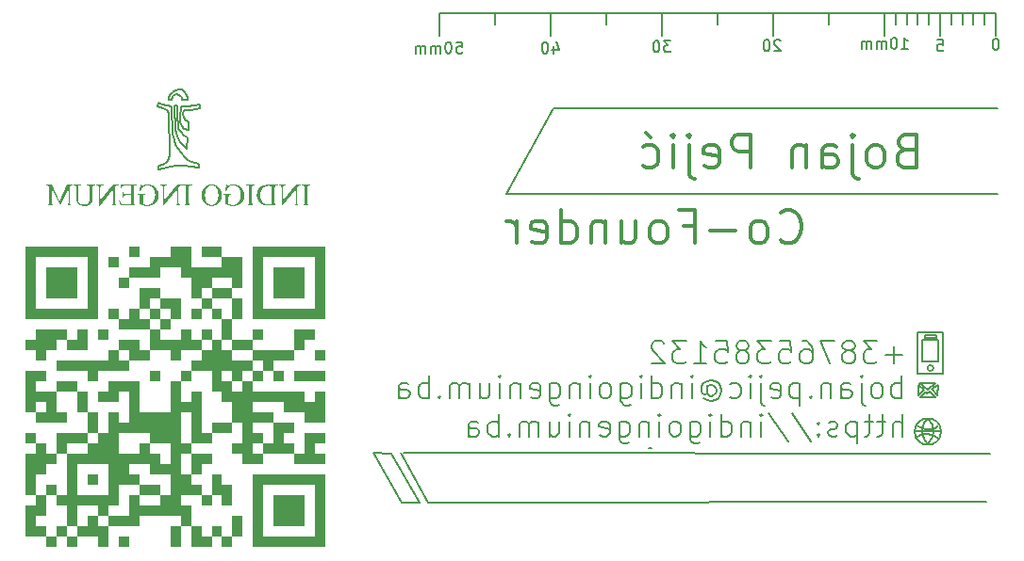
<source format=gbr>
%TF.GenerationSoftware,KiCad,Pcbnew,7.0.6*%
%TF.CreationDate,2024-06-09T16:47:23+02:00*%
%TF.ProjectId,nRF52832_visitcard,6e524635-3238-4333-925f-766973697463,v0.1*%
%TF.SameCoordinates,Original*%
%TF.FileFunction,Legend,Bot*%
%TF.FilePolarity,Positive*%
%FSLAX46Y46*%
G04 Gerber Fmt 4.6, Leading zero omitted, Abs format (unit mm)*
G04 Created by KiCad (PCBNEW 7.0.6) date 2024-06-09 16:47:23*
%MOMM*%
%LPD*%
G01*
G04 APERTURE LIST*
%ADD10C,0.150000*%
%ADD11C,0.200000*%
%ADD12C,0.300000*%
G04 APERTURE END LIST*
D10*
X117500400Y-88011000D02*
X117500400Y-88163400D01*
X116179600Y-88620600D02*
X115722400Y-88544400D01*
X184962800Y-112268000D02*
G75*
G03*
X184962800Y-112268000I-254000J0D01*
G01*
X117424200Y-91059000D02*
X117195600Y-90728800D01*
X119100600Y-88595200D02*
X119100600Y-88925400D01*
X116357400Y-87858600D02*
X116357400Y-88138000D01*
X116357400Y-88138000D02*
X116560600Y-88138000D01*
X117398800Y-92862400D02*
X116941600Y-92227400D01*
X183997600Y-118237000D02*
X184454800Y-118211600D01*
X116636800Y-87477600D02*
X116459000Y-87630000D01*
X117678200Y-92278200D02*
X117957600Y-92532200D01*
X115392200Y-94386400D02*
X115824000Y-94310200D01*
X117449600Y-87807800D02*
X117500400Y-88011000D01*
X184454800Y-118211600D02*
X184759600Y-118262400D01*
X116662200Y-87909400D02*
X116763800Y-87731600D01*
X117830600Y-89992200D02*
X118059200Y-90093800D01*
X184835800Y-114173000D02*
X185369200Y-113792000D01*
X116382800Y-93065600D02*
X116332000Y-93497400D01*
X116967000Y-91160600D02*
X117144800Y-91617800D01*
X117373400Y-90144600D02*
X117348000Y-89738200D01*
X183718200Y-118389400D02*
X183997600Y-118237000D01*
X117144800Y-90322400D02*
X117119400Y-89763600D01*
X184251600Y-109524800D02*
X185216800Y-109524800D01*
X116611400Y-89509600D02*
X116586000Y-88722200D01*
X115824000Y-94310200D02*
X116484400Y-94157800D01*
X118999000Y-93903800D02*
X118389400Y-93751400D01*
X118262400Y-94183200D02*
X119024400Y-94259400D01*
X184226200Y-118821200D02*
X184480200Y-119167032D01*
X117957600Y-92532200D02*
X117983000Y-91567000D01*
X185343800Y-114706400D02*
X184835800Y-114173000D01*
X117983000Y-91567000D02*
X117652800Y-91338400D01*
X117094000Y-88671400D02*
X116865400Y-88671400D01*
X185216800Y-109524800D02*
X185216800Y-109270800D01*
X183972200Y-109753400D02*
X183972200Y-111709200D01*
X184759600Y-118262400D02*
X185064400Y-118338600D01*
X183565800Y-109016800D02*
X185801000Y-109016800D01*
X185801000Y-112801400D01*
X183565800Y-112801400D01*
X183565800Y-109016800D01*
X183997600Y-118237000D02*
X184226200Y-118821200D01*
X184124600Y-114249200D02*
X183616600Y-113792000D01*
X117195600Y-90728800D02*
X117144800Y-90322400D01*
X183769000Y-114909600D02*
X184277000Y-114401600D01*
X116890800Y-90093800D02*
X116890800Y-90754200D01*
X118008400Y-88163400D02*
X118008400Y-87858600D01*
X184480200Y-116798968D02*
X184150000Y-117195600D01*
X117348000Y-91948000D02*
X117678200Y-92278200D01*
X184429400Y-114579400D02*
X184658000Y-114401600D01*
X184200800Y-117805200D02*
X184607200Y-117805200D01*
X117881400Y-87630000D02*
X117729000Y-87426800D01*
X159410400Y-119481600D02*
X159664400Y-119481600D01*
X117779800Y-94107000D02*
X118262400Y-94183200D01*
X116890800Y-87274400D02*
X116636800Y-87477600D01*
X116484400Y-94157800D02*
X116967000Y-94107000D01*
X116967000Y-94107000D02*
X117779800Y-94107000D01*
X146659600Y-96570800D02*
X190754000Y-96570800D01*
X134670800Y-119913400D02*
X137236200Y-124383800D01*
X138836400Y-124358400D02*
X136296400Y-119938800D01*
X117043200Y-87630000D02*
X117195600Y-87680800D01*
X117500400Y-88163400D02*
X118008400Y-88163400D01*
X117652800Y-91338400D02*
X117424200Y-91059000D01*
X115316000Y-88773000D02*
X115824000Y-88874600D01*
X184607200Y-117805200D02*
X185140600Y-117729000D01*
X137134600Y-119913400D02*
X139598400Y-124383800D01*
X139598400Y-124383800D02*
X189712600Y-124333000D01*
X116890800Y-90754200D02*
X116967000Y-91160600D01*
X119024400Y-94259400D02*
X118999000Y-93903800D01*
X150876000Y-88900000D02*
X146659600Y-96570800D01*
X183743600Y-113614200D02*
X184454800Y-114198400D01*
X184480200Y-116798968D02*
X184886600Y-117373400D01*
X183616600Y-114757200D02*
X184124600Y-114249200D01*
X185216800Y-109270800D02*
X184251600Y-109270800D01*
X115722400Y-88544400D02*
X115366800Y-88417400D01*
X118008400Y-87858600D02*
X117881400Y-87630000D01*
X136296400Y-119938800D02*
X134670800Y-119913400D01*
X137388600Y-119913400D02*
X190042800Y-119938800D01*
X117119400Y-89763600D02*
X117094000Y-88671400D01*
X184150000Y-117195600D02*
X183972200Y-117754400D01*
X116763800Y-87731600D02*
X117043200Y-87630000D01*
X150876000Y-88900000D02*
X190754000Y-88925400D01*
X118287800Y-89077800D02*
X117881400Y-89052400D01*
X117602000Y-89382600D02*
X117652800Y-89712800D01*
X184277000Y-114401600D02*
X184429400Y-114579400D01*
X117652800Y-89077800D02*
X117602000Y-89382600D01*
X118389400Y-93751400D02*
X118033800Y-93522800D01*
X185369200Y-113792000D02*
X185343800Y-114706400D01*
X117195600Y-87680800D02*
X117449600Y-87807800D01*
X116941600Y-92227400D02*
X116789200Y-91770200D01*
X116865400Y-89509600D02*
X116890800Y-90093800D01*
X116662200Y-91211400D02*
X116662200Y-90525600D01*
X137236200Y-124383800D02*
X138836400Y-124358400D01*
X116586000Y-88722200D02*
X116179600Y-88620600D01*
X117881400Y-89052400D02*
X117652800Y-89077800D01*
X117424200Y-88722200D02*
X118033800Y-88722200D01*
X119100600Y-88925400D02*
X118745000Y-88976200D01*
X116154200Y-89052400D02*
X116281200Y-89306400D01*
X184454800Y-114198400D02*
X185191400Y-113639600D01*
X117144800Y-91617800D02*
X117348000Y-91948000D01*
X185664232Y-117983000D02*
G75*
G03*
X185664232Y-117983000I-1184032J0D01*
G01*
X184988200Y-117906800D02*
X184912000Y-118414800D01*
X185166000Y-114935000D02*
X183769000Y-114909600D01*
X115366800Y-88417400D02*
X115316000Y-88773000D01*
X117500400Y-90551000D02*
X117373400Y-90144600D01*
X118745000Y-88976200D02*
X118287800Y-89077800D01*
X118059200Y-90093800D02*
X118059200Y-90881200D01*
X116332000Y-93497400D02*
X116154200Y-93751400D01*
X185445400Y-109753400D02*
X183972200Y-109753400D01*
X184886600Y-117373400D02*
X184988200Y-117906800D01*
X185191400Y-113639600D02*
X183743600Y-113614200D01*
X118033800Y-88722200D02*
X118592600Y-88671400D01*
X185140600Y-117729000D02*
X185420000Y-117475000D01*
X183972200Y-111709200D02*
X185445400Y-111709200D01*
X184658000Y-114401600D02*
X185166000Y-114935000D01*
X116560600Y-88138000D02*
X116662200Y-87909400D01*
X185064400Y-118338600D02*
X185420000Y-118592600D01*
X185445400Y-111709200D02*
X185445400Y-109753400D01*
X183413400Y-118541800D02*
X183718200Y-118389400D01*
X184251600Y-109270800D02*
X184251600Y-109524800D01*
X183296168Y-117983000D02*
X185664232Y-117983000D01*
X117348000Y-89738200D02*
X117424200Y-88722200D01*
X183972200Y-117754400D02*
X183997600Y-118237000D01*
X118592600Y-88671400D02*
X119100600Y-88595200D01*
X117221000Y-87249000D02*
X116890800Y-87274400D01*
X117703600Y-90805000D02*
X117500400Y-90551000D01*
X115849400Y-93980000D02*
X115366800Y-94081600D01*
X115824000Y-88874600D02*
X116154200Y-89052400D01*
X117652800Y-89712800D02*
X117830600Y-89992200D01*
X183667400Y-117551200D02*
X184200800Y-117805200D01*
X116154200Y-93751400D02*
X115849400Y-93980000D01*
X116865400Y-88671400D02*
X116865400Y-89509600D01*
X117729000Y-87426800D02*
X117475000Y-87249000D01*
X115366800Y-94081600D02*
X115392200Y-94386400D01*
X184912000Y-118414800D02*
X184480200Y-119167032D01*
X116459000Y-87630000D02*
X116357400Y-87858600D01*
X183616600Y-113792000D02*
X183616600Y-114757200D01*
X116789200Y-91770200D02*
X116662200Y-91211400D01*
X116281200Y-89306400D02*
X116382800Y-93065600D01*
X117754400Y-93294200D02*
X117398800Y-92862400D01*
X118059200Y-90881200D02*
X117703600Y-90805000D01*
X118033800Y-93522800D02*
X117754400Y-93294200D01*
X183489600Y-117398800D02*
X183667400Y-117551200D01*
X117475000Y-87249000D02*
X117221000Y-87249000D01*
X116662200Y-90525600D02*
X116611400Y-89509600D01*
G36*
X128239672Y-97598489D02*
G01*
X128239672Y-97653200D01*
X129038346Y-97653200D01*
X129038346Y-97598489D01*
X128972400Y-97598489D01*
X128951252Y-97597897D01*
X128931219Y-97596119D01*
X128906245Y-97591906D01*
X128883256Y-97585586D01*
X128862251Y-97577160D01*
X128843230Y-97566627D01*
X128826194Y-97553987D01*
X128811143Y-97539241D01*
X128804361Y-97531078D01*
X128793239Y-97510212D01*
X128787102Y-97491436D01*
X128781988Y-97468768D01*
X128778824Y-97449211D01*
X128776235Y-97427466D01*
X128774222Y-97403530D01*
X128772783Y-97377405D01*
X128771921Y-97349091D01*
X128771665Y-97328998D01*
X128771633Y-97318587D01*
X128771633Y-96112027D01*
X128771787Y-96086224D01*
X128772251Y-96062121D01*
X128773024Y-96039719D01*
X128774106Y-96019016D01*
X128776029Y-95994058D01*
X128778502Y-95972122D01*
X128782366Y-95948952D01*
X128788136Y-95927382D01*
X128789218Y-95924449D01*
X128799428Y-95905751D01*
X128812266Y-95890494D01*
X128828645Y-95876518D01*
X128845883Y-95865342D01*
X128864943Y-95855773D01*
X128884265Y-95847825D01*
X128903850Y-95841500D01*
X128923697Y-95836796D01*
X128943806Y-95833714D01*
X128964178Y-95832255D01*
X128972400Y-95832125D01*
X129038346Y-95832125D01*
X129038346Y-95777414D01*
X128239672Y-95777414D01*
X128239672Y-95832125D01*
X128307083Y-95832125D01*
X128327970Y-95832717D01*
X128347767Y-95834495D01*
X128372466Y-95838708D01*
X128395226Y-95845028D01*
X128416048Y-95853454D01*
X128434931Y-95863987D01*
X128451875Y-95876627D01*
X128466881Y-95891373D01*
X128473657Y-95899536D01*
X128485277Y-95920401D01*
X128491689Y-95939178D01*
X128497031Y-95961846D01*
X128500337Y-95981403D01*
X128503042Y-96003148D01*
X128505146Y-96027084D01*
X128506648Y-96053208D01*
X128507550Y-96081523D01*
X128507817Y-96101616D01*
X128507851Y-96112027D01*
X128507851Y-97318587D01*
X128507692Y-97344390D01*
X128507215Y-97368492D01*
X128506421Y-97390895D01*
X128505309Y-97411598D01*
X128503332Y-97436556D01*
X128500790Y-97458492D01*
X128496819Y-97481662D01*
X128490889Y-97503232D01*
X128489777Y-97506165D01*
X128479687Y-97524863D01*
X128466697Y-97540120D01*
X128449920Y-97554096D01*
X128432135Y-97565272D01*
X128413497Y-97574841D01*
X128394526Y-97582789D01*
X128375220Y-97589114D01*
X128355580Y-97593818D01*
X128335607Y-97596900D01*
X128315299Y-97598359D01*
X128307083Y-97598489D01*
X128239672Y-97598489D01*
G37*
G36*
X128213294Y-95777414D02*
G01*
X127707711Y-95777414D01*
X126568562Y-97184253D01*
X126568562Y-96105188D01*
X126568713Y-96084141D01*
X126569165Y-96064110D01*
X126570409Y-96035966D01*
X126572331Y-96010105D01*
X126574931Y-95986529D01*
X126578210Y-95965237D01*
X126583637Y-95940401D01*
X126590269Y-95919625D01*
X126600256Y-95899365D01*
X126607153Y-95890255D01*
X126624472Y-95873508D01*
X126640405Y-95862155D01*
X126658185Y-95852618D01*
X126677812Y-95844897D01*
X126699286Y-95838994D01*
X126722608Y-95834906D01*
X126747776Y-95832636D01*
X126767865Y-95832125D01*
X126832345Y-95832125D01*
X126832345Y-95777414D01*
X126184124Y-95777414D01*
X126184124Y-95832125D01*
X126250070Y-95832125D01*
X126271629Y-95832756D01*
X126291978Y-95834649D01*
X126317227Y-95839137D01*
X126340323Y-95845869D01*
X126361267Y-95854845D01*
X126380058Y-95866065D01*
X126396697Y-95879529D01*
X126411184Y-95895237D01*
X126417620Y-95903932D01*
X126427913Y-95924569D01*
X126434863Y-95947827D01*
X126439359Y-95970400D01*
X126442908Y-95996500D01*
X126444949Y-96018389D01*
X126446457Y-96042261D01*
X126447433Y-96068117D01*
X126447877Y-96095956D01*
X126447906Y-96105677D01*
X126447906Y-97684463D01*
X126497243Y-97684463D01*
X127725296Y-96173088D01*
X127725296Y-97325426D01*
X127725153Y-97346472D01*
X127724724Y-97366504D01*
X127723543Y-97394648D01*
X127721719Y-97420509D01*
X127719250Y-97444085D01*
X127716137Y-97465377D01*
X127710985Y-97490213D01*
X127704689Y-97510989D01*
X127695207Y-97531249D01*
X127688660Y-97540359D01*
X127670943Y-97557106D01*
X127654777Y-97568459D01*
X127636841Y-97577996D01*
X127617133Y-97585716D01*
X127595655Y-97591620D01*
X127572406Y-97595708D01*
X127547387Y-97597978D01*
X127527460Y-97598489D01*
X127461514Y-97598489D01*
X127461514Y-97653200D01*
X128110223Y-97653200D01*
X128110223Y-97598489D01*
X128045743Y-97598489D01*
X128023922Y-97597858D01*
X128003336Y-97595965D01*
X127983988Y-97592809D01*
X127960113Y-97586638D01*
X127938437Y-97578223D01*
X127918958Y-97567564D01*
X127901678Y-97554661D01*
X127886596Y-97539514D01*
X127876727Y-97526682D01*
X127866435Y-97506228D01*
X127859484Y-97483123D01*
X127854988Y-97460672D01*
X127851439Y-97434694D01*
X127849399Y-97412897D01*
X127847890Y-97389116D01*
X127846914Y-97363352D01*
X127846471Y-97335604D01*
X127846441Y-97325914D01*
X127846441Y-96026542D01*
X127861302Y-96009253D01*
X127875475Y-95993106D01*
X127888962Y-95978100D01*
X127905876Y-95959870D01*
X127921569Y-95943670D01*
X127936040Y-95929500D01*
X127952412Y-95914643D01*
X127969539Y-95901001D01*
X127986501Y-95889781D01*
X128006244Y-95878836D01*
X128024823Y-95869925D01*
X128045333Y-95861205D01*
X128067775Y-95852676D01*
X128087120Y-95845989D01*
X128092149Y-95844337D01*
X128111637Y-95839579D01*
X128131467Y-95836430D01*
X128154181Y-95834140D01*
X128175314Y-95832888D01*
X128198450Y-95832232D01*
X128213294Y-95832125D01*
X128213294Y-95777414D01*
G37*
G36*
X126107920Y-95832125D02*
G01*
X126037578Y-95832125D01*
X126012009Y-95833071D01*
X125988058Y-95835911D01*
X125965725Y-95840643D01*
X125945010Y-95847268D01*
X125925914Y-95855786D01*
X125908435Y-95866197D01*
X125892575Y-95878500D01*
X125878332Y-95892697D01*
X125867215Y-95909644D01*
X125859678Y-95927821D01*
X125853346Y-95950104D01*
X125849389Y-95969511D01*
X125846111Y-95991229D01*
X125843510Y-96015255D01*
X125841588Y-96041592D01*
X125840345Y-96070239D01*
X125839892Y-96090620D01*
X125839742Y-96112027D01*
X125839742Y-97318587D01*
X125839860Y-97337989D01*
X125840481Y-97365432D01*
X125841635Y-97390883D01*
X125843320Y-97414341D01*
X125845539Y-97435808D01*
X125848289Y-97455283D01*
X125852785Y-97478150D01*
X125859735Y-97501754D01*
X125870028Y-97522774D01*
X125876464Y-97531942D01*
X125890951Y-97548505D01*
X125907590Y-97562702D01*
X125926381Y-97574532D01*
X125947325Y-97583997D01*
X125970421Y-97591095D01*
X125995670Y-97595827D01*
X126016019Y-97597824D01*
X126037578Y-97598489D01*
X126107920Y-97598489D01*
X126107920Y-97653200D01*
X125275052Y-97653200D01*
X125241404Y-97652913D01*
X125208298Y-97652055D01*
X125175733Y-97650624D01*
X125143711Y-97648620D01*
X125112230Y-97646044D01*
X125081291Y-97642896D01*
X125050895Y-97639175D01*
X125021040Y-97634881D01*
X124991727Y-97630016D01*
X124962956Y-97624577D01*
X124934727Y-97618567D01*
X124907039Y-97611984D01*
X124879894Y-97604828D01*
X124853291Y-97597100D01*
X124827229Y-97588800D01*
X124801710Y-97579927D01*
X124776732Y-97570481D01*
X124752296Y-97560464D01*
X124728402Y-97549873D01*
X124705051Y-97538711D01*
X124682241Y-97526976D01*
X124659972Y-97514668D01*
X124638246Y-97501788D01*
X124617062Y-97488336D01*
X124596420Y-97474311D01*
X124576319Y-97459713D01*
X124556761Y-97444544D01*
X124537744Y-97428801D01*
X124519269Y-97412487D01*
X124501337Y-97395600D01*
X124483946Y-97378140D01*
X124467097Y-97360108D01*
X124452581Y-97343557D01*
X124438526Y-97326754D01*
X124424932Y-97309699D01*
X124411799Y-97292392D01*
X124399126Y-97274833D01*
X124386915Y-97257022D01*
X124375164Y-97238960D01*
X124363874Y-97220645D01*
X124353045Y-97202079D01*
X124342676Y-97183261D01*
X124332769Y-97164191D01*
X124323322Y-97144869D01*
X124314336Y-97125295D01*
X124305811Y-97105470D01*
X124297746Y-97085392D01*
X124290143Y-97065063D01*
X124283000Y-97044481D01*
X124276318Y-97023648D01*
X124270097Y-97002563D01*
X124264337Y-96981226D01*
X124259038Y-96959638D01*
X124254199Y-96937797D01*
X124249821Y-96915704D01*
X124245904Y-96893360D01*
X124242448Y-96870764D01*
X124239453Y-96847916D01*
X124236919Y-96824816D01*
X124234845Y-96801464D01*
X124233232Y-96777860D01*
X124232080Y-96754004D01*
X124231389Y-96729897D01*
X124231288Y-96719215D01*
X124544278Y-96719215D01*
X124544483Y-96743268D01*
X124545100Y-96767008D01*
X124546128Y-96790434D01*
X124547567Y-96813546D01*
X124549418Y-96836344D01*
X124551679Y-96858828D01*
X124554352Y-96880999D01*
X124557436Y-96902855D01*
X124560931Y-96924397D01*
X124564838Y-96945626D01*
X124569156Y-96966541D01*
X124573884Y-96987142D01*
X124579025Y-97007429D01*
X124584576Y-97027402D01*
X124590538Y-97047061D01*
X124596912Y-97066406D01*
X124603697Y-97085437D01*
X124610893Y-97104155D01*
X124618500Y-97122559D01*
X124626519Y-97140648D01*
X124634949Y-97158424D01*
X124643789Y-97175886D01*
X124662705Y-97209868D01*
X124683265Y-97242595D01*
X124705470Y-97274066D01*
X124729320Y-97304281D01*
X124754815Y-97333241D01*
X124781495Y-97360629D01*
X124809022Y-97386250D01*
X124837396Y-97410103D01*
X124866617Y-97432190D01*
X124896686Y-97452510D01*
X124927602Y-97471063D01*
X124959365Y-97487849D01*
X124991975Y-97502868D01*
X125025432Y-97516120D01*
X125059737Y-97527605D01*
X125094889Y-97537323D01*
X125130888Y-97545275D01*
X125167734Y-97551459D01*
X125205428Y-97555876D01*
X125243969Y-97558527D01*
X125263557Y-97559189D01*
X125283357Y-97559410D01*
X125298353Y-97559258D01*
X125321670Y-97558456D01*
X125345974Y-97556968D01*
X125371266Y-97554793D01*
X125397546Y-97551930D01*
X125424813Y-97548381D01*
X125453067Y-97544145D01*
X125472452Y-97540939D01*
X125492276Y-97537428D01*
X125512538Y-97533612D01*
X125533240Y-97529490D01*
X125554380Y-97525064D01*
X125575959Y-97520331D01*
X125575959Y-95918098D01*
X125566132Y-95915694D01*
X125546676Y-95911114D01*
X125527488Y-95906840D01*
X125499206Y-95901001D01*
X125471526Y-95895849D01*
X125444446Y-95891384D01*
X125417968Y-95887606D01*
X125392090Y-95884515D01*
X125366814Y-95882111D01*
X125342139Y-95880393D01*
X125318065Y-95879363D01*
X125294592Y-95879019D01*
X125274101Y-95879239D01*
X125253843Y-95879899D01*
X125233820Y-95880999D01*
X125214030Y-95882538D01*
X125175151Y-95886936D01*
X125137208Y-95893094D01*
X125100199Y-95901011D01*
X125064126Y-95910687D01*
X125028987Y-95922123D01*
X124994784Y-95935317D01*
X124961515Y-95950272D01*
X124929181Y-95966985D01*
X124897783Y-95985458D01*
X124867319Y-96005690D01*
X124837791Y-96027681D01*
X124809197Y-96051432D01*
X124781539Y-96076942D01*
X124754815Y-96104211D01*
X124729320Y-96132946D01*
X124705470Y-96162975D01*
X124683265Y-96194297D01*
X124662705Y-96226913D01*
X124643789Y-96260823D01*
X124634949Y-96278263D01*
X124626519Y-96296026D01*
X124618500Y-96314113D01*
X124610893Y-96332523D01*
X124603697Y-96351257D01*
X124596912Y-96370314D01*
X124590538Y-96389695D01*
X124584576Y-96409399D01*
X124579025Y-96429426D01*
X124573884Y-96449777D01*
X124569156Y-96470451D01*
X124564838Y-96491449D01*
X124560931Y-96512770D01*
X124557436Y-96534415D01*
X124554352Y-96556383D01*
X124551679Y-96578674D01*
X124549418Y-96601289D01*
X124547567Y-96624227D01*
X124546128Y-96647489D01*
X124545100Y-96671074D01*
X124544483Y-96694983D01*
X124544278Y-96719215D01*
X124231288Y-96719215D01*
X124231158Y-96705537D01*
X124231675Y-96669353D01*
X124233227Y-96633707D01*
X124235812Y-96598599D01*
X124239432Y-96564029D01*
X124244086Y-96529997D01*
X124249774Y-96496504D01*
X124256497Y-96463548D01*
X124264253Y-96431130D01*
X124273044Y-96399251D01*
X124282869Y-96367910D01*
X124293728Y-96337106D01*
X124305622Y-96306841D01*
X124318550Y-96277114D01*
X124332511Y-96247925D01*
X124347508Y-96219275D01*
X124363538Y-96191162D01*
X124380419Y-96163816D01*
X124397969Y-96137467D01*
X124416186Y-96112113D01*
X124435071Y-96087756D01*
X124454623Y-96064394D01*
X124474844Y-96042029D01*
X124495732Y-96020659D01*
X124517289Y-96000286D01*
X124539513Y-95980909D01*
X124562405Y-95962528D01*
X124585965Y-95945142D01*
X124610193Y-95928753D01*
X124635088Y-95913360D01*
X124660652Y-95898963D01*
X124686883Y-95885562D01*
X124713782Y-95873158D01*
X124741796Y-95861564D01*
X124771370Y-95850718D01*
X124802505Y-95840620D01*
X124835201Y-95831270D01*
X124869458Y-95822668D01*
X124905276Y-95814814D01*
X124942655Y-95807708D01*
X124961930Y-95804436D01*
X124981594Y-95801350D01*
X125001650Y-95798452D01*
X125022095Y-95795740D01*
X125042930Y-95793216D01*
X125064156Y-95790878D01*
X125085772Y-95788728D01*
X125107778Y-95786764D01*
X125130175Y-95784988D01*
X125152961Y-95783398D01*
X125176138Y-95781996D01*
X125199705Y-95780780D01*
X125223663Y-95779752D01*
X125248010Y-95778910D01*
X125272748Y-95778256D01*
X125297876Y-95777788D01*
X125323394Y-95777508D01*
X125349302Y-95777414D01*
X126107920Y-95777414D01*
X126107920Y-95832125D01*
G37*
G36*
X123266888Y-97598489D02*
G01*
X123266888Y-97653200D01*
X124065562Y-97653200D01*
X124065562Y-97598489D01*
X123999616Y-97598489D01*
X123978467Y-97597897D01*
X123958434Y-97596119D01*
X123933461Y-97591906D01*
X123910471Y-97585586D01*
X123889466Y-97577160D01*
X123870446Y-97566627D01*
X123853410Y-97553987D01*
X123838359Y-97539241D01*
X123831577Y-97531078D01*
X123820454Y-97510212D01*
X123814318Y-97491436D01*
X123809204Y-97468768D01*
X123806040Y-97449211D01*
X123803451Y-97427466D01*
X123801437Y-97403530D01*
X123799999Y-97377405D01*
X123799136Y-97349091D01*
X123798880Y-97328998D01*
X123798848Y-97318587D01*
X123798848Y-96112027D01*
X123799003Y-96086224D01*
X123799467Y-96062121D01*
X123800240Y-96039719D01*
X123801321Y-96019016D01*
X123803245Y-95994058D01*
X123805718Y-95972122D01*
X123809582Y-95948952D01*
X123815352Y-95927382D01*
X123816434Y-95924449D01*
X123826644Y-95905751D01*
X123839482Y-95890494D01*
X123855861Y-95876518D01*
X123873098Y-95865342D01*
X123892158Y-95855773D01*
X123911481Y-95847825D01*
X123931065Y-95841500D01*
X123950913Y-95836796D01*
X123971022Y-95833714D01*
X123991394Y-95832255D01*
X123999616Y-95832125D01*
X124065562Y-95832125D01*
X124065562Y-95777414D01*
X123266888Y-95777414D01*
X123266888Y-95832125D01*
X123334299Y-95832125D01*
X123355186Y-95832717D01*
X123374982Y-95834495D01*
X123399681Y-95838708D01*
X123422442Y-95845028D01*
X123443263Y-95853454D01*
X123462146Y-95863987D01*
X123479091Y-95876627D01*
X123494096Y-95891373D01*
X123500872Y-95899536D01*
X123512493Y-95920401D01*
X123518904Y-95939178D01*
X123524247Y-95961846D01*
X123527553Y-95981403D01*
X123530258Y-96003148D01*
X123532361Y-96027084D01*
X123533864Y-96053208D01*
X123534766Y-96081523D01*
X123535033Y-96101616D01*
X123535066Y-96112027D01*
X123535066Y-97318587D01*
X123534907Y-97344390D01*
X123534431Y-97368492D01*
X123533637Y-97390895D01*
X123532525Y-97411598D01*
X123530548Y-97436556D01*
X123528006Y-97458492D01*
X123524035Y-97481662D01*
X123518104Y-97503232D01*
X123516992Y-97506165D01*
X123506903Y-97524863D01*
X123493912Y-97540120D01*
X123477136Y-97554096D01*
X123459351Y-97565272D01*
X123440713Y-97574841D01*
X123421741Y-97582789D01*
X123402436Y-97589114D01*
X123382796Y-97593818D01*
X123362823Y-97596900D01*
X123342515Y-97598359D01*
X123334299Y-97598489D01*
X123266888Y-97598489D01*
G37*
G36*
X121476587Y-95746151D02*
G01*
X121428227Y-96340150D01*
X121476587Y-96340150D01*
X121485852Y-96312617D01*
X121495448Y-96285951D01*
X121505376Y-96260151D01*
X121515636Y-96235217D01*
X121526228Y-96211150D01*
X121537152Y-96187948D01*
X121548408Y-96165614D01*
X121559996Y-96144145D01*
X121571917Y-96123543D01*
X121584169Y-96103807D01*
X121596753Y-96084937D01*
X121609669Y-96066934D01*
X121622918Y-96049797D01*
X121636498Y-96033526D01*
X121650410Y-96018121D01*
X121664654Y-96003583D01*
X121685787Y-95983767D01*
X121707664Y-95965230D01*
X121730285Y-95947970D01*
X121753650Y-95931990D01*
X121777760Y-95917287D01*
X121802614Y-95903864D01*
X121828211Y-95891718D01*
X121854553Y-95880851D01*
X121881639Y-95871263D01*
X121909470Y-95862953D01*
X121938044Y-95855921D01*
X121967363Y-95850168D01*
X121997426Y-95845694D01*
X122028233Y-95842498D01*
X122059784Y-95840580D01*
X122092079Y-95839941D01*
X122114140Y-95840214D01*
X122135868Y-95841036D01*
X122157264Y-95842405D01*
X122178328Y-95844322D01*
X122199060Y-95846786D01*
X122219460Y-95849798D01*
X122239528Y-95853358D01*
X122259264Y-95857465D01*
X122278668Y-95862120D01*
X122297740Y-95867323D01*
X122316479Y-95873073D01*
X122352963Y-95886216D01*
X122388119Y-95901550D01*
X122421947Y-95919074D01*
X122454446Y-95938789D01*
X122485618Y-95960695D01*
X122515461Y-95984791D01*
X122543976Y-96011078D01*
X122557736Y-96025042D01*
X122571164Y-96039555D01*
X122584259Y-96054615D01*
X122597023Y-96070222D01*
X122609455Y-96086378D01*
X122621554Y-96103081D01*
X122633322Y-96120331D01*
X122652132Y-96150240D01*
X122669729Y-96180858D01*
X122686112Y-96212186D01*
X122701282Y-96244224D01*
X122715238Y-96276971D01*
X122727981Y-96310429D01*
X122739510Y-96344596D01*
X122749825Y-96379473D01*
X122758927Y-96415060D01*
X122766816Y-96451357D01*
X122773490Y-96488363D01*
X122778951Y-96526080D01*
X122783199Y-96564506D01*
X122784868Y-96583985D01*
X122786233Y-96603642D01*
X122787295Y-96623476D01*
X122788053Y-96643488D01*
X122788508Y-96663677D01*
X122788660Y-96684044D01*
X122788257Y-96717019D01*
X122787050Y-96749631D01*
X122785037Y-96781880D01*
X122782218Y-96813767D01*
X122778595Y-96845292D01*
X122774166Y-96876454D01*
X122768932Y-96907253D01*
X122762892Y-96937690D01*
X122756048Y-96967764D01*
X122748398Y-96997476D01*
X122739943Y-97026825D01*
X122730683Y-97055812D01*
X122720617Y-97084436D01*
X122709747Y-97112698D01*
X122698071Y-97140597D01*
X122685590Y-97168133D01*
X122672456Y-97195032D01*
X122658822Y-97221019D01*
X122644688Y-97246094D01*
X122630055Y-97270257D01*
X122614921Y-97293508D01*
X122599288Y-97315847D01*
X122583155Y-97337273D01*
X122566521Y-97357788D01*
X122549388Y-97377390D01*
X122531755Y-97396080D01*
X122513622Y-97413859D01*
X122494989Y-97430725D01*
X122475856Y-97446679D01*
X122456223Y-97461721D01*
X122436090Y-97475851D01*
X122415457Y-97489068D01*
X122394540Y-97501372D01*
X122373554Y-97512882D01*
X122352500Y-97523598D01*
X122331376Y-97533521D01*
X122310185Y-97542649D01*
X122288924Y-97550984D01*
X122267595Y-97558525D01*
X122246197Y-97565272D01*
X122224730Y-97571225D01*
X122203195Y-97576385D01*
X122181591Y-97580751D01*
X122159918Y-97584323D01*
X122138176Y-97587101D01*
X122116366Y-97589086D01*
X122094488Y-97590276D01*
X122072540Y-97590673D01*
X122046887Y-97590269D01*
X122021463Y-97589055D01*
X121996268Y-97587033D01*
X121971301Y-97584201D01*
X121946564Y-97580560D01*
X121922056Y-97576110D01*
X121897777Y-97570851D01*
X121873726Y-97564784D01*
X121849775Y-97557807D01*
X121826038Y-97550068D01*
X121802514Y-97541565D01*
X121779204Y-97532299D01*
X121756108Y-97522270D01*
X121733226Y-97511478D01*
X121710557Y-97499922D01*
X121688102Y-97487603D01*
X121688102Y-96948315D01*
X121688291Y-96922882D01*
X121688857Y-96899159D01*
X121689802Y-96877144D01*
X121691124Y-96856838D01*
X121693475Y-96832421D01*
X121696498Y-96811043D01*
X121701220Y-96788591D01*
X121708273Y-96767914D01*
X121709595Y-96765133D01*
X121719930Y-96747117D01*
X121732556Y-96731112D01*
X121747472Y-96717117D01*
X121764680Y-96705133D01*
X121775541Y-96699187D01*
X121794597Y-96691385D01*
X121814125Y-96686116D01*
X121836968Y-96681968D01*
X121857629Y-96679457D01*
X121880413Y-96677663D01*
X121905318Y-96676587D01*
X121925389Y-96676251D01*
X121932345Y-96676228D01*
X121932345Y-96621518D01*
X121211340Y-96621518D01*
X121211340Y-96676228D01*
X121245534Y-96676228D01*
X121265087Y-96676855D01*
X121289301Y-96679641D01*
X121311394Y-96684655D01*
X121331365Y-96691899D01*
X121349213Y-96701371D01*
X121364940Y-96713072D01*
X121381615Y-96730832D01*
X121392568Y-96747547D01*
X121400449Y-96765984D01*
X121406994Y-96789240D01*
X121411268Y-96811313D01*
X121414687Y-96836471D01*
X121416691Y-96857362D01*
X121418213Y-96879988D01*
X121419255Y-96904348D01*
X121419816Y-96930443D01*
X121419923Y-96948803D01*
X121419923Y-97519354D01*
X121439690Y-97529863D01*
X121459422Y-97540016D01*
X121479120Y-97549814D01*
X121498783Y-97559258D01*
X121518412Y-97568346D01*
X121538007Y-97577080D01*
X121557567Y-97585458D01*
X121577093Y-97593482D01*
X121596585Y-97601151D01*
X121616043Y-97608465D01*
X121635466Y-97615424D01*
X121654854Y-97622028D01*
X121674209Y-97628277D01*
X121693529Y-97634171D01*
X121712814Y-97639711D01*
X121732066Y-97644895D01*
X121751433Y-97649687D01*
X121771068Y-97654169D01*
X121790970Y-97658342D01*
X121811139Y-97662206D01*
X121831575Y-97665761D01*
X121852279Y-97669007D01*
X121873249Y-97671943D01*
X121894487Y-97674571D01*
X121915992Y-97676889D01*
X121937764Y-97678898D01*
X121959803Y-97680599D01*
X121982109Y-97681990D01*
X122004683Y-97683072D01*
X122027523Y-97683844D01*
X122050631Y-97684308D01*
X122074006Y-97684463D01*
X122107488Y-97684126D01*
X122140464Y-97683117D01*
X122172934Y-97681436D01*
X122204897Y-97679082D01*
X122236353Y-97676055D01*
X122267303Y-97672355D01*
X122297746Y-97667983D01*
X122327682Y-97662939D01*
X122357112Y-97657221D01*
X122386035Y-97650831D01*
X122414452Y-97643769D01*
X122442362Y-97636034D01*
X122469765Y-97627626D01*
X122496662Y-97618546D01*
X122523052Y-97608793D01*
X122548936Y-97598367D01*
X122574313Y-97587269D01*
X122599183Y-97575498D01*
X122623547Y-97563054D01*
X122647404Y-97549938D01*
X122670754Y-97536149D01*
X122693598Y-97521688D01*
X122715935Y-97506554D01*
X122737766Y-97490747D01*
X122759090Y-97474268D01*
X122779907Y-97457116D01*
X122800218Y-97439292D01*
X122820022Y-97420795D01*
X122839320Y-97401625D01*
X122858111Y-97381783D01*
X122876395Y-97361268D01*
X122894173Y-97340080D01*
X122907096Y-97323852D01*
X122919609Y-97307470D01*
X122931711Y-97290933D01*
X122943403Y-97274241D01*
X122954685Y-97257395D01*
X122965557Y-97240395D01*
X122976018Y-97223240D01*
X122986069Y-97205930D01*
X122995710Y-97188465D01*
X123004941Y-97170847D01*
X123013761Y-97153073D01*
X123022171Y-97135145D01*
X123030171Y-97117063D01*
X123037761Y-97098825D01*
X123044940Y-97080434D01*
X123051710Y-97061888D01*
X123058069Y-97043187D01*
X123064017Y-97024331D01*
X123069556Y-97005321D01*
X123074684Y-96986157D01*
X123079402Y-96966838D01*
X123083709Y-96947364D01*
X123087607Y-96927736D01*
X123091094Y-96907954D01*
X123094171Y-96888016D01*
X123096837Y-96867924D01*
X123099094Y-96847678D01*
X123100940Y-96827277D01*
X123102376Y-96806722D01*
X123103401Y-96786011D01*
X123104017Y-96765147D01*
X123104222Y-96744128D01*
X123103762Y-96713616D01*
X123102382Y-96683265D01*
X123100083Y-96653075D01*
X123096864Y-96623044D01*
X123092725Y-96593174D01*
X123087667Y-96563464D01*
X123081689Y-96533915D01*
X123074791Y-96504525D01*
X123066973Y-96475296D01*
X123058235Y-96446228D01*
X123048578Y-96417319D01*
X123038001Y-96388571D01*
X123026505Y-96359983D01*
X123014089Y-96331556D01*
X123000753Y-96303288D01*
X122986497Y-96275181D01*
X122968564Y-96242323D01*
X122949815Y-96210426D01*
X122930248Y-96179492D01*
X122909866Y-96149518D01*
X122888666Y-96120507D01*
X122866650Y-96092457D01*
X122843817Y-96065369D01*
X122820167Y-96039243D01*
X122795701Y-96014078D01*
X122770418Y-95989875D01*
X122744319Y-95966634D01*
X122717402Y-95944354D01*
X122689669Y-95923037D01*
X122661120Y-95902680D01*
X122631753Y-95883286D01*
X122601570Y-95864853D01*
X122575696Y-95850479D01*
X122549241Y-95837033D01*
X122522206Y-95824513D01*
X122494592Y-95812921D01*
X122466397Y-95802257D01*
X122437622Y-95792519D01*
X122408267Y-95783709D01*
X122378332Y-95775827D01*
X122347817Y-95768872D01*
X122316722Y-95762844D01*
X122285047Y-95757743D01*
X122252791Y-95753570D01*
X122219956Y-95750324D01*
X122186540Y-95748006D01*
X122152545Y-95746615D01*
X122117969Y-95746151D01*
X122092858Y-95746426D01*
X122068327Y-95747250D01*
X122044376Y-95748624D01*
X122021005Y-95750548D01*
X121998214Y-95753021D01*
X121976003Y-95756043D01*
X121954372Y-95759615D01*
X121933322Y-95763737D01*
X121911470Y-95768675D01*
X121887434Y-95774941D01*
X121867976Y-95780513D01*
X121847289Y-95786831D01*
X121825374Y-95793897D01*
X121802232Y-95801709D01*
X121777862Y-95810268D01*
X121752263Y-95819575D01*
X121725437Y-95829628D01*
X121706871Y-95836746D01*
X121697383Y-95840429D01*
X121679004Y-95847642D01*
X121658262Y-95855305D01*
X121636647Y-95862518D01*
X121615943Y-95868198D01*
X121596469Y-95871174D01*
X121594801Y-95871204D01*
X121574659Y-95867011D01*
X121558355Y-95855700D01*
X121549860Y-95845802D01*
X121540578Y-95827650D01*
X121534962Y-95808189D01*
X121531264Y-95787787D01*
X121528969Y-95768162D01*
X121527390Y-95746151D01*
X121476587Y-95746151D01*
G37*
G36*
X120176534Y-95746387D02*
G01*
X120199098Y-95747096D01*
X120221460Y-95748277D01*
X120243619Y-95749929D01*
X120265576Y-95752055D01*
X120287331Y-95754652D01*
X120308883Y-95757722D01*
X120330234Y-95761264D01*
X120351382Y-95765278D01*
X120372327Y-95769765D01*
X120393071Y-95774723D01*
X120413612Y-95780155D01*
X120433951Y-95786058D01*
X120454088Y-95792433D01*
X120474022Y-95799281D01*
X120493754Y-95806601D01*
X120513284Y-95814394D01*
X120532612Y-95822659D01*
X120551737Y-95831395D01*
X120570660Y-95840605D01*
X120589381Y-95850286D01*
X120607900Y-95860440D01*
X120626216Y-95871066D01*
X120644330Y-95882164D01*
X120662242Y-95893735D01*
X120679951Y-95905777D01*
X120697459Y-95918292D01*
X120714764Y-95931280D01*
X120731866Y-95944739D01*
X120748767Y-95958671D01*
X120765465Y-95973075D01*
X120781961Y-95987952D01*
X120800534Y-96005543D01*
X120818517Y-96023453D01*
X120835911Y-96041680D01*
X120852715Y-96060225D01*
X120868929Y-96079087D01*
X120884554Y-96098267D01*
X120899590Y-96117765D01*
X120914035Y-96137581D01*
X120927891Y-96157714D01*
X120941158Y-96178165D01*
X120953834Y-96198934D01*
X120965921Y-96220021D01*
X120977419Y-96241425D01*
X120988327Y-96263147D01*
X120998645Y-96285186D01*
X121008374Y-96307544D01*
X121017513Y-96330219D01*
X121026062Y-96353211D01*
X121034022Y-96376522D01*
X121041393Y-96400150D01*
X121048173Y-96424096D01*
X121054364Y-96448359D01*
X121059965Y-96472940D01*
X121064977Y-96497839D01*
X121069399Y-96523056D01*
X121073232Y-96548590D01*
X121076475Y-96574442D01*
X121079128Y-96600612D01*
X121081192Y-96627100D01*
X121082666Y-96653905D01*
X121083550Y-96681028D01*
X121083845Y-96708468D01*
X121083590Y-96735301D01*
X121082824Y-96761822D01*
X121081548Y-96788031D01*
X121079762Y-96813928D01*
X121077465Y-96839513D01*
X121074657Y-96864785D01*
X121071339Y-96889746D01*
X121067511Y-96914395D01*
X121063173Y-96938732D01*
X121058324Y-96962757D01*
X121052964Y-96986470D01*
X121047094Y-97009871D01*
X121040714Y-97032961D01*
X121033823Y-97055738D01*
X121026422Y-97078203D01*
X121018510Y-97100356D01*
X121010088Y-97122197D01*
X121001155Y-97143726D01*
X120991712Y-97164943D01*
X120981759Y-97185848D01*
X120971295Y-97206442D01*
X120960321Y-97226723D01*
X120948836Y-97246692D01*
X120936841Y-97266349D01*
X120924336Y-97285695D01*
X120911320Y-97304728D01*
X120897793Y-97323449D01*
X120883757Y-97341859D01*
X120869209Y-97359956D01*
X120854152Y-97377741D01*
X120838584Y-97395215D01*
X120822505Y-97412376D01*
X120806021Y-97429116D01*
X120789296Y-97445324D01*
X120772330Y-97461001D01*
X120755125Y-97476146D01*
X120737678Y-97490760D01*
X120719992Y-97504843D01*
X120702065Y-97518394D01*
X120683897Y-97531414D01*
X120665489Y-97543902D01*
X120646841Y-97555859D01*
X120627952Y-97567285D01*
X120608823Y-97578179D01*
X120589454Y-97588541D01*
X120569844Y-97598373D01*
X120549993Y-97607673D01*
X120529902Y-97616441D01*
X120509571Y-97624678D01*
X120488999Y-97632384D01*
X120468187Y-97639558D01*
X120447134Y-97646200D01*
X120425841Y-97652312D01*
X120404308Y-97657892D01*
X120382534Y-97662940D01*
X120360520Y-97667457D01*
X120338265Y-97671443D01*
X120315770Y-97674897D01*
X120293034Y-97677820D01*
X120270058Y-97680211D01*
X120246842Y-97682071D01*
X120223385Y-97683400D01*
X120199688Y-97684197D01*
X120175750Y-97684463D01*
X120152077Y-97684190D01*
X120128625Y-97683373D01*
X120105392Y-97682011D01*
X120082381Y-97680104D01*
X120059589Y-97677653D01*
X120037018Y-97674657D01*
X120014668Y-97671116D01*
X119992537Y-97667030D01*
X119970628Y-97662399D01*
X119948938Y-97657224D01*
X119927469Y-97651504D01*
X119906220Y-97645239D01*
X119885192Y-97638429D01*
X119864384Y-97631075D01*
X119843797Y-97623175D01*
X119823430Y-97614731D01*
X119803283Y-97605742D01*
X119783357Y-97596209D01*
X119763651Y-97586131D01*
X119744165Y-97575507D01*
X119724900Y-97564339D01*
X119705855Y-97552627D01*
X119687031Y-97540369D01*
X119668427Y-97527567D01*
X119650044Y-97514220D01*
X119631880Y-97500328D01*
X119613938Y-97485892D01*
X119596215Y-97470910D01*
X119578713Y-97455384D01*
X119561432Y-97439313D01*
X119544370Y-97422698D01*
X119527530Y-97405537D01*
X119511030Y-97387965D01*
X119495055Y-97370112D01*
X119479603Y-97351981D01*
X119464675Y-97333570D01*
X119450271Y-97314879D01*
X119436391Y-97295908D01*
X119423034Y-97276659D01*
X119410201Y-97257129D01*
X119397892Y-97237320D01*
X119386107Y-97217232D01*
X119374846Y-97196864D01*
X119364108Y-97176216D01*
X119353894Y-97155289D01*
X119344204Y-97134082D01*
X119335038Y-97112596D01*
X119326396Y-97090830D01*
X119318277Y-97068785D01*
X119310682Y-97046460D01*
X119303611Y-97023856D01*
X119297064Y-97000972D01*
X119291040Y-96977808D01*
X119285540Y-96954365D01*
X119280564Y-96930643D01*
X119276112Y-96906641D01*
X119272184Y-96882359D01*
X119268779Y-96857798D01*
X119265898Y-96832957D01*
X119263541Y-96807837D01*
X119261708Y-96782437D01*
X119260399Y-96756758D01*
X119260002Y-96743639D01*
X119574424Y-96743639D01*
X119574591Y-96770856D01*
X119575092Y-96797615D01*
X119575927Y-96823914D01*
X119577096Y-96849755D01*
X119578598Y-96875137D01*
X119580435Y-96900060D01*
X119582605Y-96924523D01*
X119585110Y-96948528D01*
X119587948Y-96972074D01*
X119591120Y-96995162D01*
X119594627Y-97017790D01*
X119598467Y-97039959D01*
X119602641Y-97061670D01*
X119607149Y-97082921D01*
X119611991Y-97103714D01*
X119617167Y-97124047D01*
X119622676Y-97143922D01*
X119628520Y-97163338D01*
X119634698Y-97182295D01*
X119641209Y-97200793D01*
X119655234Y-97236412D01*
X119670595Y-97270196D01*
X119687291Y-97302144D01*
X119705323Y-97332257D01*
X119724691Y-97360534D01*
X119745394Y-97386975D01*
X119767122Y-97411641D01*
X119789564Y-97434717D01*
X119812719Y-97456200D01*
X119836588Y-97476093D01*
X119861171Y-97494394D01*
X119886467Y-97511104D01*
X119912477Y-97526222D01*
X119939201Y-97539749D01*
X119966638Y-97551684D01*
X119994789Y-97562028D01*
X120023654Y-97570781D01*
X120053232Y-97577942D01*
X120083524Y-97583512D01*
X120114529Y-97587491D01*
X120146248Y-97589878D01*
X120178681Y-97590673D01*
X120209021Y-97589946D01*
X120238612Y-97587765D01*
X120267456Y-97584130D01*
X120295551Y-97579041D01*
X120322899Y-97572498D01*
X120349498Y-97564501D01*
X120375350Y-97555050D01*
X120400454Y-97544145D01*
X120424809Y-97531786D01*
X120448417Y-97517973D01*
X120471276Y-97502706D01*
X120493388Y-97485985D01*
X120514752Y-97467810D01*
X120535367Y-97448181D01*
X120555235Y-97427097D01*
X120574354Y-97404560D01*
X120586346Y-97389060D01*
X120597956Y-97373150D01*
X120609186Y-97356831D01*
X120620035Y-97340103D01*
X120630504Y-97322966D01*
X120640592Y-97305419D01*
X120650299Y-97287463D01*
X120659626Y-97269097D01*
X120668572Y-97250322D01*
X120677137Y-97231138D01*
X120685321Y-97211545D01*
X120693125Y-97191542D01*
X120700548Y-97171130D01*
X120707591Y-97150309D01*
X120714253Y-97129079D01*
X120720534Y-97107439D01*
X120726434Y-97085390D01*
X120731954Y-97062931D01*
X120737093Y-97040064D01*
X120741852Y-97016787D01*
X120746229Y-96993100D01*
X120750226Y-96969005D01*
X120753843Y-96944500D01*
X120757079Y-96919586D01*
X120759934Y-96894262D01*
X120762408Y-96868529D01*
X120764502Y-96842387D01*
X120766215Y-96815836D01*
X120767547Y-96788875D01*
X120768499Y-96761505D01*
X120769070Y-96733726D01*
X120769260Y-96705537D01*
X120769077Y-96678054D01*
X120768526Y-96650987D01*
X120767607Y-96624336D01*
X120766322Y-96598101D01*
X120764669Y-96572282D01*
X120762648Y-96546879D01*
X120760261Y-96521891D01*
X120757506Y-96497320D01*
X120754384Y-96473165D01*
X120750894Y-96449426D01*
X120747037Y-96426102D01*
X120742813Y-96403195D01*
X120738222Y-96380704D01*
X120733263Y-96358628D01*
X120727937Y-96336969D01*
X120722243Y-96315726D01*
X120716183Y-96294898D01*
X120709755Y-96274487D01*
X120702959Y-96254491D01*
X120695797Y-96234912D01*
X120688267Y-96215748D01*
X120680369Y-96197001D01*
X120672105Y-96178669D01*
X120663473Y-96160754D01*
X120645107Y-96126170D01*
X120625271Y-96093251D01*
X120603967Y-96061996D01*
X120581193Y-96032404D01*
X120561938Y-96010044D01*
X120541908Y-95989127D01*
X120521104Y-95969653D01*
X120499525Y-95951621D01*
X120477171Y-95935031D01*
X120454042Y-95919884D01*
X120430139Y-95906180D01*
X120405460Y-95893918D01*
X120380008Y-95883099D01*
X120353780Y-95873722D01*
X120326778Y-95865788D01*
X120299001Y-95859297D01*
X120270450Y-95854248D01*
X120241123Y-95850641D01*
X120211022Y-95848478D01*
X120180146Y-95847756D01*
X120147260Y-95848483D01*
X120115277Y-95850664D01*
X120084199Y-95854299D01*
X120054026Y-95859388D01*
X120024756Y-95865931D01*
X119996392Y-95873929D01*
X119968932Y-95883380D01*
X119942376Y-95894285D01*
X119916725Y-95906644D01*
X119891978Y-95920457D01*
X119868136Y-95935724D01*
X119845198Y-95952445D01*
X119823165Y-95970620D01*
X119802036Y-95990249D01*
X119781811Y-96011332D01*
X119762491Y-96033869D01*
X119739717Y-96064062D01*
X119718413Y-96096144D01*
X119708312Y-96112893D01*
X119698578Y-96130114D01*
X119689211Y-96147808D01*
X119680212Y-96165974D01*
X119671580Y-96184613D01*
X119663315Y-96203723D01*
X119655418Y-96223306D01*
X119647888Y-96243361D01*
X119640725Y-96263888D01*
X119633930Y-96284888D01*
X119627502Y-96306360D01*
X119621441Y-96328304D01*
X119615748Y-96350721D01*
X119610421Y-96373609D01*
X119605463Y-96396970D01*
X119600871Y-96420804D01*
X119596647Y-96445109D01*
X119592790Y-96469887D01*
X119589301Y-96495137D01*
X119586178Y-96520859D01*
X119583424Y-96547054D01*
X119581036Y-96573721D01*
X119579016Y-96600860D01*
X119577363Y-96628471D01*
X119576077Y-96656555D01*
X119575159Y-96685111D01*
X119574608Y-96714139D01*
X119574424Y-96743639D01*
X119260002Y-96743639D01*
X119259613Y-96730799D01*
X119259351Y-96704560D01*
X119259611Y-96679048D01*
X119260391Y-96653802D01*
X119261691Y-96628822D01*
X119263511Y-96604108D01*
X119265851Y-96579660D01*
X119268710Y-96555479D01*
X119272090Y-96531563D01*
X119275990Y-96507914D01*
X119280410Y-96484531D01*
X119285349Y-96461415D01*
X119290809Y-96438564D01*
X119296789Y-96415980D01*
X119303288Y-96393662D01*
X119310308Y-96371610D01*
X119317848Y-96349824D01*
X119325907Y-96328304D01*
X119334487Y-96307051D01*
X119343586Y-96286064D01*
X119353206Y-96265342D01*
X119363345Y-96244888D01*
X119374004Y-96224699D01*
X119385184Y-96204776D01*
X119396883Y-96185120D01*
X119409102Y-96165730D01*
X119421842Y-96146606D01*
X119435101Y-96127748D01*
X119448880Y-96109157D01*
X119463179Y-96090831D01*
X119477998Y-96072772D01*
X119493337Y-96054979D01*
X119509197Y-96037452D01*
X119525576Y-96020192D01*
X119542279Y-96003332D01*
X119559170Y-95987007D01*
X119576251Y-95971218D01*
X119593521Y-95955964D01*
X119610980Y-95941245D01*
X119628627Y-95927061D01*
X119646463Y-95913412D01*
X119664489Y-95900299D01*
X119682703Y-95887721D01*
X119701106Y-95875678D01*
X119719698Y-95864171D01*
X119738479Y-95853198D01*
X119757449Y-95842761D01*
X119776608Y-95832859D01*
X119795955Y-95823493D01*
X119815492Y-95814661D01*
X119835217Y-95806365D01*
X119855132Y-95798604D01*
X119875235Y-95791379D01*
X119895527Y-95784688D01*
X119916008Y-95778533D01*
X119936678Y-95772913D01*
X119957537Y-95767828D01*
X119978585Y-95763279D01*
X119999822Y-95759265D01*
X120021247Y-95755786D01*
X120042862Y-95752842D01*
X120064665Y-95750433D01*
X120086658Y-95748560D01*
X120108839Y-95747222D01*
X120131209Y-95746419D01*
X120153768Y-95746151D01*
X120176534Y-95746387D01*
G37*
G36*
X117594592Y-97598489D02*
G01*
X117594592Y-97653200D01*
X118393266Y-97653200D01*
X118393266Y-97598489D01*
X118327320Y-97598489D01*
X118306171Y-97597897D01*
X118286139Y-97596119D01*
X118261165Y-97591906D01*
X118238175Y-97585586D01*
X118217171Y-97577160D01*
X118198150Y-97566627D01*
X118181114Y-97553987D01*
X118166063Y-97539241D01*
X118159281Y-97531078D01*
X118148159Y-97510212D01*
X118142022Y-97491436D01*
X118136908Y-97468768D01*
X118133744Y-97449211D01*
X118131155Y-97427466D01*
X118129141Y-97403530D01*
X118127703Y-97377405D01*
X118126840Y-97349091D01*
X118126585Y-97328998D01*
X118126553Y-97318587D01*
X118126553Y-96112027D01*
X118126707Y-96086224D01*
X118127171Y-96062121D01*
X118127944Y-96039719D01*
X118129026Y-96019016D01*
X118130949Y-95994058D01*
X118133422Y-95972122D01*
X118137286Y-95948952D01*
X118143056Y-95927382D01*
X118144138Y-95924449D01*
X118154348Y-95905751D01*
X118167186Y-95890494D01*
X118183565Y-95876518D01*
X118200802Y-95865342D01*
X118219862Y-95855773D01*
X118239185Y-95847825D01*
X118258770Y-95841500D01*
X118278617Y-95836796D01*
X118298726Y-95833714D01*
X118319098Y-95832255D01*
X118327320Y-95832125D01*
X118393266Y-95832125D01*
X118393266Y-95777414D01*
X117594592Y-95777414D01*
X117594592Y-95832125D01*
X117662003Y-95832125D01*
X117682890Y-95832717D01*
X117702686Y-95834495D01*
X117727385Y-95838708D01*
X117750146Y-95845028D01*
X117770967Y-95853454D01*
X117789850Y-95863987D01*
X117806795Y-95876627D01*
X117821801Y-95891373D01*
X117828576Y-95899536D01*
X117840197Y-95920401D01*
X117846608Y-95939178D01*
X117851951Y-95961846D01*
X117855257Y-95981403D01*
X117857962Y-96003148D01*
X117860066Y-96027084D01*
X117861568Y-96053208D01*
X117862470Y-96081523D01*
X117862737Y-96101616D01*
X117862770Y-96112027D01*
X117862770Y-97318587D01*
X117862611Y-97344390D01*
X117862135Y-97368492D01*
X117861341Y-97390895D01*
X117860229Y-97411598D01*
X117858252Y-97436556D01*
X117855710Y-97458492D01*
X117851739Y-97481662D01*
X117845808Y-97503232D01*
X117844696Y-97506165D01*
X117834607Y-97524863D01*
X117821616Y-97540120D01*
X117804840Y-97554096D01*
X117787055Y-97565272D01*
X117768417Y-97574841D01*
X117749445Y-97582789D01*
X117730140Y-97589114D01*
X117710500Y-97593818D01*
X117690527Y-97596900D01*
X117670219Y-97598359D01*
X117662003Y-97598489D01*
X117594592Y-97598489D01*
G37*
G36*
X117568213Y-95777414D02*
G01*
X117062631Y-95777414D01*
X115923482Y-97184253D01*
X115923482Y-96105188D01*
X115923633Y-96084141D01*
X115924085Y-96064110D01*
X115925329Y-96035966D01*
X115927251Y-96010105D01*
X115929851Y-95986529D01*
X115933130Y-95965237D01*
X115938556Y-95940401D01*
X115945189Y-95919625D01*
X115955176Y-95899365D01*
X115962072Y-95890255D01*
X115979391Y-95873508D01*
X115995324Y-95862155D01*
X116013104Y-95852618D01*
X116032732Y-95844897D01*
X116054206Y-95838994D01*
X116077527Y-95834906D01*
X116102696Y-95832636D01*
X116122784Y-95832125D01*
X116187264Y-95832125D01*
X116187264Y-95777414D01*
X115539044Y-95777414D01*
X115539044Y-95832125D01*
X115604989Y-95832125D01*
X115626549Y-95832756D01*
X115646898Y-95834649D01*
X115672147Y-95839137D01*
X115695243Y-95845869D01*
X115716187Y-95854845D01*
X115734978Y-95866065D01*
X115751617Y-95879529D01*
X115766104Y-95895237D01*
X115772540Y-95903932D01*
X115782833Y-95924569D01*
X115789783Y-95947827D01*
X115794279Y-95970400D01*
X115797828Y-95996500D01*
X115799869Y-96018389D01*
X115801377Y-96042261D01*
X115802353Y-96068117D01*
X115802797Y-96095956D01*
X115802826Y-96105677D01*
X115802826Y-97684463D01*
X115852163Y-97684463D01*
X117080216Y-96173088D01*
X117080216Y-97325426D01*
X117080073Y-97346472D01*
X117079644Y-97366504D01*
X117078463Y-97394648D01*
X117076638Y-97420509D01*
X117074170Y-97444085D01*
X117071057Y-97465377D01*
X117065905Y-97490213D01*
X117059608Y-97510989D01*
X117050127Y-97531249D01*
X117043580Y-97540359D01*
X117025863Y-97557106D01*
X117009697Y-97568459D01*
X116991760Y-97577996D01*
X116972053Y-97585716D01*
X116950575Y-97591620D01*
X116927326Y-97595708D01*
X116902306Y-97597978D01*
X116882380Y-97598489D01*
X116816434Y-97598489D01*
X116816434Y-97653200D01*
X117465143Y-97653200D01*
X117465143Y-97598489D01*
X117400663Y-97598489D01*
X117378841Y-97597858D01*
X117358256Y-97595965D01*
X117338908Y-97592809D01*
X117315033Y-97586638D01*
X117293356Y-97578223D01*
X117273878Y-97567564D01*
X117256598Y-97554661D01*
X117241516Y-97539514D01*
X117231647Y-97526682D01*
X117221354Y-97506228D01*
X117214404Y-97483123D01*
X117209908Y-97460672D01*
X117206359Y-97434694D01*
X117204318Y-97412897D01*
X117202810Y-97389116D01*
X117201834Y-97363352D01*
X117201390Y-97335604D01*
X117201361Y-97325914D01*
X117201361Y-96026542D01*
X117216221Y-96009253D01*
X117230395Y-95993106D01*
X117243882Y-95978100D01*
X117260796Y-95959870D01*
X117276488Y-95943670D01*
X117290960Y-95929500D01*
X117307332Y-95914643D01*
X117324459Y-95901001D01*
X117341421Y-95889781D01*
X117361164Y-95878836D01*
X117379742Y-95869925D01*
X117400253Y-95861205D01*
X117422695Y-95852676D01*
X117442040Y-95845989D01*
X117447069Y-95844337D01*
X117466557Y-95839579D01*
X117486386Y-95836430D01*
X117509101Y-95834140D01*
X117530234Y-95832888D01*
X117553370Y-95832232D01*
X117568213Y-95832125D01*
X117568213Y-95777414D01*
G37*
G36*
X113783915Y-95746151D02*
G01*
X113735555Y-96340150D01*
X113783915Y-96340150D01*
X113793179Y-96312617D01*
X113802775Y-96285951D01*
X113812703Y-96260151D01*
X113822963Y-96235217D01*
X113833555Y-96211150D01*
X113844479Y-96187948D01*
X113855736Y-96165614D01*
X113867324Y-96144145D01*
X113879244Y-96123543D01*
X113891496Y-96103807D01*
X113904080Y-96084937D01*
X113916997Y-96066934D01*
X113930245Y-96049797D01*
X113943825Y-96033526D01*
X113957737Y-96018121D01*
X113971982Y-96003583D01*
X113993115Y-95983767D01*
X114014991Y-95965230D01*
X114037612Y-95947970D01*
X114060978Y-95931990D01*
X114085087Y-95917287D01*
X114109941Y-95903864D01*
X114135539Y-95891718D01*
X114161881Y-95880851D01*
X114188967Y-95871263D01*
X114216797Y-95862953D01*
X114245372Y-95855921D01*
X114274690Y-95850168D01*
X114304753Y-95845694D01*
X114335560Y-95842498D01*
X114367111Y-95840580D01*
X114399407Y-95839941D01*
X114421467Y-95840214D01*
X114443195Y-95841036D01*
X114464591Y-95842405D01*
X114485655Y-95844322D01*
X114506387Y-95846786D01*
X114526787Y-95849798D01*
X114546855Y-95853358D01*
X114566591Y-95857465D01*
X114585995Y-95862120D01*
X114605067Y-95867323D01*
X114623807Y-95873073D01*
X114660291Y-95886216D01*
X114695446Y-95901550D01*
X114729274Y-95919074D01*
X114761773Y-95938789D01*
X114792945Y-95960695D01*
X114822788Y-95984791D01*
X114851304Y-96011078D01*
X114865063Y-96025042D01*
X114878491Y-96039555D01*
X114891587Y-96054615D01*
X114904350Y-96070222D01*
X114916782Y-96086378D01*
X114928881Y-96103081D01*
X114940649Y-96120331D01*
X114959459Y-96150240D01*
X114977056Y-96180858D01*
X114993440Y-96212186D01*
X115008609Y-96244224D01*
X115022566Y-96276971D01*
X115035308Y-96310429D01*
X115046837Y-96344596D01*
X115057153Y-96379473D01*
X115066255Y-96415060D01*
X115074143Y-96451357D01*
X115080818Y-96488363D01*
X115086279Y-96526080D01*
X115090526Y-96564506D01*
X115092195Y-96583985D01*
X115093560Y-96603642D01*
X115094622Y-96623476D01*
X115095381Y-96643488D01*
X115095836Y-96663677D01*
X115095987Y-96684044D01*
X115095585Y-96717019D01*
X115094377Y-96749631D01*
X115092364Y-96781880D01*
X115089545Y-96813767D01*
X115085922Y-96845292D01*
X115081493Y-96876454D01*
X115076259Y-96907253D01*
X115070220Y-96937690D01*
X115063375Y-96967764D01*
X115055725Y-96997476D01*
X115047270Y-97026825D01*
X115038010Y-97055812D01*
X115027945Y-97084436D01*
X115017074Y-97112698D01*
X115005398Y-97140597D01*
X114992917Y-97168133D01*
X114979783Y-97195032D01*
X114966149Y-97221019D01*
X114952016Y-97246094D01*
X114937382Y-97270257D01*
X114922249Y-97293508D01*
X114906615Y-97315847D01*
X114890482Y-97337273D01*
X114873848Y-97357788D01*
X114856715Y-97377390D01*
X114839082Y-97396080D01*
X114820949Y-97413859D01*
X114802316Y-97430725D01*
X114783183Y-97446679D01*
X114763550Y-97461721D01*
X114743417Y-97475851D01*
X114722784Y-97489068D01*
X114701867Y-97501372D01*
X114680881Y-97512882D01*
X114659827Y-97523598D01*
X114638704Y-97533521D01*
X114617512Y-97542649D01*
X114596251Y-97550984D01*
X114574922Y-97558525D01*
X114553524Y-97565272D01*
X114532057Y-97571225D01*
X114510522Y-97576385D01*
X114488918Y-97580751D01*
X114467245Y-97584323D01*
X114445504Y-97587101D01*
X114423694Y-97589086D01*
X114401815Y-97590276D01*
X114379867Y-97590673D01*
X114354214Y-97590269D01*
X114328790Y-97589055D01*
X114303595Y-97587033D01*
X114278629Y-97584201D01*
X114253891Y-97580560D01*
X114229383Y-97576110D01*
X114205104Y-97570851D01*
X114181054Y-97564784D01*
X114157103Y-97557807D01*
X114133365Y-97550068D01*
X114109842Y-97541565D01*
X114086532Y-97532299D01*
X114063435Y-97522270D01*
X114040553Y-97511478D01*
X114017884Y-97499922D01*
X113995429Y-97487603D01*
X113995429Y-96948315D01*
X113995618Y-96922882D01*
X113996185Y-96899159D01*
X113997129Y-96877144D01*
X113998452Y-96856838D01*
X114000802Y-96832421D01*
X114003825Y-96811043D01*
X114008548Y-96788591D01*
X114015600Y-96767914D01*
X114016922Y-96765133D01*
X114027257Y-96747117D01*
X114039883Y-96731112D01*
X114054800Y-96717117D01*
X114072007Y-96705133D01*
X114082868Y-96699187D01*
X114101925Y-96691385D01*
X114121452Y-96686116D01*
X114144295Y-96681968D01*
X114164957Y-96679457D01*
X114187740Y-96677663D01*
X114212645Y-96676587D01*
X114232716Y-96676251D01*
X114239672Y-96676228D01*
X114239672Y-96621518D01*
X113518667Y-96621518D01*
X113518667Y-96676228D01*
X113552861Y-96676228D01*
X113572414Y-96676855D01*
X113596629Y-96679641D01*
X113618721Y-96684655D01*
X113638692Y-96691899D01*
X113656541Y-96701371D01*
X113672268Y-96713072D01*
X113688942Y-96730832D01*
X113699895Y-96747547D01*
X113707776Y-96765984D01*
X113714321Y-96789240D01*
X113718595Y-96811313D01*
X113722014Y-96836471D01*
X113724018Y-96857362D01*
X113725541Y-96879988D01*
X113726583Y-96904348D01*
X113727144Y-96930443D01*
X113727250Y-96948803D01*
X113727250Y-97519354D01*
X113747017Y-97529863D01*
X113766749Y-97540016D01*
X113786447Y-97549814D01*
X113806110Y-97559258D01*
X113825739Y-97568346D01*
X113845334Y-97577080D01*
X113864895Y-97585458D01*
X113884421Y-97593482D01*
X113903912Y-97601151D01*
X113923370Y-97608465D01*
X113942793Y-97615424D01*
X113962182Y-97622028D01*
X113981536Y-97628277D01*
X114000856Y-97634171D01*
X114020142Y-97639711D01*
X114039393Y-97644895D01*
X114058760Y-97649687D01*
X114078395Y-97654169D01*
X114098297Y-97658342D01*
X114118466Y-97662206D01*
X114138903Y-97665761D01*
X114159606Y-97669007D01*
X114180577Y-97671943D01*
X114201814Y-97674571D01*
X114223319Y-97676889D01*
X114245091Y-97678898D01*
X114267130Y-97680599D01*
X114289436Y-97681990D01*
X114312010Y-97683072D01*
X114334850Y-97683844D01*
X114357958Y-97684308D01*
X114381333Y-97684463D01*
X114414816Y-97684126D01*
X114447792Y-97683117D01*
X114480261Y-97681436D01*
X114512224Y-97679082D01*
X114543680Y-97676055D01*
X114574630Y-97672355D01*
X114605073Y-97667983D01*
X114635010Y-97662939D01*
X114664439Y-97657221D01*
X114693363Y-97650831D01*
X114721779Y-97643769D01*
X114749689Y-97636034D01*
X114777093Y-97627626D01*
X114803989Y-97618546D01*
X114830379Y-97608793D01*
X114856263Y-97598367D01*
X114881640Y-97587269D01*
X114906510Y-97575498D01*
X114930874Y-97563054D01*
X114954731Y-97549938D01*
X114978082Y-97536149D01*
X115000925Y-97521688D01*
X115023263Y-97506554D01*
X115045093Y-97490747D01*
X115066417Y-97474268D01*
X115087235Y-97457116D01*
X115107545Y-97439292D01*
X115127350Y-97420795D01*
X115146647Y-97401625D01*
X115165438Y-97381783D01*
X115183723Y-97361268D01*
X115201500Y-97340080D01*
X115214423Y-97323852D01*
X115226936Y-97307470D01*
X115239038Y-97290933D01*
X115250730Y-97274241D01*
X115262012Y-97257395D01*
X115272884Y-97240395D01*
X115283345Y-97223240D01*
X115293397Y-97205930D01*
X115303038Y-97188465D01*
X115312268Y-97170847D01*
X115321089Y-97153073D01*
X115329499Y-97135145D01*
X115337499Y-97117063D01*
X115345088Y-97098825D01*
X115352268Y-97080434D01*
X115359037Y-97061888D01*
X115365396Y-97043187D01*
X115371344Y-97024331D01*
X115376883Y-97005321D01*
X115382011Y-96986157D01*
X115386729Y-96966838D01*
X115391037Y-96947364D01*
X115394934Y-96927736D01*
X115398421Y-96907954D01*
X115401498Y-96888016D01*
X115404165Y-96867924D01*
X115406421Y-96847678D01*
X115408267Y-96827277D01*
X115409703Y-96806722D01*
X115410729Y-96786011D01*
X115411344Y-96765147D01*
X115411549Y-96744128D01*
X115411089Y-96713616D01*
X115409710Y-96683265D01*
X115407410Y-96653075D01*
X115404191Y-96623044D01*
X115400053Y-96593174D01*
X115394994Y-96563464D01*
X115389016Y-96533915D01*
X115382118Y-96504525D01*
X115374300Y-96475296D01*
X115365563Y-96446228D01*
X115355906Y-96417319D01*
X115345329Y-96388571D01*
X115333832Y-96359983D01*
X115321416Y-96331556D01*
X115308080Y-96303288D01*
X115293824Y-96275181D01*
X115275891Y-96242323D01*
X115257142Y-96210426D01*
X115237576Y-96179492D01*
X115217193Y-96149518D01*
X115195993Y-96120507D01*
X115173977Y-96092457D01*
X115151144Y-96065369D01*
X115127495Y-96039243D01*
X115103028Y-96014078D01*
X115077745Y-95989875D01*
X115051646Y-95966634D01*
X115024730Y-95944354D01*
X114996996Y-95923037D01*
X114968447Y-95902680D01*
X114939080Y-95883286D01*
X114908897Y-95864853D01*
X114883023Y-95850479D01*
X114856568Y-95837033D01*
X114829534Y-95824513D01*
X114801919Y-95812921D01*
X114773724Y-95802257D01*
X114744949Y-95792519D01*
X114715594Y-95783709D01*
X114685659Y-95775827D01*
X114655144Y-95768872D01*
X114624049Y-95762844D01*
X114592374Y-95757743D01*
X114560119Y-95753570D01*
X114527283Y-95750324D01*
X114493868Y-95748006D01*
X114459872Y-95746615D01*
X114425296Y-95746151D01*
X114400185Y-95746426D01*
X114375654Y-95747250D01*
X114351703Y-95748624D01*
X114328332Y-95750548D01*
X114305541Y-95753021D01*
X114283330Y-95756043D01*
X114261700Y-95759615D01*
X114240649Y-95763737D01*
X114218797Y-95768675D01*
X114194762Y-95774941D01*
X114175303Y-95780513D01*
X114154616Y-95786831D01*
X114132702Y-95793897D01*
X114109559Y-95801709D01*
X114085189Y-95810268D01*
X114059591Y-95819575D01*
X114032764Y-95829628D01*
X114014198Y-95836746D01*
X114004710Y-95840429D01*
X113986331Y-95847642D01*
X113965589Y-95855305D01*
X113943974Y-95862518D01*
X113923271Y-95868198D01*
X113903796Y-95871174D01*
X113902128Y-95871204D01*
X113881986Y-95867011D01*
X113865683Y-95855700D01*
X113857188Y-95845802D01*
X113847905Y-95827650D01*
X113842289Y-95808189D01*
X113838591Y-95787787D01*
X113836296Y-95768162D01*
X113834717Y-95746151D01*
X113783915Y-95746151D01*
G37*
G36*
X112902198Y-95879019D02*
G01*
X112902198Y-96621518D01*
X112492847Y-96621518D01*
X112463916Y-96621080D01*
X112436839Y-96619766D01*
X112411617Y-96617576D01*
X112388250Y-96614511D01*
X112366738Y-96610570D01*
X112347080Y-96605753D01*
X112323755Y-96597967D01*
X112303727Y-96588625D01*
X112286996Y-96577726D01*
X112279867Y-96571692D01*
X112263022Y-96553649D01*
X112248146Y-96532491D01*
X112238282Y-96514579D01*
X112229525Y-96494916D01*
X112221875Y-96473501D01*
X112215334Y-96450334D01*
X112209900Y-96425416D01*
X112205574Y-96398745D01*
X112202355Y-96370323D01*
X112200825Y-96350402D01*
X112200244Y-96340150D01*
X112149442Y-96340150D01*
X112149442Y-96996675D01*
X112200244Y-96996675D01*
X112203821Y-96972420D01*
X112207405Y-96949849D01*
X112210999Y-96928960D01*
X112214601Y-96909755D01*
X112219417Y-96886765D01*
X112224249Y-96866768D01*
X112230309Y-96845979D01*
X112237614Y-96827203D01*
X112238835Y-96824728D01*
X112249127Y-96807680D01*
X112261687Y-96792076D01*
X112276513Y-96777913D01*
X112293606Y-96765194D01*
X112312966Y-96753916D01*
X112319923Y-96750478D01*
X112338957Y-96742597D01*
X112360948Y-96736052D01*
X112380671Y-96731778D01*
X112402286Y-96728359D01*
X112425795Y-96725794D01*
X112451196Y-96724084D01*
X112471489Y-96723363D01*
X112492847Y-96723123D01*
X112902198Y-96723123D01*
X112902198Y-97341546D01*
X112902104Y-97363960D01*
X112901820Y-97384674D01*
X112901149Y-97409647D01*
X112900141Y-97431599D01*
X112898409Y-97454787D01*
X112895639Y-97476380D01*
X112891451Y-97492976D01*
X112881822Y-97510177D01*
X112868384Y-97524838D01*
X112852861Y-97535963D01*
X112833532Y-97543519D01*
X112813049Y-97547687D01*
X112791697Y-97550068D01*
X112771228Y-97551213D01*
X112748325Y-97551594D01*
X112432275Y-97551594D01*
X112403451Y-97551401D01*
X112376147Y-97550822D01*
X112350362Y-97549856D01*
X112326098Y-97548503D01*
X112303353Y-97546764D01*
X112282128Y-97544639D01*
X112262424Y-97542128D01*
X112238514Y-97538178D01*
X112217307Y-97533541D01*
X112203175Y-97529613D01*
X112180878Y-97521694D01*
X112158868Y-97511676D01*
X112141466Y-97502151D01*
X112124246Y-97491282D01*
X112107211Y-97479070D01*
X112090358Y-97465514D01*
X112073688Y-97450615D01*
X112065422Y-97442662D01*
X112049447Y-97425782D01*
X112033394Y-97407382D01*
X112017264Y-97387463D01*
X112001056Y-97366023D01*
X111984772Y-97343064D01*
X111968410Y-97318585D01*
X111957459Y-97301421D01*
X111946474Y-97283582D01*
X111935454Y-97265067D01*
X111924400Y-97245877D01*
X111913312Y-97226011D01*
X111902190Y-97205470D01*
X111891033Y-97184253D01*
X111836322Y-97184253D01*
X111997034Y-97653200D01*
X113432694Y-97653200D01*
X113432694Y-97598489D01*
X113366748Y-97598489D01*
X113346307Y-97597714D01*
X113326200Y-97595388D01*
X113306427Y-97591512D01*
X113286987Y-97586086D01*
X113267882Y-97579109D01*
X113249111Y-97570582D01*
X113241696Y-97566738D01*
X113223817Y-97556069D01*
X113208650Y-97543296D01*
X113194637Y-97526123D01*
X113185280Y-97508842D01*
X113182100Y-97500792D01*
X113176622Y-97480894D01*
X113172923Y-97459379D01*
X113170530Y-97438939D01*
X113168641Y-97415629D01*
X113167255Y-97389450D01*
X113166547Y-97367931D01*
X113166122Y-97344799D01*
X113165980Y-97320052D01*
X113165980Y-96106165D01*
X113166120Y-96084473D01*
X113166538Y-96063850D01*
X113167234Y-96044296D01*
X113168801Y-96016967D01*
X113170995Y-95992043D01*
X113173816Y-95969523D01*
X113177263Y-95949407D01*
X113182835Y-95926326D01*
X113189521Y-95907520D01*
X113199446Y-95890022D01*
X113201640Y-95887324D01*
X113218808Y-95871422D01*
X113239173Y-95858215D01*
X113257766Y-95849590D01*
X113278405Y-95842690D01*
X113301089Y-95837515D01*
X113325818Y-95834065D01*
X113345708Y-95832610D01*
X113366748Y-95832125D01*
X113432694Y-95832125D01*
X113432694Y-95777414D01*
X111997034Y-95777414D01*
X111976518Y-96183835D01*
X112029763Y-96183835D01*
X112035222Y-96157252D01*
X112040794Y-96132274D01*
X112046477Y-96108903D01*
X112052271Y-96087137D01*
X112058177Y-96066977D01*
X112066226Y-96042595D01*
X112074473Y-96021067D01*
X112082918Y-96002394D01*
X112093754Y-95983067D01*
X112105556Y-95966602D01*
X112118980Y-95951401D01*
X112134026Y-95937465D01*
X112150693Y-95924792D01*
X112168983Y-95913384D01*
X112188895Y-95903240D01*
X112197313Y-95899536D01*
X112216602Y-95893625D01*
X112239970Y-95888717D01*
X112261601Y-95885511D01*
X112285842Y-95882946D01*
X112305736Y-95881444D01*
X112327098Y-95880302D01*
X112349928Y-95879520D01*
X112374227Y-95879100D01*
X112391242Y-95879019D01*
X112902198Y-95879019D01*
G37*
G36*
X111817760Y-95777414D02*
G01*
X111312177Y-95777414D01*
X110173029Y-97184253D01*
X110173029Y-96105188D01*
X110173179Y-96084141D01*
X110173632Y-96064110D01*
X110174875Y-96035966D01*
X110176797Y-96010105D01*
X110179397Y-95986529D01*
X110182676Y-95965237D01*
X110188103Y-95940401D01*
X110194736Y-95919625D01*
X110204722Y-95899365D01*
X110211619Y-95890255D01*
X110228938Y-95873508D01*
X110244871Y-95862155D01*
X110262651Y-95852618D01*
X110282278Y-95844897D01*
X110303752Y-95838994D01*
X110327074Y-95834906D01*
X110352242Y-95832636D01*
X110372331Y-95832125D01*
X110436811Y-95832125D01*
X110436811Y-95777414D01*
X109788590Y-95777414D01*
X109788590Y-95832125D01*
X109854536Y-95832125D01*
X109876096Y-95832756D01*
X109896444Y-95834649D01*
X109921693Y-95839137D01*
X109944789Y-95845869D01*
X109965733Y-95854845D01*
X109984525Y-95866065D01*
X110001164Y-95879529D01*
X110015650Y-95895237D01*
X110022086Y-95903932D01*
X110032379Y-95924569D01*
X110039329Y-95947827D01*
X110043825Y-95970400D01*
X110047374Y-95996500D01*
X110049415Y-96018389D01*
X110050923Y-96042261D01*
X110051899Y-96068117D01*
X110052343Y-96095956D01*
X110052373Y-96105677D01*
X110052373Y-97684463D01*
X110101710Y-97684463D01*
X111329763Y-96173088D01*
X111329763Y-97325426D01*
X111329620Y-97346472D01*
X111329190Y-97366504D01*
X111328010Y-97394648D01*
X111326185Y-97420509D01*
X111323716Y-97444085D01*
X111320604Y-97465377D01*
X111315452Y-97490213D01*
X111309155Y-97510989D01*
X111299674Y-97531249D01*
X111293126Y-97540359D01*
X111275409Y-97557106D01*
X111259243Y-97568459D01*
X111241307Y-97577996D01*
X111221599Y-97585716D01*
X111200121Y-97591620D01*
X111176872Y-97595708D01*
X111151853Y-97597978D01*
X111131926Y-97598489D01*
X111065980Y-97598489D01*
X111065980Y-97653200D01*
X111714689Y-97653200D01*
X111714689Y-97598489D01*
X111650209Y-97598489D01*
X111628388Y-97597858D01*
X111607803Y-97595965D01*
X111588454Y-97592809D01*
X111564579Y-97586638D01*
X111542903Y-97578223D01*
X111523424Y-97567564D01*
X111506144Y-97554661D01*
X111491062Y-97539514D01*
X111481193Y-97526682D01*
X111470901Y-97506228D01*
X111463950Y-97483123D01*
X111459455Y-97460672D01*
X111455905Y-97434694D01*
X111453865Y-97412897D01*
X111452356Y-97389116D01*
X111451380Y-97363352D01*
X111450937Y-97335604D01*
X111450907Y-97325914D01*
X111450907Y-96026542D01*
X111465768Y-96009253D01*
X111479941Y-95993106D01*
X111493428Y-95978100D01*
X111510342Y-95959870D01*
X111526035Y-95943670D01*
X111540506Y-95929500D01*
X111556878Y-95914643D01*
X111574006Y-95901001D01*
X111590967Y-95889781D01*
X111610711Y-95878836D01*
X111629289Y-95869925D01*
X111649799Y-95861205D01*
X111672241Y-95852676D01*
X111691586Y-95845989D01*
X111696615Y-95844337D01*
X111716103Y-95839579D01*
X111735933Y-95836430D01*
X111758647Y-95834140D01*
X111779780Y-95832888D01*
X111802916Y-95832232D01*
X111817760Y-95832125D01*
X111817760Y-95777414D01*
G37*
G36*
X108417899Y-95832125D02*
G01*
X108417899Y-95777414D01*
X107758444Y-95777414D01*
X107758444Y-95832125D01*
X107828786Y-95832125D01*
X107848947Y-95832932D01*
X107874440Y-95836519D01*
X107898345Y-95842976D01*
X107920663Y-95852303D01*
X107941393Y-95864500D01*
X107960536Y-95879567D01*
X107978091Y-95897504D01*
X107990215Y-95912839D01*
X107997802Y-95923960D01*
X108007596Y-95943847D01*
X108014210Y-95966454D01*
X108018488Y-95988489D01*
X108021866Y-96014035D01*
X108023808Y-96035499D01*
X108025243Y-96058938D01*
X108026172Y-96084351D01*
X108026594Y-96111740D01*
X108026622Y-96121308D01*
X108026622Y-96875530D01*
X108026840Y-96910028D01*
X108027493Y-96943544D01*
X108028580Y-96976080D01*
X108030103Y-97007635D01*
X108032061Y-97038209D01*
X108034453Y-97067803D01*
X108037281Y-97096415D01*
X108040544Y-97124047D01*
X108044242Y-97150698D01*
X108048375Y-97176369D01*
X108052943Y-97201058D01*
X108057947Y-97224767D01*
X108063385Y-97247495D01*
X108069258Y-97269242D01*
X108075566Y-97290008D01*
X108082310Y-97309794D01*
X108089631Y-97328858D01*
X108097796Y-97347583D01*
X108106805Y-97365968D01*
X108116656Y-97384013D01*
X108127352Y-97401719D01*
X108138890Y-97419085D01*
X108151272Y-97436111D01*
X108164497Y-97452798D01*
X108178566Y-97469145D01*
X108193478Y-97485153D01*
X108209234Y-97500821D01*
X108225833Y-97516149D01*
X108243275Y-97531137D01*
X108261561Y-97545786D01*
X108280690Y-97560095D01*
X108300663Y-97574065D01*
X108321456Y-97587433D01*
X108343169Y-97599939D01*
X108365801Y-97611583D01*
X108389354Y-97622364D01*
X108413826Y-97632282D01*
X108439217Y-97641338D01*
X108465529Y-97649532D01*
X108492760Y-97656863D01*
X108520911Y-97663332D01*
X108549981Y-97668938D01*
X108579972Y-97673682D01*
X108610882Y-97677563D01*
X108642712Y-97680581D01*
X108675461Y-97682738D01*
X108709130Y-97684031D01*
X108743719Y-97684463D01*
X108781249Y-97684050D01*
X108817633Y-97682814D01*
X108852873Y-97680753D01*
X108886968Y-97677868D01*
X108919918Y-97674159D01*
X108951723Y-97669625D01*
X108982383Y-97664267D01*
X109011898Y-97658084D01*
X109040268Y-97651078D01*
X109067494Y-97643247D01*
X109093574Y-97634591D01*
X109118510Y-97625112D01*
X109142301Y-97614808D01*
X109164947Y-97603679D01*
X109186448Y-97591727D01*
X109206804Y-97578950D01*
X109226168Y-97565476D01*
X109244814Y-97551434D01*
X109262743Y-97536824D01*
X109279955Y-97521644D01*
X109296449Y-97505896D01*
X109312225Y-97489580D01*
X109327284Y-97472694D01*
X109341626Y-97455241D01*
X109355250Y-97437218D01*
X109368157Y-97418627D01*
X109380346Y-97399467D01*
X109391818Y-97379739D01*
X109402572Y-97359442D01*
X109412609Y-97338577D01*
X109421928Y-97317142D01*
X109430530Y-97295139D01*
X109438387Y-97270361D01*
X109445471Y-97241822D01*
X109449764Y-97220706D01*
X109453714Y-97197919D01*
X109457321Y-97173461D01*
X109460584Y-97147331D01*
X109463503Y-97119529D01*
X109466079Y-97090056D01*
X109468312Y-97058911D01*
X109470201Y-97026095D01*
X109471746Y-96991607D01*
X109472948Y-96955447D01*
X109473807Y-96917616D01*
X109474108Y-96898074D01*
X109474322Y-96878114D01*
X109474451Y-96857736D01*
X109474494Y-96836940D01*
X109474494Y-96110562D01*
X109474679Y-96089591D01*
X109475234Y-96069544D01*
X109476761Y-96041205D01*
X109479121Y-96014944D01*
X109482314Y-95990762D01*
X109486340Y-95968657D01*
X109491198Y-95948630D01*
X109498972Y-95925159D01*
X109508227Y-95905383D01*
X109521877Y-95885858D01*
X109538115Y-95870378D01*
X109557216Y-95857522D01*
X109579179Y-95847290D01*
X109598810Y-95840993D01*
X109620273Y-95836375D01*
X109643567Y-95833437D01*
X109668694Y-95832177D01*
X109675262Y-95832125D01*
X109745115Y-95832125D01*
X109745115Y-95777414D01*
X108940091Y-95777414D01*
X108940091Y-95832125D01*
X109011410Y-95832125D01*
X109032450Y-95832765D01*
X109052339Y-95834684D01*
X109077069Y-95839233D01*
X109099753Y-95846056D01*
X109120391Y-95855154D01*
X109138984Y-95866527D01*
X109155532Y-95880174D01*
X109170034Y-95896095D01*
X109176518Y-95904909D01*
X109186369Y-95922939D01*
X109194550Y-95946192D01*
X109199893Y-95968555D01*
X109204167Y-95994262D01*
X109206671Y-96015736D01*
X109208575Y-96039090D01*
X109209877Y-96064325D01*
X109210578Y-96091440D01*
X109210712Y-96110562D01*
X109210712Y-96920959D01*
X109210536Y-96941572D01*
X109210008Y-96962742D01*
X109209127Y-96984471D01*
X109207895Y-97006757D01*
X109206311Y-97029602D01*
X109204375Y-97053005D01*
X109202086Y-97076966D01*
X109199446Y-97101485D01*
X109196454Y-97126563D01*
X109193109Y-97152198D01*
X109190684Y-97169599D01*
X109186649Y-97195253D01*
X109182057Y-97219825D01*
X109176906Y-97243315D01*
X109171198Y-97265723D01*
X109164931Y-97287050D01*
X109158106Y-97307294D01*
X109150723Y-97326457D01*
X109142782Y-97344538D01*
X109131325Y-97366962D01*
X109118876Y-97387463D01*
X109105092Y-97406575D01*
X109089873Y-97424832D01*
X109073218Y-97442235D01*
X109055129Y-97458782D01*
X109035605Y-97474475D01*
X109014646Y-97489313D01*
X108997985Y-97499880D01*
X108980517Y-97509966D01*
X108968423Y-97516424D01*
X108949535Y-97525502D01*
X108929874Y-97533688D01*
X108909441Y-97540981D01*
X108888235Y-97547381D01*
X108866256Y-97552888D01*
X108843504Y-97557502D01*
X108819979Y-97561223D01*
X108795682Y-97564051D01*
X108770612Y-97565986D01*
X108744769Y-97567028D01*
X108727111Y-97567226D01*
X108704425Y-97566915D01*
X108682040Y-97565982D01*
X108659957Y-97564427D01*
X108638176Y-97562250D01*
X108616696Y-97559450D01*
X108595517Y-97556029D01*
X108574640Y-97551986D01*
X108554065Y-97547320D01*
X108533791Y-97542033D01*
X108513818Y-97536123D01*
X108494147Y-97529592D01*
X108474777Y-97522438D01*
X108455709Y-97514662D01*
X108436943Y-97506265D01*
X108418478Y-97497245D01*
X108400314Y-97487603D01*
X108382599Y-97477476D01*
X108365601Y-97467002D01*
X108349321Y-97456181D01*
X108326245Y-97439299D01*
X108304784Y-97421634D01*
X108284938Y-97403189D01*
X108266705Y-97383962D01*
X108250087Y-97363953D01*
X108235084Y-97343164D01*
X108221694Y-97321593D01*
X108209919Y-97299240D01*
X108202966Y-97283904D01*
X108193538Y-97259129D01*
X108185037Y-97231331D01*
X108179885Y-97211120D01*
X108175145Y-97189566D01*
X108170817Y-97166668D01*
X108166902Y-97142427D01*
X108163398Y-97116842D01*
X108160307Y-97089914D01*
X108157628Y-97061643D01*
X108155361Y-97032029D01*
X108153507Y-97001071D01*
X108152064Y-96968770D01*
X108151034Y-96935126D01*
X108150415Y-96900138D01*
X108150209Y-96863807D01*
X108150209Y-96110562D01*
X108150358Y-96089274D01*
X108150805Y-96069010D01*
X108152033Y-96040531D01*
X108153930Y-96014353D01*
X108156498Y-95990476D01*
X108159735Y-95968901D01*
X108163642Y-95949627D01*
X108169893Y-95927507D01*
X108179381Y-95905611D01*
X108188311Y-95892697D01*
X108202561Y-95878500D01*
X108218445Y-95866197D01*
X108235961Y-95855786D01*
X108255112Y-95847268D01*
X108275895Y-95840643D01*
X108298312Y-95835911D01*
X108322362Y-95833071D01*
X108348046Y-95832125D01*
X108417899Y-95832125D01*
G37*
G36*
X106588521Y-97653200D02*
G01*
X107308548Y-96074902D01*
X107308548Y-97325426D01*
X107308403Y-97346472D01*
X107307968Y-97366504D01*
X107306772Y-97394648D01*
X107304923Y-97420509D01*
X107302421Y-97444085D01*
X107299267Y-97465377D01*
X107294046Y-97490213D01*
X107287666Y-97510989D01*
X107278058Y-97531249D01*
X107271424Y-97540359D01*
X107254105Y-97557106D01*
X107238172Y-97568459D01*
X107220392Y-97577996D01*
X107200764Y-97585716D01*
X107179290Y-97591620D01*
X107155969Y-97595708D01*
X107130800Y-97597978D01*
X107110712Y-97598489D01*
X107044766Y-97598489D01*
X107044766Y-97653200D01*
X107692987Y-97653200D01*
X107692987Y-97598489D01*
X107627041Y-97598489D01*
X107605481Y-97597858D01*
X107585132Y-97595965D01*
X107559884Y-97591477D01*
X107536788Y-97584745D01*
X107515844Y-97575769D01*
X107497052Y-97564549D01*
X107480413Y-97551085D01*
X107465927Y-97535377D01*
X107459490Y-97526682D01*
X107449198Y-97506194D01*
X107442248Y-97483008D01*
X107437752Y-97460457D01*
X107434203Y-97434350D01*
X107432162Y-97412435D01*
X107430654Y-97388520D01*
X107429678Y-97362604D01*
X107429234Y-97334687D01*
X107429204Y-97324937D01*
X107429204Y-96101769D01*
X107429449Y-96079110D01*
X107430183Y-96057662D01*
X107431407Y-96037425D01*
X107433800Y-96012325D01*
X107437063Y-95989378D01*
X107441196Y-95968583D01*
X107447586Y-95945616D01*
X107455335Y-95926012D01*
X107457048Y-95922495D01*
X107466949Y-95905601D01*
X107479982Y-95889970D01*
X107496147Y-95875601D01*
X107512496Y-95864290D01*
X107527878Y-95855572D01*
X107549311Y-95846442D01*
X107570529Y-95840276D01*
X107589702Y-95836288D01*
X107610829Y-95833139D01*
X107633910Y-95830831D01*
X107658945Y-95829361D01*
X107679004Y-95828810D01*
X107692987Y-95828705D01*
X107692987Y-95777414D01*
X107165422Y-95777414D01*
X106489846Y-97245314D01*
X105824529Y-95777414D01*
X105296964Y-95777414D01*
X105296964Y-95832125D01*
X105361933Y-95832125D01*
X105383667Y-95832756D01*
X105404174Y-95834649D01*
X105429605Y-95839137D01*
X105452854Y-95845869D01*
X105473920Y-95854845D01*
X105492803Y-95866065D01*
X105509503Y-95879529D01*
X105524020Y-95895237D01*
X105530460Y-95903932D01*
X105540753Y-95924386D01*
X105547703Y-95947491D01*
X105552199Y-95969942D01*
X105555748Y-95995920D01*
X105557789Y-96017717D01*
X105559297Y-96041498D01*
X105560273Y-96067262D01*
X105560717Y-96095010D01*
X105560747Y-96104700D01*
X105560747Y-97325914D01*
X105560598Y-97346904D01*
X105560151Y-97366886D01*
X105558923Y-97394970D01*
X105557026Y-97420787D01*
X105554458Y-97444338D01*
X105551221Y-97465621D01*
X105545863Y-97490473D01*
X105539314Y-97511294D01*
X105529454Y-97531654D01*
X105522645Y-97540848D01*
X105505326Y-97557453D01*
X105485121Y-97571245D01*
X105466879Y-97580251D01*
X105446790Y-97587456D01*
X105424854Y-97592860D01*
X105401071Y-97596463D01*
X105375441Y-97598264D01*
X105361933Y-97598489D01*
X105296964Y-97598489D01*
X105296964Y-97653200D01*
X106088311Y-97653200D01*
X106088311Y-97598489D01*
X106022366Y-97598489D01*
X106000640Y-97597858D01*
X105980159Y-97595965D01*
X105954789Y-97591477D01*
X105931631Y-97584745D01*
X105910687Y-97575769D01*
X105891957Y-97564549D01*
X105875440Y-97551085D01*
X105861137Y-97535377D01*
X105854815Y-97526682D01*
X105844522Y-97506211D01*
X105837572Y-97483065D01*
X105833076Y-97460564D01*
X105829527Y-97434522D01*
X105827487Y-97412666D01*
X105825978Y-97388818D01*
X105825002Y-97362978D01*
X105824558Y-97335146D01*
X105824529Y-97325426D01*
X105824529Y-96074902D01*
X106543091Y-97653200D01*
X106588521Y-97653200D01*
G37*
D11*
X182196031Y-118413638D02*
X182196031Y-116413638D01*
X181338888Y-118413638D02*
X181338888Y-117366019D01*
X181338888Y-117366019D02*
X181434126Y-117175542D01*
X181434126Y-117175542D02*
X181624602Y-117080304D01*
X181624602Y-117080304D02*
X181910317Y-117080304D01*
X181910317Y-117080304D02*
X182100793Y-117175542D01*
X182100793Y-117175542D02*
X182196031Y-117270780D01*
X180672221Y-117080304D02*
X179910317Y-117080304D01*
X180386507Y-116413638D02*
X180386507Y-118127923D01*
X180386507Y-118127923D02*
X180291269Y-118318400D01*
X180291269Y-118318400D02*
X180100793Y-118413638D01*
X180100793Y-118413638D02*
X179910317Y-118413638D01*
X179529364Y-117080304D02*
X178767460Y-117080304D01*
X179243650Y-116413638D02*
X179243650Y-118127923D01*
X179243650Y-118127923D02*
X179148412Y-118318400D01*
X179148412Y-118318400D02*
X178957936Y-118413638D01*
X178957936Y-118413638D02*
X178767460Y-118413638D01*
X178100793Y-117080304D02*
X178100793Y-119080304D01*
X178100793Y-117175542D02*
X177910317Y-117080304D01*
X177910317Y-117080304D02*
X177529364Y-117080304D01*
X177529364Y-117080304D02*
X177338888Y-117175542D01*
X177338888Y-117175542D02*
X177243650Y-117270780D01*
X177243650Y-117270780D02*
X177148412Y-117461257D01*
X177148412Y-117461257D02*
X177148412Y-118032685D01*
X177148412Y-118032685D02*
X177243650Y-118223161D01*
X177243650Y-118223161D02*
X177338888Y-118318400D01*
X177338888Y-118318400D02*
X177529364Y-118413638D01*
X177529364Y-118413638D02*
X177910317Y-118413638D01*
X177910317Y-118413638D02*
X178100793Y-118318400D01*
X176386507Y-118318400D02*
X176196031Y-118413638D01*
X176196031Y-118413638D02*
X175815079Y-118413638D01*
X175815079Y-118413638D02*
X175624602Y-118318400D01*
X175624602Y-118318400D02*
X175529364Y-118127923D01*
X175529364Y-118127923D02*
X175529364Y-118032685D01*
X175529364Y-118032685D02*
X175624602Y-117842209D01*
X175624602Y-117842209D02*
X175815079Y-117746971D01*
X175815079Y-117746971D02*
X176100793Y-117746971D01*
X176100793Y-117746971D02*
X176291269Y-117651733D01*
X176291269Y-117651733D02*
X176386507Y-117461257D01*
X176386507Y-117461257D02*
X176386507Y-117366019D01*
X176386507Y-117366019D02*
X176291269Y-117175542D01*
X176291269Y-117175542D02*
X176100793Y-117080304D01*
X176100793Y-117080304D02*
X175815079Y-117080304D01*
X175815079Y-117080304D02*
X175624602Y-117175542D01*
X174672221Y-118223161D02*
X174576983Y-118318400D01*
X174576983Y-118318400D02*
X174672221Y-118413638D01*
X174672221Y-118413638D02*
X174767459Y-118318400D01*
X174767459Y-118318400D02*
X174672221Y-118223161D01*
X174672221Y-118223161D02*
X174672221Y-118413638D01*
X174672221Y-117175542D02*
X174576983Y-117270780D01*
X174576983Y-117270780D02*
X174672221Y-117366019D01*
X174672221Y-117366019D02*
X174767459Y-117270780D01*
X174767459Y-117270780D02*
X174672221Y-117175542D01*
X174672221Y-117175542D02*
X174672221Y-117366019D01*
X172291269Y-116318400D02*
X174005554Y-118889828D01*
X170196031Y-116318400D02*
X171910316Y-118889828D01*
X169529364Y-118413638D02*
X169529364Y-117080304D01*
X169529364Y-116413638D02*
X169624602Y-116508876D01*
X169624602Y-116508876D02*
X169529364Y-116604114D01*
X169529364Y-116604114D02*
X169434126Y-116508876D01*
X169434126Y-116508876D02*
X169529364Y-116413638D01*
X169529364Y-116413638D02*
X169529364Y-116604114D01*
X168576983Y-117080304D02*
X168576983Y-118413638D01*
X168576983Y-117270780D02*
X168481745Y-117175542D01*
X168481745Y-117175542D02*
X168291269Y-117080304D01*
X168291269Y-117080304D02*
X168005554Y-117080304D01*
X168005554Y-117080304D02*
X167815078Y-117175542D01*
X167815078Y-117175542D02*
X167719840Y-117366019D01*
X167719840Y-117366019D02*
X167719840Y-118413638D01*
X165910316Y-118413638D02*
X165910316Y-116413638D01*
X165910316Y-118318400D02*
X166100792Y-118413638D01*
X166100792Y-118413638D02*
X166481745Y-118413638D01*
X166481745Y-118413638D02*
X166672221Y-118318400D01*
X166672221Y-118318400D02*
X166767459Y-118223161D01*
X166767459Y-118223161D02*
X166862697Y-118032685D01*
X166862697Y-118032685D02*
X166862697Y-117461257D01*
X166862697Y-117461257D02*
X166767459Y-117270780D01*
X166767459Y-117270780D02*
X166672221Y-117175542D01*
X166672221Y-117175542D02*
X166481745Y-117080304D01*
X166481745Y-117080304D02*
X166100792Y-117080304D01*
X166100792Y-117080304D02*
X165910316Y-117175542D01*
X164957935Y-118413638D02*
X164957935Y-117080304D01*
X164957935Y-116413638D02*
X165053173Y-116508876D01*
X165053173Y-116508876D02*
X164957935Y-116604114D01*
X164957935Y-116604114D02*
X164862697Y-116508876D01*
X164862697Y-116508876D02*
X164957935Y-116413638D01*
X164957935Y-116413638D02*
X164957935Y-116604114D01*
X163148411Y-117080304D02*
X163148411Y-118699352D01*
X163148411Y-118699352D02*
X163243649Y-118889828D01*
X163243649Y-118889828D02*
X163338887Y-118985066D01*
X163338887Y-118985066D02*
X163529364Y-119080304D01*
X163529364Y-119080304D02*
X163815078Y-119080304D01*
X163815078Y-119080304D02*
X164005554Y-118985066D01*
X163148411Y-118318400D02*
X163338887Y-118413638D01*
X163338887Y-118413638D02*
X163719840Y-118413638D01*
X163719840Y-118413638D02*
X163910316Y-118318400D01*
X163910316Y-118318400D02*
X164005554Y-118223161D01*
X164005554Y-118223161D02*
X164100792Y-118032685D01*
X164100792Y-118032685D02*
X164100792Y-117461257D01*
X164100792Y-117461257D02*
X164005554Y-117270780D01*
X164005554Y-117270780D02*
X163910316Y-117175542D01*
X163910316Y-117175542D02*
X163719840Y-117080304D01*
X163719840Y-117080304D02*
X163338887Y-117080304D01*
X163338887Y-117080304D02*
X163148411Y-117175542D01*
X161910316Y-118413638D02*
X162100792Y-118318400D01*
X162100792Y-118318400D02*
X162196030Y-118223161D01*
X162196030Y-118223161D02*
X162291268Y-118032685D01*
X162291268Y-118032685D02*
X162291268Y-117461257D01*
X162291268Y-117461257D02*
X162196030Y-117270780D01*
X162196030Y-117270780D02*
X162100792Y-117175542D01*
X162100792Y-117175542D02*
X161910316Y-117080304D01*
X161910316Y-117080304D02*
X161624601Y-117080304D01*
X161624601Y-117080304D02*
X161434125Y-117175542D01*
X161434125Y-117175542D02*
X161338887Y-117270780D01*
X161338887Y-117270780D02*
X161243649Y-117461257D01*
X161243649Y-117461257D02*
X161243649Y-118032685D01*
X161243649Y-118032685D02*
X161338887Y-118223161D01*
X161338887Y-118223161D02*
X161434125Y-118318400D01*
X161434125Y-118318400D02*
X161624601Y-118413638D01*
X161624601Y-118413638D02*
X161910316Y-118413638D01*
X160386506Y-118413638D02*
X160386506Y-117080304D01*
X160386506Y-116413638D02*
X160481744Y-116508876D01*
X160481744Y-116508876D02*
X160386506Y-116604114D01*
X160386506Y-116604114D02*
X160291268Y-116508876D01*
X160291268Y-116508876D02*
X160386506Y-116413638D01*
X160386506Y-116413638D02*
X160386506Y-116604114D01*
X159434125Y-117080304D02*
X159434125Y-118413638D01*
X159434125Y-117270780D02*
X159338887Y-117175542D01*
X159338887Y-117175542D02*
X159148411Y-117080304D01*
X159148411Y-117080304D02*
X158862696Y-117080304D01*
X158862696Y-117080304D02*
X158672220Y-117175542D01*
X158672220Y-117175542D02*
X158576982Y-117366019D01*
X158576982Y-117366019D02*
X158576982Y-118413638D01*
X156767458Y-117080304D02*
X156767458Y-118699352D01*
X156767458Y-118699352D02*
X156862696Y-118889828D01*
X156862696Y-118889828D02*
X156957934Y-118985066D01*
X156957934Y-118985066D02*
X157148411Y-119080304D01*
X157148411Y-119080304D02*
X157434125Y-119080304D01*
X157434125Y-119080304D02*
X157624601Y-118985066D01*
X156767458Y-118318400D02*
X156957934Y-118413638D01*
X156957934Y-118413638D02*
X157338887Y-118413638D01*
X157338887Y-118413638D02*
X157529363Y-118318400D01*
X157529363Y-118318400D02*
X157624601Y-118223161D01*
X157624601Y-118223161D02*
X157719839Y-118032685D01*
X157719839Y-118032685D02*
X157719839Y-117461257D01*
X157719839Y-117461257D02*
X157624601Y-117270780D01*
X157624601Y-117270780D02*
X157529363Y-117175542D01*
X157529363Y-117175542D02*
X157338887Y-117080304D01*
X157338887Y-117080304D02*
X156957934Y-117080304D01*
X156957934Y-117080304D02*
X156767458Y-117175542D01*
X155053172Y-118318400D02*
X155243648Y-118413638D01*
X155243648Y-118413638D02*
X155624601Y-118413638D01*
X155624601Y-118413638D02*
X155815077Y-118318400D01*
X155815077Y-118318400D02*
X155910315Y-118127923D01*
X155910315Y-118127923D02*
X155910315Y-117366019D01*
X155910315Y-117366019D02*
X155815077Y-117175542D01*
X155815077Y-117175542D02*
X155624601Y-117080304D01*
X155624601Y-117080304D02*
X155243648Y-117080304D01*
X155243648Y-117080304D02*
X155053172Y-117175542D01*
X155053172Y-117175542D02*
X154957934Y-117366019D01*
X154957934Y-117366019D02*
X154957934Y-117556495D01*
X154957934Y-117556495D02*
X155910315Y-117746971D01*
X154100791Y-117080304D02*
X154100791Y-118413638D01*
X154100791Y-117270780D02*
X154005553Y-117175542D01*
X154005553Y-117175542D02*
X153815077Y-117080304D01*
X153815077Y-117080304D02*
X153529362Y-117080304D01*
X153529362Y-117080304D02*
X153338886Y-117175542D01*
X153338886Y-117175542D02*
X153243648Y-117366019D01*
X153243648Y-117366019D02*
X153243648Y-118413638D01*
X152291267Y-118413638D02*
X152291267Y-117080304D01*
X152291267Y-116413638D02*
X152386505Y-116508876D01*
X152386505Y-116508876D02*
X152291267Y-116604114D01*
X152291267Y-116604114D02*
X152196029Y-116508876D01*
X152196029Y-116508876D02*
X152291267Y-116413638D01*
X152291267Y-116413638D02*
X152291267Y-116604114D01*
X150481743Y-117080304D02*
X150481743Y-118413638D01*
X151338886Y-117080304D02*
X151338886Y-118127923D01*
X151338886Y-118127923D02*
X151243648Y-118318400D01*
X151243648Y-118318400D02*
X151053172Y-118413638D01*
X151053172Y-118413638D02*
X150767457Y-118413638D01*
X150767457Y-118413638D02*
X150576981Y-118318400D01*
X150576981Y-118318400D02*
X150481743Y-118223161D01*
X149529362Y-118413638D02*
X149529362Y-117080304D01*
X149529362Y-117270780D02*
X149434124Y-117175542D01*
X149434124Y-117175542D02*
X149243648Y-117080304D01*
X149243648Y-117080304D02*
X148957933Y-117080304D01*
X148957933Y-117080304D02*
X148767457Y-117175542D01*
X148767457Y-117175542D02*
X148672219Y-117366019D01*
X148672219Y-117366019D02*
X148672219Y-118413638D01*
X148672219Y-117366019D02*
X148576981Y-117175542D01*
X148576981Y-117175542D02*
X148386505Y-117080304D01*
X148386505Y-117080304D02*
X148100791Y-117080304D01*
X148100791Y-117080304D02*
X147910314Y-117175542D01*
X147910314Y-117175542D02*
X147815076Y-117366019D01*
X147815076Y-117366019D02*
X147815076Y-118413638D01*
X146862695Y-118223161D02*
X146767457Y-118318400D01*
X146767457Y-118318400D02*
X146862695Y-118413638D01*
X146862695Y-118413638D02*
X146957933Y-118318400D01*
X146957933Y-118318400D02*
X146862695Y-118223161D01*
X146862695Y-118223161D02*
X146862695Y-118413638D01*
X145910314Y-118413638D02*
X145910314Y-116413638D01*
X145910314Y-117175542D02*
X145719838Y-117080304D01*
X145719838Y-117080304D02*
X145338885Y-117080304D01*
X145338885Y-117080304D02*
X145148409Y-117175542D01*
X145148409Y-117175542D02*
X145053171Y-117270780D01*
X145053171Y-117270780D02*
X144957933Y-117461257D01*
X144957933Y-117461257D02*
X144957933Y-118032685D01*
X144957933Y-118032685D02*
X145053171Y-118223161D01*
X145053171Y-118223161D02*
X145148409Y-118318400D01*
X145148409Y-118318400D02*
X145338885Y-118413638D01*
X145338885Y-118413638D02*
X145719838Y-118413638D01*
X145719838Y-118413638D02*
X145910314Y-118318400D01*
X143243647Y-118413638D02*
X143243647Y-117366019D01*
X143243647Y-117366019D02*
X143338885Y-117175542D01*
X143338885Y-117175542D02*
X143529361Y-117080304D01*
X143529361Y-117080304D02*
X143910314Y-117080304D01*
X143910314Y-117080304D02*
X144100790Y-117175542D01*
X143243647Y-118318400D02*
X143434123Y-118413638D01*
X143434123Y-118413638D02*
X143910314Y-118413638D01*
X143910314Y-118413638D02*
X144100790Y-118318400D01*
X144100790Y-118318400D02*
X144196028Y-118127923D01*
X144196028Y-118127923D02*
X144196028Y-117937447D01*
X144196028Y-117937447D02*
X144100790Y-117746971D01*
X144100790Y-117746971D02*
X143910314Y-117651733D01*
X143910314Y-117651733D02*
X143434123Y-117651733D01*
X143434123Y-117651733D02*
X143243647Y-117556495D01*
X182145231Y-114959238D02*
X182145231Y-112959238D01*
X182145231Y-113721142D02*
X181954755Y-113625904D01*
X181954755Y-113625904D02*
X181573802Y-113625904D01*
X181573802Y-113625904D02*
X181383326Y-113721142D01*
X181383326Y-113721142D02*
X181288088Y-113816380D01*
X181288088Y-113816380D02*
X181192850Y-114006857D01*
X181192850Y-114006857D02*
X181192850Y-114578285D01*
X181192850Y-114578285D02*
X181288088Y-114768761D01*
X181288088Y-114768761D02*
X181383326Y-114864000D01*
X181383326Y-114864000D02*
X181573802Y-114959238D01*
X181573802Y-114959238D02*
X181954755Y-114959238D01*
X181954755Y-114959238D02*
X182145231Y-114864000D01*
X180049993Y-114959238D02*
X180240469Y-114864000D01*
X180240469Y-114864000D02*
X180335707Y-114768761D01*
X180335707Y-114768761D02*
X180430945Y-114578285D01*
X180430945Y-114578285D02*
X180430945Y-114006857D01*
X180430945Y-114006857D02*
X180335707Y-113816380D01*
X180335707Y-113816380D02*
X180240469Y-113721142D01*
X180240469Y-113721142D02*
X180049993Y-113625904D01*
X180049993Y-113625904D02*
X179764278Y-113625904D01*
X179764278Y-113625904D02*
X179573802Y-113721142D01*
X179573802Y-113721142D02*
X179478564Y-113816380D01*
X179478564Y-113816380D02*
X179383326Y-114006857D01*
X179383326Y-114006857D02*
X179383326Y-114578285D01*
X179383326Y-114578285D02*
X179478564Y-114768761D01*
X179478564Y-114768761D02*
X179573802Y-114864000D01*
X179573802Y-114864000D02*
X179764278Y-114959238D01*
X179764278Y-114959238D02*
X180049993Y-114959238D01*
X178526183Y-113625904D02*
X178526183Y-115340190D01*
X178526183Y-115340190D02*
X178621421Y-115530666D01*
X178621421Y-115530666D02*
X178811897Y-115625904D01*
X178811897Y-115625904D02*
X178907135Y-115625904D01*
X178526183Y-112959238D02*
X178621421Y-113054476D01*
X178621421Y-113054476D02*
X178526183Y-113149714D01*
X178526183Y-113149714D02*
X178430945Y-113054476D01*
X178430945Y-113054476D02*
X178526183Y-112959238D01*
X178526183Y-112959238D02*
X178526183Y-113149714D01*
X176716659Y-114959238D02*
X176716659Y-113911619D01*
X176716659Y-113911619D02*
X176811897Y-113721142D01*
X176811897Y-113721142D02*
X177002373Y-113625904D01*
X177002373Y-113625904D02*
X177383326Y-113625904D01*
X177383326Y-113625904D02*
X177573802Y-113721142D01*
X176716659Y-114864000D02*
X176907135Y-114959238D01*
X176907135Y-114959238D02*
X177383326Y-114959238D01*
X177383326Y-114959238D02*
X177573802Y-114864000D01*
X177573802Y-114864000D02*
X177669040Y-114673523D01*
X177669040Y-114673523D02*
X177669040Y-114483047D01*
X177669040Y-114483047D02*
X177573802Y-114292571D01*
X177573802Y-114292571D02*
X177383326Y-114197333D01*
X177383326Y-114197333D02*
X176907135Y-114197333D01*
X176907135Y-114197333D02*
X176716659Y-114102095D01*
X175764278Y-113625904D02*
X175764278Y-114959238D01*
X175764278Y-113816380D02*
X175669040Y-113721142D01*
X175669040Y-113721142D02*
X175478564Y-113625904D01*
X175478564Y-113625904D02*
X175192849Y-113625904D01*
X175192849Y-113625904D02*
X175002373Y-113721142D01*
X175002373Y-113721142D02*
X174907135Y-113911619D01*
X174907135Y-113911619D02*
X174907135Y-114959238D01*
X173954754Y-114768761D02*
X173859516Y-114864000D01*
X173859516Y-114864000D02*
X173954754Y-114959238D01*
X173954754Y-114959238D02*
X174049992Y-114864000D01*
X174049992Y-114864000D02*
X173954754Y-114768761D01*
X173954754Y-114768761D02*
X173954754Y-114959238D01*
X173002373Y-113625904D02*
X173002373Y-115625904D01*
X173002373Y-113721142D02*
X172811897Y-113625904D01*
X172811897Y-113625904D02*
X172430944Y-113625904D01*
X172430944Y-113625904D02*
X172240468Y-113721142D01*
X172240468Y-113721142D02*
X172145230Y-113816380D01*
X172145230Y-113816380D02*
X172049992Y-114006857D01*
X172049992Y-114006857D02*
X172049992Y-114578285D01*
X172049992Y-114578285D02*
X172145230Y-114768761D01*
X172145230Y-114768761D02*
X172240468Y-114864000D01*
X172240468Y-114864000D02*
X172430944Y-114959238D01*
X172430944Y-114959238D02*
X172811897Y-114959238D01*
X172811897Y-114959238D02*
X173002373Y-114864000D01*
X170430944Y-114864000D02*
X170621420Y-114959238D01*
X170621420Y-114959238D02*
X171002373Y-114959238D01*
X171002373Y-114959238D02*
X171192849Y-114864000D01*
X171192849Y-114864000D02*
X171288087Y-114673523D01*
X171288087Y-114673523D02*
X171288087Y-113911619D01*
X171288087Y-113911619D02*
X171192849Y-113721142D01*
X171192849Y-113721142D02*
X171002373Y-113625904D01*
X171002373Y-113625904D02*
X170621420Y-113625904D01*
X170621420Y-113625904D02*
X170430944Y-113721142D01*
X170430944Y-113721142D02*
X170335706Y-113911619D01*
X170335706Y-113911619D02*
X170335706Y-114102095D01*
X170335706Y-114102095D02*
X171288087Y-114292571D01*
X169478563Y-113625904D02*
X169478563Y-115340190D01*
X169478563Y-115340190D02*
X169573801Y-115530666D01*
X169573801Y-115530666D02*
X169764277Y-115625904D01*
X169764277Y-115625904D02*
X169859515Y-115625904D01*
X169478563Y-112959238D02*
X169573801Y-113054476D01*
X169573801Y-113054476D02*
X169478563Y-113149714D01*
X169478563Y-113149714D02*
X169383325Y-113054476D01*
X169383325Y-113054476D02*
X169478563Y-112959238D01*
X169478563Y-112959238D02*
X169478563Y-113149714D01*
X168526182Y-114959238D02*
X168526182Y-113625904D01*
X168526182Y-112959238D02*
X168621420Y-113054476D01*
X168621420Y-113054476D02*
X168526182Y-113149714D01*
X168526182Y-113149714D02*
X168430944Y-113054476D01*
X168430944Y-113054476D02*
X168526182Y-112959238D01*
X168526182Y-112959238D02*
X168526182Y-113149714D01*
X166716658Y-114864000D02*
X166907134Y-114959238D01*
X166907134Y-114959238D02*
X167288087Y-114959238D01*
X167288087Y-114959238D02*
X167478563Y-114864000D01*
X167478563Y-114864000D02*
X167573801Y-114768761D01*
X167573801Y-114768761D02*
X167669039Y-114578285D01*
X167669039Y-114578285D02*
X167669039Y-114006857D01*
X167669039Y-114006857D02*
X167573801Y-113816380D01*
X167573801Y-113816380D02*
X167478563Y-113721142D01*
X167478563Y-113721142D02*
X167288087Y-113625904D01*
X167288087Y-113625904D02*
X166907134Y-113625904D01*
X166907134Y-113625904D02*
X166716658Y-113721142D01*
X164621420Y-114006857D02*
X164716658Y-113911619D01*
X164716658Y-113911619D02*
X164907134Y-113816380D01*
X164907134Y-113816380D02*
X165097610Y-113816380D01*
X165097610Y-113816380D02*
X165288086Y-113911619D01*
X165288086Y-113911619D02*
X165383325Y-114006857D01*
X165383325Y-114006857D02*
X165478563Y-114197333D01*
X165478563Y-114197333D02*
X165478563Y-114387809D01*
X165478563Y-114387809D02*
X165383325Y-114578285D01*
X165383325Y-114578285D02*
X165288086Y-114673523D01*
X165288086Y-114673523D02*
X165097610Y-114768761D01*
X165097610Y-114768761D02*
X164907134Y-114768761D01*
X164907134Y-114768761D02*
X164716658Y-114673523D01*
X164716658Y-114673523D02*
X164621420Y-114578285D01*
X164621420Y-113816380D02*
X164621420Y-114578285D01*
X164621420Y-114578285D02*
X164526182Y-114673523D01*
X164526182Y-114673523D02*
X164430944Y-114673523D01*
X164430944Y-114673523D02*
X164240467Y-114578285D01*
X164240467Y-114578285D02*
X164145229Y-114387809D01*
X164145229Y-114387809D02*
X164145229Y-113911619D01*
X164145229Y-113911619D02*
X164335706Y-113625904D01*
X164335706Y-113625904D02*
X164621420Y-113435428D01*
X164621420Y-113435428D02*
X165002372Y-113340190D01*
X165002372Y-113340190D02*
X165383325Y-113435428D01*
X165383325Y-113435428D02*
X165669039Y-113625904D01*
X165669039Y-113625904D02*
X165859515Y-113911619D01*
X165859515Y-113911619D02*
X165954753Y-114292571D01*
X165954753Y-114292571D02*
X165859515Y-114673523D01*
X165859515Y-114673523D02*
X165669039Y-114959238D01*
X165669039Y-114959238D02*
X165383325Y-115149714D01*
X165383325Y-115149714D02*
X165002372Y-115244952D01*
X165002372Y-115244952D02*
X164621420Y-115149714D01*
X164621420Y-115149714D02*
X164335706Y-114959238D01*
X163288086Y-114959238D02*
X163288086Y-113625904D01*
X163288086Y-112959238D02*
X163383324Y-113054476D01*
X163383324Y-113054476D02*
X163288086Y-113149714D01*
X163288086Y-113149714D02*
X163192848Y-113054476D01*
X163192848Y-113054476D02*
X163288086Y-112959238D01*
X163288086Y-112959238D02*
X163288086Y-113149714D01*
X162335705Y-113625904D02*
X162335705Y-114959238D01*
X162335705Y-113816380D02*
X162240467Y-113721142D01*
X162240467Y-113721142D02*
X162049991Y-113625904D01*
X162049991Y-113625904D02*
X161764276Y-113625904D01*
X161764276Y-113625904D02*
X161573800Y-113721142D01*
X161573800Y-113721142D02*
X161478562Y-113911619D01*
X161478562Y-113911619D02*
X161478562Y-114959238D01*
X159669038Y-114959238D02*
X159669038Y-112959238D01*
X159669038Y-114864000D02*
X159859514Y-114959238D01*
X159859514Y-114959238D02*
X160240467Y-114959238D01*
X160240467Y-114959238D02*
X160430943Y-114864000D01*
X160430943Y-114864000D02*
X160526181Y-114768761D01*
X160526181Y-114768761D02*
X160621419Y-114578285D01*
X160621419Y-114578285D02*
X160621419Y-114006857D01*
X160621419Y-114006857D02*
X160526181Y-113816380D01*
X160526181Y-113816380D02*
X160430943Y-113721142D01*
X160430943Y-113721142D02*
X160240467Y-113625904D01*
X160240467Y-113625904D02*
X159859514Y-113625904D01*
X159859514Y-113625904D02*
X159669038Y-113721142D01*
X158716657Y-114959238D02*
X158716657Y-113625904D01*
X158716657Y-112959238D02*
X158811895Y-113054476D01*
X158811895Y-113054476D02*
X158716657Y-113149714D01*
X158716657Y-113149714D02*
X158621419Y-113054476D01*
X158621419Y-113054476D02*
X158716657Y-112959238D01*
X158716657Y-112959238D02*
X158716657Y-113149714D01*
X156907133Y-113625904D02*
X156907133Y-115244952D01*
X156907133Y-115244952D02*
X157002371Y-115435428D01*
X157002371Y-115435428D02*
X157097609Y-115530666D01*
X157097609Y-115530666D02*
X157288086Y-115625904D01*
X157288086Y-115625904D02*
X157573800Y-115625904D01*
X157573800Y-115625904D02*
X157764276Y-115530666D01*
X156907133Y-114864000D02*
X157097609Y-114959238D01*
X157097609Y-114959238D02*
X157478562Y-114959238D01*
X157478562Y-114959238D02*
X157669038Y-114864000D01*
X157669038Y-114864000D02*
X157764276Y-114768761D01*
X157764276Y-114768761D02*
X157859514Y-114578285D01*
X157859514Y-114578285D02*
X157859514Y-114006857D01*
X157859514Y-114006857D02*
X157764276Y-113816380D01*
X157764276Y-113816380D02*
X157669038Y-113721142D01*
X157669038Y-113721142D02*
X157478562Y-113625904D01*
X157478562Y-113625904D02*
X157097609Y-113625904D01*
X157097609Y-113625904D02*
X156907133Y-113721142D01*
X155669038Y-114959238D02*
X155859514Y-114864000D01*
X155859514Y-114864000D02*
X155954752Y-114768761D01*
X155954752Y-114768761D02*
X156049990Y-114578285D01*
X156049990Y-114578285D02*
X156049990Y-114006857D01*
X156049990Y-114006857D02*
X155954752Y-113816380D01*
X155954752Y-113816380D02*
X155859514Y-113721142D01*
X155859514Y-113721142D02*
X155669038Y-113625904D01*
X155669038Y-113625904D02*
X155383323Y-113625904D01*
X155383323Y-113625904D02*
X155192847Y-113721142D01*
X155192847Y-113721142D02*
X155097609Y-113816380D01*
X155097609Y-113816380D02*
X155002371Y-114006857D01*
X155002371Y-114006857D02*
X155002371Y-114578285D01*
X155002371Y-114578285D02*
X155097609Y-114768761D01*
X155097609Y-114768761D02*
X155192847Y-114864000D01*
X155192847Y-114864000D02*
X155383323Y-114959238D01*
X155383323Y-114959238D02*
X155669038Y-114959238D01*
X154145228Y-114959238D02*
X154145228Y-113625904D01*
X154145228Y-112959238D02*
X154240466Y-113054476D01*
X154240466Y-113054476D02*
X154145228Y-113149714D01*
X154145228Y-113149714D02*
X154049990Y-113054476D01*
X154049990Y-113054476D02*
X154145228Y-112959238D01*
X154145228Y-112959238D02*
X154145228Y-113149714D01*
X153192847Y-113625904D02*
X153192847Y-114959238D01*
X153192847Y-113816380D02*
X153097609Y-113721142D01*
X153097609Y-113721142D02*
X152907133Y-113625904D01*
X152907133Y-113625904D02*
X152621418Y-113625904D01*
X152621418Y-113625904D02*
X152430942Y-113721142D01*
X152430942Y-113721142D02*
X152335704Y-113911619D01*
X152335704Y-113911619D02*
X152335704Y-114959238D01*
X150526180Y-113625904D02*
X150526180Y-115244952D01*
X150526180Y-115244952D02*
X150621418Y-115435428D01*
X150621418Y-115435428D02*
X150716656Y-115530666D01*
X150716656Y-115530666D02*
X150907133Y-115625904D01*
X150907133Y-115625904D02*
X151192847Y-115625904D01*
X151192847Y-115625904D02*
X151383323Y-115530666D01*
X150526180Y-114864000D02*
X150716656Y-114959238D01*
X150716656Y-114959238D02*
X151097609Y-114959238D01*
X151097609Y-114959238D02*
X151288085Y-114864000D01*
X151288085Y-114864000D02*
X151383323Y-114768761D01*
X151383323Y-114768761D02*
X151478561Y-114578285D01*
X151478561Y-114578285D02*
X151478561Y-114006857D01*
X151478561Y-114006857D02*
X151383323Y-113816380D01*
X151383323Y-113816380D02*
X151288085Y-113721142D01*
X151288085Y-113721142D02*
X151097609Y-113625904D01*
X151097609Y-113625904D02*
X150716656Y-113625904D01*
X150716656Y-113625904D02*
X150526180Y-113721142D01*
X148811894Y-114864000D02*
X149002370Y-114959238D01*
X149002370Y-114959238D02*
X149383323Y-114959238D01*
X149383323Y-114959238D02*
X149573799Y-114864000D01*
X149573799Y-114864000D02*
X149669037Y-114673523D01*
X149669037Y-114673523D02*
X149669037Y-113911619D01*
X149669037Y-113911619D02*
X149573799Y-113721142D01*
X149573799Y-113721142D02*
X149383323Y-113625904D01*
X149383323Y-113625904D02*
X149002370Y-113625904D01*
X149002370Y-113625904D02*
X148811894Y-113721142D01*
X148811894Y-113721142D02*
X148716656Y-113911619D01*
X148716656Y-113911619D02*
X148716656Y-114102095D01*
X148716656Y-114102095D02*
X149669037Y-114292571D01*
X147859513Y-113625904D02*
X147859513Y-114959238D01*
X147859513Y-113816380D02*
X147764275Y-113721142D01*
X147764275Y-113721142D02*
X147573799Y-113625904D01*
X147573799Y-113625904D02*
X147288084Y-113625904D01*
X147288084Y-113625904D02*
X147097608Y-113721142D01*
X147097608Y-113721142D02*
X147002370Y-113911619D01*
X147002370Y-113911619D02*
X147002370Y-114959238D01*
X146049989Y-114959238D02*
X146049989Y-113625904D01*
X146049989Y-112959238D02*
X146145227Y-113054476D01*
X146145227Y-113054476D02*
X146049989Y-113149714D01*
X146049989Y-113149714D02*
X145954751Y-113054476D01*
X145954751Y-113054476D02*
X146049989Y-112959238D01*
X146049989Y-112959238D02*
X146049989Y-113149714D01*
X144240465Y-113625904D02*
X144240465Y-114959238D01*
X145097608Y-113625904D02*
X145097608Y-114673523D01*
X145097608Y-114673523D02*
X145002370Y-114864000D01*
X145002370Y-114864000D02*
X144811894Y-114959238D01*
X144811894Y-114959238D02*
X144526179Y-114959238D01*
X144526179Y-114959238D02*
X144335703Y-114864000D01*
X144335703Y-114864000D02*
X144240465Y-114768761D01*
X143288084Y-114959238D02*
X143288084Y-113625904D01*
X143288084Y-113816380D02*
X143192846Y-113721142D01*
X143192846Y-113721142D02*
X143002370Y-113625904D01*
X143002370Y-113625904D02*
X142716655Y-113625904D01*
X142716655Y-113625904D02*
X142526179Y-113721142D01*
X142526179Y-113721142D02*
X142430941Y-113911619D01*
X142430941Y-113911619D02*
X142430941Y-114959238D01*
X142430941Y-113911619D02*
X142335703Y-113721142D01*
X142335703Y-113721142D02*
X142145227Y-113625904D01*
X142145227Y-113625904D02*
X141859513Y-113625904D01*
X141859513Y-113625904D02*
X141669036Y-113721142D01*
X141669036Y-113721142D02*
X141573798Y-113911619D01*
X141573798Y-113911619D02*
X141573798Y-114959238D01*
X140621417Y-114768761D02*
X140526179Y-114864000D01*
X140526179Y-114864000D02*
X140621417Y-114959238D01*
X140621417Y-114959238D02*
X140716655Y-114864000D01*
X140716655Y-114864000D02*
X140621417Y-114768761D01*
X140621417Y-114768761D02*
X140621417Y-114959238D01*
X139669036Y-114959238D02*
X139669036Y-112959238D01*
X139669036Y-113721142D02*
X139478560Y-113625904D01*
X139478560Y-113625904D02*
X139097607Y-113625904D01*
X139097607Y-113625904D02*
X138907131Y-113721142D01*
X138907131Y-113721142D02*
X138811893Y-113816380D01*
X138811893Y-113816380D02*
X138716655Y-114006857D01*
X138716655Y-114006857D02*
X138716655Y-114578285D01*
X138716655Y-114578285D02*
X138811893Y-114768761D01*
X138811893Y-114768761D02*
X138907131Y-114864000D01*
X138907131Y-114864000D02*
X139097607Y-114959238D01*
X139097607Y-114959238D02*
X139478560Y-114959238D01*
X139478560Y-114959238D02*
X139669036Y-114864000D01*
X137002369Y-114959238D02*
X137002369Y-113911619D01*
X137002369Y-113911619D02*
X137097607Y-113721142D01*
X137097607Y-113721142D02*
X137288083Y-113625904D01*
X137288083Y-113625904D02*
X137669036Y-113625904D01*
X137669036Y-113625904D02*
X137859512Y-113721142D01*
X137002369Y-114864000D02*
X137192845Y-114959238D01*
X137192845Y-114959238D02*
X137669036Y-114959238D01*
X137669036Y-114959238D02*
X137859512Y-114864000D01*
X137859512Y-114864000D02*
X137954750Y-114673523D01*
X137954750Y-114673523D02*
X137954750Y-114483047D01*
X137954750Y-114483047D02*
X137859512Y-114292571D01*
X137859512Y-114292571D02*
X137669036Y-114197333D01*
X137669036Y-114197333D02*
X137192845Y-114197333D01*
X137192845Y-114197333D02*
X137002369Y-114102095D01*
D12*
X182441546Y-92660828D02*
X182012974Y-92803685D01*
X182012974Y-92803685D02*
X181870117Y-92946542D01*
X181870117Y-92946542D02*
X181727260Y-93232257D01*
X181727260Y-93232257D02*
X181727260Y-93660828D01*
X181727260Y-93660828D02*
X181870117Y-93946542D01*
X181870117Y-93946542D02*
X182012974Y-94089400D01*
X182012974Y-94089400D02*
X182298689Y-94232257D01*
X182298689Y-94232257D02*
X183441546Y-94232257D01*
X183441546Y-94232257D02*
X183441546Y-91232257D01*
X183441546Y-91232257D02*
X182441546Y-91232257D01*
X182441546Y-91232257D02*
X182155832Y-91375114D01*
X182155832Y-91375114D02*
X182012974Y-91517971D01*
X182012974Y-91517971D02*
X181870117Y-91803685D01*
X181870117Y-91803685D02*
X181870117Y-92089400D01*
X181870117Y-92089400D02*
X182012974Y-92375114D01*
X182012974Y-92375114D02*
X182155832Y-92517971D01*
X182155832Y-92517971D02*
X182441546Y-92660828D01*
X182441546Y-92660828D02*
X183441546Y-92660828D01*
X180012974Y-94232257D02*
X180298689Y-94089400D01*
X180298689Y-94089400D02*
X180441546Y-93946542D01*
X180441546Y-93946542D02*
X180584403Y-93660828D01*
X180584403Y-93660828D02*
X180584403Y-92803685D01*
X180584403Y-92803685D02*
X180441546Y-92517971D01*
X180441546Y-92517971D02*
X180298689Y-92375114D01*
X180298689Y-92375114D02*
X180012974Y-92232257D01*
X180012974Y-92232257D02*
X179584403Y-92232257D01*
X179584403Y-92232257D02*
X179298689Y-92375114D01*
X179298689Y-92375114D02*
X179155832Y-92517971D01*
X179155832Y-92517971D02*
X179012974Y-92803685D01*
X179012974Y-92803685D02*
X179012974Y-93660828D01*
X179012974Y-93660828D02*
X179155832Y-93946542D01*
X179155832Y-93946542D02*
X179298689Y-94089400D01*
X179298689Y-94089400D02*
X179584403Y-94232257D01*
X179584403Y-94232257D02*
X180012974Y-94232257D01*
X177727260Y-92232257D02*
X177727260Y-94803685D01*
X177727260Y-94803685D02*
X177870117Y-95089400D01*
X177870117Y-95089400D02*
X178155831Y-95232257D01*
X178155831Y-95232257D02*
X178298688Y-95232257D01*
X177727260Y-91232257D02*
X177870117Y-91375114D01*
X177870117Y-91375114D02*
X177727260Y-91517971D01*
X177727260Y-91517971D02*
X177584403Y-91375114D01*
X177584403Y-91375114D02*
X177727260Y-91232257D01*
X177727260Y-91232257D02*
X177727260Y-91517971D01*
X175012975Y-94232257D02*
X175012975Y-92660828D01*
X175012975Y-92660828D02*
X175155832Y-92375114D01*
X175155832Y-92375114D02*
X175441546Y-92232257D01*
X175441546Y-92232257D02*
X176012975Y-92232257D01*
X176012975Y-92232257D02*
X176298689Y-92375114D01*
X175012975Y-94089400D02*
X175298689Y-94232257D01*
X175298689Y-94232257D02*
X176012975Y-94232257D01*
X176012975Y-94232257D02*
X176298689Y-94089400D01*
X176298689Y-94089400D02*
X176441546Y-93803685D01*
X176441546Y-93803685D02*
X176441546Y-93517971D01*
X176441546Y-93517971D02*
X176298689Y-93232257D01*
X176298689Y-93232257D02*
X176012975Y-93089400D01*
X176012975Y-93089400D02*
X175298689Y-93089400D01*
X175298689Y-93089400D02*
X175012975Y-92946542D01*
X173584403Y-92232257D02*
X173584403Y-94232257D01*
X173584403Y-92517971D02*
X173441546Y-92375114D01*
X173441546Y-92375114D02*
X173155831Y-92232257D01*
X173155831Y-92232257D02*
X172727260Y-92232257D01*
X172727260Y-92232257D02*
X172441546Y-92375114D01*
X172441546Y-92375114D02*
X172298689Y-92660828D01*
X172298689Y-92660828D02*
X172298689Y-94232257D01*
X168584403Y-94232257D02*
X168584403Y-91232257D01*
X168584403Y-91232257D02*
X167441546Y-91232257D01*
X167441546Y-91232257D02*
X167155831Y-91375114D01*
X167155831Y-91375114D02*
X167012974Y-91517971D01*
X167012974Y-91517971D02*
X166870117Y-91803685D01*
X166870117Y-91803685D02*
X166870117Y-92232257D01*
X166870117Y-92232257D02*
X167012974Y-92517971D01*
X167012974Y-92517971D02*
X167155831Y-92660828D01*
X167155831Y-92660828D02*
X167441546Y-92803685D01*
X167441546Y-92803685D02*
X168584403Y-92803685D01*
X164441546Y-94089400D02*
X164727260Y-94232257D01*
X164727260Y-94232257D02*
X165298689Y-94232257D01*
X165298689Y-94232257D02*
X165584403Y-94089400D01*
X165584403Y-94089400D02*
X165727260Y-93803685D01*
X165727260Y-93803685D02*
X165727260Y-92660828D01*
X165727260Y-92660828D02*
X165584403Y-92375114D01*
X165584403Y-92375114D02*
X165298689Y-92232257D01*
X165298689Y-92232257D02*
X164727260Y-92232257D01*
X164727260Y-92232257D02*
X164441546Y-92375114D01*
X164441546Y-92375114D02*
X164298689Y-92660828D01*
X164298689Y-92660828D02*
X164298689Y-92946542D01*
X164298689Y-92946542D02*
X165727260Y-93232257D01*
X163012974Y-92232257D02*
X163012974Y-94803685D01*
X163012974Y-94803685D02*
X163155831Y-95089400D01*
X163155831Y-95089400D02*
X163441545Y-95232257D01*
X163441545Y-95232257D02*
X163584402Y-95232257D01*
X163012974Y-91232257D02*
X163155831Y-91375114D01*
X163155831Y-91375114D02*
X163012974Y-91517971D01*
X163012974Y-91517971D02*
X162870117Y-91375114D01*
X162870117Y-91375114D02*
X163012974Y-91232257D01*
X163012974Y-91232257D02*
X163012974Y-91517971D01*
X161584403Y-94232257D02*
X161584403Y-92232257D01*
X161584403Y-91232257D02*
X161727260Y-91375114D01*
X161727260Y-91375114D02*
X161584403Y-91517971D01*
X161584403Y-91517971D02*
X161441546Y-91375114D01*
X161441546Y-91375114D02*
X161584403Y-91232257D01*
X161584403Y-91232257D02*
X161584403Y-91517971D01*
X158870118Y-94089400D02*
X159155832Y-94232257D01*
X159155832Y-94232257D02*
X159727260Y-94232257D01*
X159727260Y-94232257D02*
X160012975Y-94089400D01*
X160012975Y-94089400D02*
X160155832Y-93946542D01*
X160155832Y-93946542D02*
X160298689Y-93660828D01*
X160298689Y-93660828D02*
X160298689Y-92803685D01*
X160298689Y-92803685D02*
X160155832Y-92517971D01*
X160155832Y-92517971D02*
X160012975Y-92375114D01*
X160012975Y-92375114D02*
X159727260Y-92232257D01*
X159727260Y-92232257D02*
X159155832Y-92232257D01*
X159155832Y-92232257D02*
X158870118Y-92375114D01*
X159155832Y-91089400D02*
X159584403Y-91517971D01*
X171237060Y-100753742D02*
X171379917Y-100896600D01*
X171379917Y-100896600D02*
X171808489Y-101039457D01*
X171808489Y-101039457D02*
X172094203Y-101039457D01*
X172094203Y-101039457D02*
X172522774Y-100896600D01*
X172522774Y-100896600D02*
X172808489Y-100610885D01*
X172808489Y-100610885D02*
X172951346Y-100325171D01*
X172951346Y-100325171D02*
X173094203Y-99753742D01*
X173094203Y-99753742D02*
X173094203Y-99325171D01*
X173094203Y-99325171D02*
X172951346Y-98753742D01*
X172951346Y-98753742D02*
X172808489Y-98468028D01*
X172808489Y-98468028D02*
X172522774Y-98182314D01*
X172522774Y-98182314D02*
X172094203Y-98039457D01*
X172094203Y-98039457D02*
X171808489Y-98039457D01*
X171808489Y-98039457D02*
X171379917Y-98182314D01*
X171379917Y-98182314D02*
X171237060Y-98325171D01*
X169522774Y-101039457D02*
X169808489Y-100896600D01*
X169808489Y-100896600D02*
X169951346Y-100753742D01*
X169951346Y-100753742D02*
X170094203Y-100468028D01*
X170094203Y-100468028D02*
X170094203Y-99610885D01*
X170094203Y-99610885D02*
X169951346Y-99325171D01*
X169951346Y-99325171D02*
X169808489Y-99182314D01*
X169808489Y-99182314D02*
X169522774Y-99039457D01*
X169522774Y-99039457D02*
X169094203Y-99039457D01*
X169094203Y-99039457D02*
X168808489Y-99182314D01*
X168808489Y-99182314D02*
X168665632Y-99325171D01*
X168665632Y-99325171D02*
X168522774Y-99610885D01*
X168522774Y-99610885D02*
X168522774Y-100468028D01*
X168522774Y-100468028D02*
X168665632Y-100753742D01*
X168665632Y-100753742D02*
X168808489Y-100896600D01*
X168808489Y-100896600D02*
X169094203Y-101039457D01*
X169094203Y-101039457D02*
X169522774Y-101039457D01*
X167237060Y-99896600D02*
X164951346Y-99896600D01*
X162522774Y-99468028D02*
X163522774Y-99468028D01*
X163522774Y-101039457D02*
X163522774Y-98039457D01*
X163522774Y-98039457D02*
X162094202Y-98039457D01*
X160522773Y-101039457D02*
X160808488Y-100896600D01*
X160808488Y-100896600D02*
X160951345Y-100753742D01*
X160951345Y-100753742D02*
X161094202Y-100468028D01*
X161094202Y-100468028D02*
X161094202Y-99610885D01*
X161094202Y-99610885D02*
X160951345Y-99325171D01*
X160951345Y-99325171D02*
X160808488Y-99182314D01*
X160808488Y-99182314D02*
X160522773Y-99039457D01*
X160522773Y-99039457D02*
X160094202Y-99039457D01*
X160094202Y-99039457D02*
X159808488Y-99182314D01*
X159808488Y-99182314D02*
X159665631Y-99325171D01*
X159665631Y-99325171D02*
X159522773Y-99610885D01*
X159522773Y-99610885D02*
X159522773Y-100468028D01*
X159522773Y-100468028D02*
X159665631Y-100753742D01*
X159665631Y-100753742D02*
X159808488Y-100896600D01*
X159808488Y-100896600D02*
X160094202Y-101039457D01*
X160094202Y-101039457D02*
X160522773Y-101039457D01*
X156951345Y-99039457D02*
X156951345Y-101039457D01*
X158237059Y-99039457D02*
X158237059Y-100610885D01*
X158237059Y-100610885D02*
X158094202Y-100896600D01*
X158094202Y-100896600D02*
X157808487Y-101039457D01*
X157808487Y-101039457D02*
X157379916Y-101039457D01*
X157379916Y-101039457D02*
X157094202Y-100896600D01*
X157094202Y-100896600D02*
X156951345Y-100753742D01*
X155522773Y-99039457D02*
X155522773Y-101039457D01*
X155522773Y-99325171D02*
X155379916Y-99182314D01*
X155379916Y-99182314D02*
X155094201Y-99039457D01*
X155094201Y-99039457D02*
X154665630Y-99039457D01*
X154665630Y-99039457D02*
X154379916Y-99182314D01*
X154379916Y-99182314D02*
X154237059Y-99468028D01*
X154237059Y-99468028D02*
X154237059Y-101039457D01*
X151522773Y-101039457D02*
X151522773Y-98039457D01*
X151522773Y-100896600D02*
X151808487Y-101039457D01*
X151808487Y-101039457D02*
X152379915Y-101039457D01*
X152379915Y-101039457D02*
X152665630Y-100896600D01*
X152665630Y-100896600D02*
X152808487Y-100753742D01*
X152808487Y-100753742D02*
X152951344Y-100468028D01*
X152951344Y-100468028D02*
X152951344Y-99610885D01*
X152951344Y-99610885D02*
X152808487Y-99325171D01*
X152808487Y-99325171D02*
X152665630Y-99182314D01*
X152665630Y-99182314D02*
X152379915Y-99039457D01*
X152379915Y-99039457D02*
X151808487Y-99039457D01*
X151808487Y-99039457D02*
X151522773Y-99182314D01*
X148951344Y-100896600D02*
X149237058Y-101039457D01*
X149237058Y-101039457D02*
X149808487Y-101039457D01*
X149808487Y-101039457D02*
X150094201Y-100896600D01*
X150094201Y-100896600D02*
X150237058Y-100610885D01*
X150237058Y-100610885D02*
X150237058Y-99468028D01*
X150237058Y-99468028D02*
X150094201Y-99182314D01*
X150094201Y-99182314D02*
X149808487Y-99039457D01*
X149808487Y-99039457D02*
X149237058Y-99039457D01*
X149237058Y-99039457D02*
X148951344Y-99182314D01*
X148951344Y-99182314D02*
X148808487Y-99468028D01*
X148808487Y-99468028D02*
X148808487Y-99753742D01*
X148808487Y-99753742D02*
X150237058Y-100039457D01*
X147522772Y-101039457D02*
X147522772Y-99039457D01*
X147522772Y-99610885D02*
X147379915Y-99325171D01*
X147379915Y-99325171D02*
X147237058Y-99182314D01*
X147237058Y-99182314D02*
X146951343Y-99039457D01*
X146951343Y-99039457D02*
X146665629Y-99039457D01*
D11*
X182221431Y-111073133D02*
X180697622Y-111073133D01*
X181459526Y-111835038D02*
X181459526Y-110311228D01*
X179935717Y-109835038D02*
X178697622Y-109835038D01*
X178697622Y-109835038D02*
X179364289Y-110596942D01*
X179364289Y-110596942D02*
X179078574Y-110596942D01*
X179078574Y-110596942D02*
X178888098Y-110692180D01*
X178888098Y-110692180D02*
X178792860Y-110787419D01*
X178792860Y-110787419D02*
X178697622Y-110977895D01*
X178697622Y-110977895D02*
X178697622Y-111454085D01*
X178697622Y-111454085D02*
X178792860Y-111644561D01*
X178792860Y-111644561D02*
X178888098Y-111739800D01*
X178888098Y-111739800D02*
X179078574Y-111835038D01*
X179078574Y-111835038D02*
X179650003Y-111835038D01*
X179650003Y-111835038D02*
X179840479Y-111739800D01*
X179840479Y-111739800D02*
X179935717Y-111644561D01*
X177554765Y-110692180D02*
X177745241Y-110596942D01*
X177745241Y-110596942D02*
X177840479Y-110501704D01*
X177840479Y-110501704D02*
X177935717Y-110311228D01*
X177935717Y-110311228D02*
X177935717Y-110215990D01*
X177935717Y-110215990D02*
X177840479Y-110025514D01*
X177840479Y-110025514D02*
X177745241Y-109930276D01*
X177745241Y-109930276D02*
X177554765Y-109835038D01*
X177554765Y-109835038D02*
X177173812Y-109835038D01*
X177173812Y-109835038D02*
X176983336Y-109930276D01*
X176983336Y-109930276D02*
X176888098Y-110025514D01*
X176888098Y-110025514D02*
X176792860Y-110215990D01*
X176792860Y-110215990D02*
X176792860Y-110311228D01*
X176792860Y-110311228D02*
X176888098Y-110501704D01*
X176888098Y-110501704D02*
X176983336Y-110596942D01*
X176983336Y-110596942D02*
X177173812Y-110692180D01*
X177173812Y-110692180D02*
X177554765Y-110692180D01*
X177554765Y-110692180D02*
X177745241Y-110787419D01*
X177745241Y-110787419D02*
X177840479Y-110882657D01*
X177840479Y-110882657D02*
X177935717Y-111073133D01*
X177935717Y-111073133D02*
X177935717Y-111454085D01*
X177935717Y-111454085D02*
X177840479Y-111644561D01*
X177840479Y-111644561D02*
X177745241Y-111739800D01*
X177745241Y-111739800D02*
X177554765Y-111835038D01*
X177554765Y-111835038D02*
X177173812Y-111835038D01*
X177173812Y-111835038D02*
X176983336Y-111739800D01*
X176983336Y-111739800D02*
X176888098Y-111644561D01*
X176888098Y-111644561D02*
X176792860Y-111454085D01*
X176792860Y-111454085D02*
X176792860Y-111073133D01*
X176792860Y-111073133D02*
X176888098Y-110882657D01*
X176888098Y-110882657D02*
X176983336Y-110787419D01*
X176983336Y-110787419D02*
X177173812Y-110692180D01*
X176126193Y-109835038D02*
X174792860Y-109835038D01*
X174792860Y-109835038D02*
X175650003Y-111835038D01*
X173173812Y-109835038D02*
X173554765Y-109835038D01*
X173554765Y-109835038D02*
X173745241Y-109930276D01*
X173745241Y-109930276D02*
X173840479Y-110025514D01*
X173840479Y-110025514D02*
X174030955Y-110311228D01*
X174030955Y-110311228D02*
X174126193Y-110692180D01*
X174126193Y-110692180D02*
X174126193Y-111454085D01*
X174126193Y-111454085D02*
X174030955Y-111644561D01*
X174030955Y-111644561D02*
X173935717Y-111739800D01*
X173935717Y-111739800D02*
X173745241Y-111835038D01*
X173745241Y-111835038D02*
X173364288Y-111835038D01*
X173364288Y-111835038D02*
X173173812Y-111739800D01*
X173173812Y-111739800D02*
X173078574Y-111644561D01*
X173078574Y-111644561D02*
X172983336Y-111454085D01*
X172983336Y-111454085D02*
X172983336Y-110977895D01*
X172983336Y-110977895D02*
X173078574Y-110787419D01*
X173078574Y-110787419D02*
X173173812Y-110692180D01*
X173173812Y-110692180D02*
X173364288Y-110596942D01*
X173364288Y-110596942D02*
X173745241Y-110596942D01*
X173745241Y-110596942D02*
X173935717Y-110692180D01*
X173935717Y-110692180D02*
X174030955Y-110787419D01*
X174030955Y-110787419D02*
X174126193Y-110977895D01*
X171173812Y-109835038D02*
X172126193Y-109835038D01*
X172126193Y-109835038D02*
X172221431Y-110787419D01*
X172221431Y-110787419D02*
X172126193Y-110692180D01*
X172126193Y-110692180D02*
X171935717Y-110596942D01*
X171935717Y-110596942D02*
X171459526Y-110596942D01*
X171459526Y-110596942D02*
X171269050Y-110692180D01*
X171269050Y-110692180D02*
X171173812Y-110787419D01*
X171173812Y-110787419D02*
X171078574Y-110977895D01*
X171078574Y-110977895D02*
X171078574Y-111454085D01*
X171078574Y-111454085D02*
X171173812Y-111644561D01*
X171173812Y-111644561D02*
X171269050Y-111739800D01*
X171269050Y-111739800D02*
X171459526Y-111835038D01*
X171459526Y-111835038D02*
X171935717Y-111835038D01*
X171935717Y-111835038D02*
X172126193Y-111739800D01*
X172126193Y-111739800D02*
X172221431Y-111644561D01*
X170411907Y-109835038D02*
X169173812Y-109835038D01*
X169173812Y-109835038D02*
X169840479Y-110596942D01*
X169840479Y-110596942D02*
X169554764Y-110596942D01*
X169554764Y-110596942D02*
X169364288Y-110692180D01*
X169364288Y-110692180D02*
X169269050Y-110787419D01*
X169269050Y-110787419D02*
X169173812Y-110977895D01*
X169173812Y-110977895D02*
X169173812Y-111454085D01*
X169173812Y-111454085D02*
X169269050Y-111644561D01*
X169269050Y-111644561D02*
X169364288Y-111739800D01*
X169364288Y-111739800D02*
X169554764Y-111835038D01*
X169554764Y-111835038D02*
X170126193Y-111835038D01*
X170126193Y-111835038D02*
X170316669Y-111739800D01*
X170316669Y-111739800D02*
X170411907Y-111644561D01*
X168030955Y-110692180D02*
X168221431Y-110596942D01*
X168221431Y-110596942D02*
X168316669Y-110501704D01*
X168316669Y-110501704D02*
X168411907Y-110311228D01*
X168411907Y-110311228D02*
X168411907Y-110215990D01*
X168411907Y-110215990D02*
X168316669Y-110025514D01*
X168316669Y-110025514D02*
X168221431Y-109930276D01*
X168221431Y-109930276D02*
X168030955Y-109835038D01*
X168030955Y-109835038D02*
X167650002Y-109835038D01*
X167650002Y-109835038D02*
X167459526Y-109930276D01*
X167459526Y-109930276D02*
X167364288Y-110025514D01*
X167364288Y-110025514D02*
X167269050Y-110215990D01*
X167269050Y-110215990D02*
X167269050Y-110311228D01*
X167269050Y-110311228D02*
X167364288Y-110501704D01*
X167364288Y-110501704D02*
X167459526Y-110596942D01*
X167459526Y-110596942D02*
X167650002Y-110692180D01*
X167650002Y-110692180D02*
X168030955Y-110692180D01*
X168030955Y-110692180D02*
X168221431Y-110787419D01*
X168221431Y-110787419D02*
X168316669Y-110882657D01*
X168316669Y-110882657D02*
X168411907Y-111073133D01*
X168411907Y-111073133D02*
X168411907Y-111454085D01*
X168411907Y-111454085D02*
X168316669Y-111644561D01*
X168316669Y-111644561D02*
X168221431Y-111739800D01*
X168221431Y-111739800D02*
X168030955Y-111835038D01*
X168030955Y-111835038D02*
X167650002Y-111835038D01*
X167650002Y-111835038D02*
X167459526Y-111739800D01*
X167459526Y-111739800D02*
X167364288Y-111644561D01*
X167364288Y-111644561D02*
X167269050Y-111454085D01*
X167269050Y-111454085D02*
X167269050Y-111073133D01*
X167269050Y-111073133D02*
X167364288Y-110882657D01*
X167364288Y-110882657D02*
X167459526Y-110787419D01*
X167459526Y-110787419D02*
X167650002Y-110692180D01*
X165459526Y-109835038D02*
X166411907Y-109835038D01*
X166411907Y-109835038D02*
X166507145Y-110787419D01*
X166507145Y-110787419D02*
X166411907Y-110692180D01*
X166411907Y-110692180D02*
X166221431Y-110596942D01*
X166221431Y-110596942D02*
X165745240Y-110596942D01*
X165745240Y-110596942D02*
X165554764Y-110692180D01*
X165554764Y-110692180D02*
X165459526Y-110787419D01*
X165459526Y-110787419D02*
X165364288Y-110977895D01*
X165364288Y-110977895D02*
X165364288Y-111454085D01*
X165364288Y-111454085D02*
X165459526Y-111644561D01*
X165459526Y-111644561D02*
X165554764Y-111739800D01*
X165554764Y-111739800D02*
X165745240Y-111835038D01*
X165745240Y-111835038D02*
X166221431Y-111835038D01*
X166221431Y-111835038D02*
X166411907Y-111739800D01*
X166411907Y-111739800D02*
X166507145Y-111644561D01*
X163459526Y-111835038D02*
X164602383Y-111835038D01*
X164030955Y-111835038D02*
X164030955Y-109835038D01*
X164030955Y-109835038D02*
X164221431Y-110120752D01*
X164221431Y-110120752D02*
X164411907Y-110311228D01*
X164411907Y-110311228D02*
X164602383Y-110406466D01*
X162792859Y-109835038D02*
X161554764Y-109835038D01*
X161554764Y-109835038D02*
X162221431Y-110596942D01*
X162221431Y-110596942D02*
X161935716Y-110596942D01*
X161935716Y-110596942D02*
X161745240Y-110692180D01*
X161745240Y-110692180D02*
X161650002Y-110787419D01*
X161650002Y-110787419D02*
X161554764Y-110977895D01*
X161554764Y-110977895D02*
X161554764Y-111454085D01*
X161554764Y-111454085D02*
X161650002Y-111644561D01*
X161650002Y-111644561D02*
X161745240Y-111739800D01*
X161745240Y-111739800D02*
X161935716Y-111835038D01*
X161935716Y-111835038D02*
X162507145Y-111835038D01*
X162507145Y-111835038D02*
X162697621Y-111739800D01*
X162697621Y-111739800D02*
X162792859Y-111644561D01*
X160792859Y-110025514D02*
X160697621Y-109930276D01*
X160697621Y-109930276D02*
X160507145Y-109835038D01*
X160507145Y-109835038D02*
X160030954Y-109835038D01*
X160030954Y-109835038D02*
X159840478Y-109930276D01*
X159840478Y-109930276D02*
X159745240Y-110025514D01*
X159745240Y-110025514D02*
X159650002Y-110215990D01*
X159650002Y-110215990D02*
X159650002Y-110406466D01*
X159650002Y-110406466D02*
X159745240Y-110692180D01*
X159745240Y-110692180D02*
X160888097Y-111835038D01*
X160888097Y-111835038D02*
X159650002Y-111835038D01*
D10*
X171239084Y-82841737D02*
X171191465Y-82794118D01*
X171191465Y-82794118D02*
X171096227Y-82746499D01*
X171096227Y-82746499D02*
X170858132Y-82746499D01*
X170858132Y-82746499D02*
X170762894Y-82794118D01*
X170762894Y-82794118D02*
X170715275Y-82841737D01*
X170715275Y-82841737D02*
X170667656Y-82936975D01*
X170667656Y-82936975D02*
X170667656Y-83032213D01*
X170667656Y-83032213D02*
X170715275Y-83175070D01*
X170715275Y-83175070D02*
X171286703Y-83746499D01*
X171286703Y-83746499D02*
X170667656Y-83746499D01*
X170048608Y-82746499D02*
X169953370Y-82746499D01*
X169953370Y-82746499D02*
X169858132Y-82794118D01*
X169858132Y-82794118D02*
X169810513Y-82841737D01*
X169810513Y-82841737D02*
X169762894Y-82936975D01*
X169762894Y-82936975D02*
X169715275Y-83127451D01*
X169715275Y-83127451D02*
X169715275Y-83365546D01*
X169715275Y-83365546D02*
X169762894Y-83556022D01*
X169762894Y-83556022D02*
X169810513Y-83651260D01*
X169810513Y-83651260D02*
X169858132Y-83698880D01*
X169858132Y-83698880D02*
X169953370Y-83746499D01*
X169953370Y-83746499D02*
X170048608Y-83746499D01*
X170048608Y-83746499D02*
X170143846Y-83698880D01*
X170143846Y-83698880D02*
X170191465Y-83651260D01*
X170191465Y-83651260D02*
X170239084Y-83556022D01*
X170239084Y-83556022D02*
X170286703Y-83365546D01*
X170286703Y-83365546D02*
X170286703Y-83127451D01*
X170286703Y-83127451D02*
X170239084Y-82936975D01*
X170239084Y-82936975D02*
X170191465Y-82841737D01*
X170191465Y-82841737D02*
X170143846Y-82794118D01*
X170143846Y-82794118D02*
X170048608Y-82746499D01*
X161385783Y-82845559D02*
X160766736Y-82845559D01*
X160766736Y-82845559D02*
X161100069Y-83226511D01*
X161100069Y-83226511D02*
X160957212Y-83226511D01*
X160957212Y-83226511D02*
X160861974Y-83274130D01*
X160861974Y-83274130D02*
X160814355Y-83321749D01*
X160814355Y-83321749D02*
X160766736Y-83416987D01*
X160766736Y-83416987D02*
X160766736Y-83655082D01*
X160766736Y-83655082D02*
X160814355Y-83750320D01*
X160814355Y-83750320D02*
X160861974Y-83797940D01*
X160861974Y-83797940D02*
X160957212Y-83845559D01*
X160957212Y-83845559D02*
X161242926Y-83845559D01*
X161242926Y-83845559D02*
X161338164Y-83797940D01*
X161338164Y-83797940D02*
X161385783Y-83750320D01*
X160147688Y-82845559D02*
X160052450Y-82845559D01*
X160052450Y-82845559D02*
X159957212Y-82893178D01*
X159957212Y-82893178D02*
X159909593Y-82940797D01*
X159909593Y-82940797D02*
X159861974Y-83036035D01*
X159861974Y-83036035D02*
X159814355Y-83226511D01*
X159814355Y-83226511D02*
X159814355Y-83464606D01*
X159814355Y-83464606D02*
X159861974Y-83655082D01*
X159861974Y-83655082D02*
X159909593Y-83750320D01*
X159909593Y-83750320D02*
X159957212Y-83797940D01*
X159957212Y-83797940D02*
X160052450Y-83845559D01*
X160052450Y-83845559D02*
X160147688Y-83845559D01*
X160147688Y-83845559D02*
X160242926Y-83797940D01*
X160242926Y-83797940D02*
X160290545Y-83750320D01*
X160290545Y-83750320D02*
X160338164Y-83655082D01*
X160338164Y-83655082D02*
X160385783Y-83464606D01*
X160385783Y-83464606D02*
X160385783Y-83226511D01*
X160385783Y-83226511D02*
X160338164Y-83036035D01*
X160338164Y-83036035D02*
X160290545Y-82940797D01*
X160290545Y-82940797D02*
X160242926Y-82893178D01*
X160242926Y-82893178D02*
X160147688Y-82845559D01*
X185339384Y-82746499D02*
X185815574Y-82746499D01*
X185815574Y-82746499D02*
X185863193Y-83222689D01*
X185863193Y-83222689D02*
X185815574Y-83175070D01*
X185815574Y-83175070D02*
X185720336Y-83127451D01*
X185720336Y-83127451D02*
X185482241Y-83127451D01*
X185482241Y-83127451D02*
X185387003Y-83175070D01*
X185387003Y-83175070D02*
X185339384Y-83222689D01*
X185339384Y-83222689D02*
X185291765Y-83317927D01*
X185291765Y-83317927D02*
X185291765Y-83556022D01*
X185291765Y-83556022D02*
X185339384Y-83651260D01*
X185339384Y-83651260D02*
X185387003Y-83698880D01*
X185387003Y-83698880D02*
X185482241Y-83746499D01*
X185482241Y-83746499D02*
X185720336Y-83746499D01*
X185720336Y-83746499D02*
X185815574Y-83698880D01*
X185815574Y-83698880D02*
X185863193Y-83651260D01*
X150861994Y-83280492D02*
X150861994Y-83947159D01*
X151100089Y-82899540D02*
X151338184Y-83613825D01*
X151338184Y-83613825D02*
X150719137Y-83613825D01*
X150147708Y-82947159D02*
X150052470Y-82947159D01*
X150052470Y-82947159D02*
X149957232Y-82994778D01*
X149957232Y-82994778D02*
X149909613Y-83042397D01*
X149909613Y-83042397D02*
X149861994Y-83137635D01*
X149861994Y-83137635D02*
X149814375Y-83328111D01*
X149814375Y-83328111D02*
X149814375Y-83566206D01*
X149814375Y-83566206D02*
X149861994Y-83756682D01*
X149861994Y-83756682D02*
X149909613Y-83851920D01*
X149909613Y-83851920D02*
X149957232Y-83899540D01*
X149957232Y-83899540D02*
X150052470Y-83947159D01*
X150052470Y-83947159D02*
X150147708Y-83947159D01*
X150147708Y-83947159D02*
X150242946Y-83899540D01*
X150242946Y-83899540D02*
X150290565Y-83851920D01*
X150290565Y-83851920D02*
X150338184Y-83756682D01*
X150338184Y-83756682D02*
X150385803Y-83566206D01*
X150385803Y-83566206D02*
X150385803Y-83328111D01*
X150385803Y-83328111D02*
X150338184Y-83137635D01*
X150338184Y-83137635D02*
X150290565Y-83042397D01*
X150290565Y-83042397D02*
X150242946Y-82994778D01*
X150242946Y-82994778D02*
X150147708Y-82947159D01*
X190623818Y-82644899D02*
X190528580Y-82644899D01*
X190528580Y-82644899D02*
X190433342Y-82692518D01*
X190433342Y-82692518D02*
X190385723Y-82740137D01*
X190385723Y-82740137D02*
X190338104Y-82835375D01*
X190338104Y-82835375D02*
X190290485Y-83025851D01*
X190290485Y-83025851D02*
X190290485Y-83263946D01*
X190290485Y-83263946D02*
X190338104Y-83454422D01*
X190338104Y-83454422D02*
X190385723Y-83549660D01*
X190385723Y-83549660D02*
X190433342Y-83597280D01*
X190433342Y-83597280D02*
X190528580Y-83644899D01*
X190528580Y-83644899D02*
X190623818Y-83644899D01*
X190623818Y-83644899D02*
X190719056Y-83597280D01*
X190719056Y-83597280D02*
X190766675Y-83549660D01*
X190766675Y-83549660D02*
X190814294Y-83454422D01*
X190814294Y-83454422D02*
X190861913Y-83263946D01*
X190861913Y-83263946D02*
X190861913Y-83025851D01*
X190861913Y-83025851D02*
X190814294Y-82835375D01*
X190814294Y-82835375D02*
X190766675Y-82740137D01*
X190766675Y-82740137D02*
X190719056Y-82692518D01*
X190719056Y-82692518D02*
X190623818Y-82644899D01*
X142147728Y-82947159D02*
X142623918Y-82947159D01*
X142623918Y-82947159D02*
X142671537Y-83423349D01*
X142671537Y-83423349D02*
X142623918Y-83375730D01*
X142623918Y-83375730D02*
X142528680Y-83328111D01*
X142528680Y-83328111D02*
X142290585Y-83328111D01*
X142290585Y-83328111D02*
X142195347Y-83375730D01*
X142195347Y-83375730D02*
X142147728Y-83423349D01*
X142147728Y-83423349D02*
X142100109Y-83518587D01*
X142100109Y-83518587D02*
X142100109Y-83756682D01*
X142100109Y-83756682D02*
X142147728Y-83851920D01*
X142147728Y-83851920D02*
X142195347Y-83899540D01*
X142195347Y-83899540D02*
X142290585Y-83947159D01*
X142290585Y-83947159D02*
X142528680Y-83947159D01*
X142528680Y-83947159D02*
X142623918Y-83899540D01*
X142623918Y-83899540D02*
X142671537Y-83851920D01*
X141481061Y-82947159D02*
X141385823Y-82947159D01*
X141385823Y-82947159D02*
X141290585Y-82994778D01*
X141290585Y-82994778D02*
X141242966Y-83042397D01*
X141242966Y-83042397D02*
X141195347Y-83137635D01*
X141195347Y-83137635D02*
X141147728Y-83328111D01*
X141147728Y-83328111D02*
X141147728Y-83566206D01*
X141147728Y-83566206D02*
X141195347Y-83756682D01*
X141195347Y-83756682D02*
X141242966Y-83851920D01*
X141242966Y-83851920D02*
X141290585Y-83899540D01*
X141290585Y-83899540D02*
X141385823Y-83947159D01*
X141385823Y-83947159D02*
X141481061Y-83947159D01*
X141481061Y-83947159D02*
X141576299Y-83899540D01*
X141576299Y-83899540D02*
X141623918Y-83851920D01*
X141623918Y-83851920D02*
X141671537Y-83756682D01*
X141671537Y-83756682D02*
X141719156Y-83566206D01*
X141719156Y-83566206D02*
X141719156Y-83328111D01*
X141719156Y-83328111D02*
X141671537Y-83137635D01*
X141671537Y-83137635D02*
X141623918Y-83042397D01*
X141623918Y-83042397D02*
X141576299Y-82994778D01*
X141576299Y-82994778D02*
X141481061Y-82947159D01*
X140719156Y-83947159D02*
X140719156Y-83280492D01*
X140719156Y-83375730D02*
X140671537Y-83328111D01*
X140671537Y-83328111D02*
X140576299Y-83280492D01*
X140576299Y-83280492D02*
X140433442Y-83280492D01*
X140433442Y-83280492D02*
X140338204Y-83328111D01*
X140338204Y-83328111D02*
X140290585Y-83423349D01*
X140290585Y-83423349D02*
X140290585Y-83947159D01*
X140290585Y-83423349D02*
X140242966Y-83328111D01*
X140242966Y-83328111D02*
X140147728Y-83280492D01*
X140147728Y-83280492D02*
X140004871Y-83280492D01*
X140004871Y-83280492D02*
X139909632Y-83328111D01*
X139909632Y-83328111D02*
X139862013Y-83423349D01*
X139862013Y-83423349D02*
X139862013Y-83947159D01*
X139385823Y-83947159D02*
X139385823Y-83280492D01*
X139385823Y-83375730D02*
X139338204Y-83328111D01*
X139338204Y-83328111D02*
X139242966Y-83280492D01*
X139242966Y-83280492D02*
X139100109Y-83280492D01*
X139100109Y-83280492D02*
X139004871Y-83328111D01*
X139004871Y-83328111D02*
X138957252Y-83423349D01*
X138957252Y-83423349D02*
X138957252Y-83947159D01*
X138957252Y-83423349D02*
X138909633Y-83328111D01*
X138909633Y-83328111D02*
X138814395Y-83280492D01*
X138814395Y-83280492D02*
X138671538Y-83280492D01*
X138671538Y-83280492D02*
X138576299Y-83328111D01*
X138576299Y-83328111D02*
X138528680Y-83423349D01*
X138528680Y-83423349D02*
X138528680Y-83947159D01*
X182100029Y-83545839D02*
X182671457Y-83545839D01*
X182385743Y-83545839D02*
X182385743Y-82545839D01*
X182385743Y-82545839D02*
X182480981Y-82688696D01*
X182480981Y-82688696D02*
X182576219Y-82783934D01*
X182576219Y-82783934D02*
X182671457Y-82831553D01*
X181480981Y-82545839D02*
X181385743Y-82545839D01*
X181385743Y-82545839D02*
X181290505Y-82593458D01*
X181290505Y-82593458D02*
X181242886Y-82641077D01*
X181242886Y-82641077D02*
X181195267Y-82736315D01*
X181195267Y-82736315D02*
X181147648Y-82926791D01*
X181147648Y-82926791D02*
X181147648Y-83164886D01*
X181147648Y-83164886D02*
X181195267Y-83355362D01*
X181195267Y-83355362D02*
X181242886Y-83450600D01*
X181242886Y-83450600D02*
X181290505Y-83498220D01*
X181290505Y-83498220D02*
X181385743Y-83545839D01*
X181385743Y-83545839D02*
X181480981Y-83545839D01*
X181480981Y-83545839D02*
X181576219Y-83498220D01*
X181576219Y-83498220D02*
X181623838Y-83450600D01*
X181623838Y-83450600D02*
X181671457Y-83355362D01*
X181671457Y-83355362D02*
X181719076Y-83164886D01*
X181719076Y-83164886D02*
X181719076Y-82926791D01*
X181719076Y-82926791D02*
X181671457Y-82736315D01*
X181671457Y-82736315D02*
X181623838Y-82641077D01*
X181623838Y-82641077D02*
X181576219Y-82593458D01*
X181576219Y-82593458D02*
X181480981Y-82545839D01*
X180719076Y-83545839D02*
X180719076Y-82879172D01*
X180719076Y-82974410D02*
X180671457Y-82926791D01*
X180671457Y-82926791D02*
X180576219Y-82879172D01*
X180576219Y-82879172D02*
X180433362Y-82879172D01*
X180433362Y-82879172D02*
X180338124Y-82926791D01*
X180338124Y-82926791D02*
X180290505Y-83022029D01*
X180290505Y-83022029D02*
X180290505Y-83545839D01*
X180290505Y-83022029D02*
X180242886Y-82926791D01*
X180242886Y-82926791D02*
X180147648Y-82879172D01*
X180147648Y-82879172D02*
X180004791Y-82879172D01*
X180004791Y-82879172D02*
X179909552Y-82926791D01*
X179909552Y-82926791D02*
X179861933Y-83022029D01*
X179861933Y-83022029D02*
X179861933Y-83545839D01*
X179385743Y-83545839D02*
X179385743Y-82879172D01*
X179385743Y-82974410D02*
X179338124Y-82926791D01*
X179338124Y-82926791D02*
X179242886Y-82879172D01*
X179242886Y-82879172D02*
X179100029Y-82879172D01*
X179100029Y-82879172D02*
X179004791Y-82926791D01*
X179004791Y-82926791D02*
X178957172Y-83022029D01*
X178957172Y-83022029D02*
X178957172Y-83545839D01*
X178957172Y-83022029D02*
X178909553Y-82926791D01*
X178909553Y-82926791D02*
X178814315Y-82879172D01*
X178814315Y-82879172D02*
X178671458Y-82879172D01*
X178671458Y-82879172D02*
X178576219Y-82926791D01*
X178576219Y-82926791D02*
X178528600Y-83022029D01*
X178528600Y-83022029D02*
X178528600Y-83545839D01*
D12*
D10*
%TO.C, *%
X190576200Y-80391000D02*
X190576200Y-82389980D01*
X190576200Y-80391000D02*
X180576220Y-80391000D01*
X189575440Y-80391000D02*
X189575440Y-81391760D01*
X188577220Y-80391000D02*
X188577220Y-81391760D01*
X187576460Y-80391000D02*
X187576460Y-81391760D01*
X186575700Y-80391000D02*
X186575700Y-81391760D01*
X185574940Y-80391000D02*
X185574940Y-82389980D01*
X184576720Y-80391000D02*
X184576720Y-81391760D01*
X183575960Y-80391000D02*
X183575960Y-81391760D01*
X182575200Y-80391000D02*
X182575200Y-81391760D01*
X181576980Y-80391000D02*
X181576980Y-81391760D01*
X180576220Y-80391000D02*
X180576220Y-82389980D01*
X180576220Y-80391000D02*
X140576300Y-80391000D01*
X175574960Y-80391000D02*
X175574960Y-81391760D01*
X170576240Y-80391000D02*
X170576240Y-82389980D01*
X165574980Y-80391000D02*
X165574980Y-81391760D01*
X160576260Y-80391000D02*
X160576260Y-82389980D01*
X155575000Y-80391000D02*
X155575000Y-81391760D01*
X150576280Y-80391000D02*
X150576280Y-82389980D01*
X145575020Y-80391000D02*
X145575020Y-81391760D01*
X140576300Y-80391000D02*
X140576300Y-82389980D01*
G36*
X130403855Y-111138067D02*
G01*
X130403855Y-111603159D01*
X129938764Y-111603159D01*
X129473672Y-111603159D01*
X129473672Y-111138067D01*
X129473672Y-110672976D01*
X129938764Y-110672976D01*
X130403855Y-110672976D01*
X130403855Y-111138067D01*
G37*
G36*
X130403855Y-112998434D02*
G01*
X130403855Y-113463525D01*
X129008581Y-113463525D01*
X127613306Y-113463525D01*
X127613306Y-112998434D01*
X127613306Y-112533342D01*
X129008581Y-112533342D01*
X130403855Y-112533342D01*
X130403855Y-112998434D01*
G37*
G36*
X128543489Y-125090814D02*
G01*
X128543489Y-126486089D01*
X127148214Y-126486089D01*
X125752940Y-126486089D01*
X125752940Y-125090814D01*
X125752940Y-123695539D01*
X127148214Y-123695539D01*
X128543489Y-123695539D01*
X128543489Y-125090814D01*
G37*
G36*
X128543489Y-104626786D02*
G01*
X128543489Y-106022060D01*
X127148214Y-106022060D01*
X125752940Y-106022060D01*
X125752940Y-104626786D01*
X125752940Y-103231511D01*
X127148214Y-103231511D01*
X128543489Y-103231511D01*
X128543489Y-104626786D01*
G37*
G36*
X119241658Y-107417335D02*
G01*
X119241658Y-107882427D01*
X118776566Y-107882427D01*
X118311475Y-107882427D01*
X118311475Y-107417335D01*
X118311475Y-106952243D01*
X118776566Y-106952243D01*
X119241658Y-106952243D01*
X119241658Y-107417335D01*
G37*
G36*
X118311475Y-112998434D02*
G01*
X118311475Y-113463525D01*
X117846383Y-113463525D01*
X117381292Y-113463525D01*
X117381292Y-112998434D01*
X117381292Y-112533342D01*
X117846383Y-112533342D01*
X118311475Y-112533342D01*
X118311475Y-112998434D01*
G37*
G36*
X117381292Y-127416272D02*
G01*
X117381292Y-128346455D01*
X116916200Y-128346455D01*
X116451109Y-128346455D01*
X116451109Y-127416272D01*
X116451109Y-126486089D01*
X116916200Y-126486089D01*
X117381292Y-126486089D01*
X117381292Y-127416272D01*
G37*
G36*
X115520926Y-112998434D02*
G01*
X115520926Y-113463525D01*
X115055834Y-113463525D01*
X114590742Y-113463525D01*
X114590742Y-112998434D01*
X114590742Y-112533342D01*
X115055834Y-112533342D01*
X115520926Y-112533342D01*
X115520926Y-112998434D01*
G37*
G36*
X115520926Y-107417335D02*
G01*
X115520926Y-107882427D01*
X115055834Y-107882427D01*
X114590742Y-107882427D01*
X114590742Y-107417335D01*
X114590742Y-106952243D01*
X115055834Y-106952243D01*
X115520926Y-106952243D01*
X115520926Y-107417335D01*
G37*
G36*
X115520926Y-123230448D02*
G01*
X115520926Y-123695539D01*
X114590742Y-123695539D01*
X113660559Y-123695539D01*
X113660559Y-123230448D01*
X113660559Y-122765356D01*
X114590742Y-122765356D01*
X115520926Y-122765356D01*
X115520926Y-123230448D01*
G37*
G36*
X113660559Y-101836236D02*
G01*
X113660559Y-102301328D01*
X113195468Y-102301328D01*
X112730376Y-102301328D01*
X112730376Y-101836236D01*
X112730376Y-101371145D01*
X113195468Y-101371145D01*
X113660559Y-101371145D01*
X113660559Y-101836236D01*
G37*
G36*
X112730376Y-127881363D02*
G01*
X112730376Y-128346455D01*
X112265285Y-128346455D01*
X111800193Y-128346455D01*
X111800193Y-127881363D01*
X111800193Y-127416272D01*
X112265285Y-127416272D01*
X112730376Y-127416272D01*
X112730376Y-127881363D01*
G37*
G36*
X112730376Y-104626786D02*
G01*
X112730376Y-105091877D01*
X112265285Y-105091877D01*
X111800193Y-105091877D01*
X111800193Y-104626786D01*
X111800193Y-104161694D01*
X112265285Y-104161694D01*
X112730376Y-104161694D01*
X112730376Y-104626786D01*
G37*
G36*
X111800193Y-102766419D02*
G01*
X111800193Y-103231511D01*
X111335102Y-103231511D01*
X110870010Y-103231511D01*
X110870010Y-102766419D01*
X110870010Y-102301328D01*
X111335102Y-102301328D01*
X111800193Y-102301328D01*
X111800193Y-102766419D01*
G37*
G36*
X110870010Y-109277701D02*
G01*
X110870010Y-109742793D01*
X110404918Y-109742793D01*
X109939827Y-109742793D01*
X109939827Y-109277701D01*
X109939827Y-108812610D01*
X110404918Y-108812610D01*
X110870010Y-108812610D01*
X110870010Y-109277701D01*
G37*
G36*
X109939827Y-122300265D02*
G01*
X109939827Y-122765356D01*
X109474735Y-122765356D01*
X109009644Y-122765356D01*
X109009644Y-122300265D01*
X109009644Y-121835173D01*
X109474735Y-121835173D01*
X109939827Y-121835173D01*
X109939827Y-122300265D01*
G37*
G36*
X106219094Y-123230448D02*
G01*
X106219094Y-123695539D01*
X105754003Y-123695539D01*
X105288911Y-123695539D01*
X105288911Y-123230448D01*
X105288911Y-122765356D01*
X105754003Y-122765356D01*
X106219094Y-122765356D01*
X106219094Y-123230448D01*
G37*
G36*
X108079461Y-104626786D02*
G01*
X108079461Y-106022060D01*
X106684186Y-106022060D01*
X105288911Y-106022060D01*
X105288911Y-104626786D01*
X105288911Y-103231511D01*
X106684186Y-103231511D01*
X108079461Y-103231511D01*
X108079461Y-104626786D01*
G37*
G36*
X130403855Y-125090814D02*
G01*
X130403855Y-128346455D01*
X127148214Y-128346455D01*
X123892573Y-128346455D01*
X123892573Y-127416272D01*
X124822757Y-127416272D01*
X127148214Y-127416272D01*
X129473672Y-127416272D01*
X129473672Y-125090814D01*
X129473672Y-122765356D01*
X127148214Y-122765356D01*
X124822757Y-122765356D01*
X124822757Y-125090814D01*
X124822757Y-127416272D01*
X123892573Y-127416272D01*
X123892573Y-125090814D01*
X123892573Y-121835173D01*
X127148214Y-121835173D01*
X130403855Y-121835173D01*
X130403855Y-122765356D01*
X130403855Y-125090814D01*
G37*
G36*
X130403855Y-104626786D02*
G01*
X130403855Y-107882427D01*
X127148214Y-107882427D01*
X123892573Y-107882427D01*
X123892573Y-106952243D01*
X124822757Y-106952243D01*
X127148214Y-106952243D01*
X129473672Y-106952243D01*
X129473672Y-104626786D01*
X129473672Y-102301328D01*
X127148214Y-102301328D01*
X124822757Y-102301328D01*
X124822757Y-104626786D01*
X124822757Y-106952243D01*
X123892573Y-106952243D01*
X123892573Y-104626786D01*
X123892573Y-101371145D01*
X127148214Y-101371145D01*
X130403855Y-101371145D01*
X130403855Y-102301328D01*
X130403855Y-104626786D01*
G37*
G36*
X109939827Y-104626786D02*
G01*
X109939827Y-107882427D01*
X106684186Y-107882427D01*
X103428545Y-107882427D01*
X103428545Y-106952243D01*
X104358728Y-106952243D01*
X106684186Y-106952243D01*
X109009644Y-106952243D01*
X109009644Y-104626786D01*
X109009644Y-102301328D01*
X106684186Y-102301328D01*
X104358728Y-102301328D01*
X104358728Y-104626786D01*
X104358728Y-106952243D01*
X103428545Y-106952243D01*
X103428545Y-104626786D01*
X103428545Y-101371145D01*
X106684186Y-101371145D01*
X109939827Y-101371145D01*
X109939827Y-102301328D01*
X109939827Y-104626786D01*
G37*
G36*
X116451109Y-106022060D02*
G01*
X117381292Y-106022060D01*
X117381292Y-106952243D01*
X117381292Y-107882427D01*
X116916200Y-107882427D01*
X116451109Y-107882427D01*
X116451109Y-107417335D01*
X116451109Y-106952243D01*
X115986017Y-106952243D01*
X115520926Y-106952243D01*
X115520926Y-106487152D01*
X115520926Y-106022060D01*
X116451109Y-106022060D01*
G37*
G36*
X115520926Y-105556969D02*
G01*
X115520926Y-106022060D01*
X115055834Y-106022060D01*
X114590742Y-106022060D01*
X114590742Y-106487152D01*
X114590742Y-106952243D01*
X114125651Y-106952243D01*
X113660559Y-106952243D01*
X113660559Y-106022060D01*
X113660559Y-105091877D01*
X114590742Y-105091877D01*
X115520926Y-105091877D01*
X115520926Y-105556969D01*
G37*
G36*
X107149278Y-109277701D02*
G01*
X107149278Y-109742793D01*
X107614369Y-109742793D01*
X108079461Y-109742793D01*
X108079461Y-109277701D01*
X108079461Y-108812610D01*
X108544552Y-108812610D01*
X109009644Y-108812610D01*
X109009644Y-109742793D01*
X109009644Y-110672976D01*
X108079461Y-110672976D01*
X107149278Y-110672976D01*
X107149278Y-110207884D01*
X107149278Y-109742793D01*
X106684186Y-109742793D01*
X106219094Y-109742793D01*
X106219094Y-110207884D01*
X106219094Y-110672976D01*
X105754003Y-110672976D01*
X105288911Y-110672976D01*
X105288911Y-111138067D01*
X105288911Y-111603159D01*
X104823820Y-111603159D01*
X104358728Y-111603159D01*
X104358728Y-111138067D01*
X104358728Y-110672976D01*
X103893637Y-110672976D01*
X103428545Y-110672976D01*
X103428545Y-110207884D01*
X103428545Y-109742793D01*
X103893637Y-109742793D01*
X104358728Y-109742793D01*
X104358728Y-109277701D01*
X104358728Y-108812610D01*
X105754003Y-108812610D01*
X107149278Y-108812610D01*
X107149278Y-109277701D01*
G37*
G36*
X111800193Y-107417335D02*
G01*
X111800193Y-107882427D01*
X112265285Y-107882427D01*
X112730376Y-107882427D01*
X112730376Y-107417335D01*
X112730376Y-106952243D01*
X113195468Y-106952243D01*
X113660559Y-106952243D01*
X113660559Y-107417335D01*
X113660559Y-107882427D01*
X114125651Y-107882427D01*
X114590742Y-107882427D01*
X114590742Y-108347518D01*
X114590742Y-108812610D01*
X115055834Y-108812610D01*
X115520926Y-108812610D01*
X115520926Y-108347518D01*
X115520926Y-107882427D01*
X115986017Y-107882427D01*
X116451109Y-107882427D01*
X116451109Y-108347518D01*
X116451109Y-108812610D01*
X115986017Y-108812610D01*
X115520926Y-108812610D01*
X115520926Y-109277701D01*
X115520926Y-109742793D01*
X116451109Y-109742793D01*
X117381292Y-109742793D01*
X117381292Y-109277701D01*
X117381292Y-108812610D01*
X117846383Y-108812610D01*
X118311475Y-108812610D01*
X118311475Y-109277701D01*
X118311475Y-109742793D01*
X118776566Y-109742793D01*
X119241658Y-109742793D01*
X119241658Y-109277701D01*
X119241658Y-108812610D01*
X119706749Y-108812610D01*
X120171841Y-108812610D01*
X120171841Y-109277701D01*
X120171841Y-109742793D01*
X119706749Y-109742793D01*
X119241658Y-109742793D01*
X119241658Y-110207884D01*
X119241658Y-110672976D01*
X119706749Y-110672976D01*
X120171841Y-110672976D01*
X120171841Y-110207884D01*
X120171841Y-109742793D01*
X120636933Y-109742793D01*
X121102024Y-109742793D01*
X121102024Y-110207884D01*
X121102024Y-110672976D01*
X121567116Y-110672976D01*
X122032207Y-110672976D01*
X122032207Y-111138067D01*
X122032207Y-111603159D01*
X122962390Y-111603159D01*
X123892573Y-111603159D01*
X123892573Y-111138067D01*
X123892573Y-110672976D01*
X122962390Y-110672976D01*
X122032207Y-110672976D01*
X122032207Y-110207884D01*
X122032207Y-109742793D01*
X121567116Y-109742793D01*
X121102024Y-109742793D01*
X121102024Y-108812610D01*
X121102024Y-107882427D01*
X121567116Y-107882427D01*
X122032207Y-107882427D01*
X122032207Y-108812610D01*
X122032207Y-109742793D01*
X122962390Y-109742793D01*
X123892573Y-109742793D01*
X123892573Y-109277701D01*
X123892573Y-108812610D01*
X124357665Y-108812610D01*
X124822757Y-108812610D01*
X124822757Y-109277701D01*
X124822757Y-109742793D01*
X124357665Y-109742793D01*
X123892573Y-109742793D01*
X123892573Y-110207884D01*
X123892573Y-110672976D01*
X125752940Y-110672976D01*
X127613306Y-110672976D01*
X127613306Y-109742793D01*
X127613306Y-108812610D01*
X128543489Y-108812610D01*
X129473672Y-108812610D01*
X129473672Y-109277701D01*
X129473672Y-109742793D01*
X129008581Y-109742793D01*
X128543489Y-109742793D01*
X128543489Y-110207884D01*
X128543489Y-110672976D01*
X128078397Y-110672976D01*
X127613306Y-110672976D01*
X127613306Y-111138067D01*
X127613306Y-111603159D01*
X126683123Y-111603159D01*
X125752940Y-111603159D01*
X125752940Y-112068251D01*
X125752940Y-112533342D01*
X125287848Y-112533342D01*
X124822757Y-112533342D01*
X124822757Y-112998434D01*
X124822757Y-113463525D01*
X124357665Y-113463525D01*
X123892573Y-113463525D01*
X123892573Y-112998434D01*
X123892573Y-112533342D01*
X124357665Y-112533342D01*
X124822757Y-112533342D01*
X124822757Y-112068251D01*
X124822757Y-111603159D01*
X124357665Y-111603159D01*
X123892573Y-111603159D01*
X123892573Y-112068251D01*
X123892573Y-112533342D01*
X123427482Y-112533342D01*
X122962390Y-112533342D01*
X122962390Y-112998434D01*
X122962390Y-113463525D01*
X122497299Y-113463525D01*
X122032207Y-113463525D01*
X122032207Y-112998434D01*
X122032207Y-112533342D01*
X121567116Y-112533342D01*
X121102024Y-112533342D01*
X121102024Y-112998434D01*
X121102024Y-113463525D01*
X121567116Y-113463525D01*
X122032207Y-113463525D01*
X122032207Y-113928617D01*
X122032207Y-114393708D01*
X122497299Y-114393708D01*
X122962390Y-114393708D01*
X122962390Y-113928617D01*
X122962390Y-113463525D01*
X123427482Y-113463525D01*
X123892573Y-113463525D01*
X123892573Y-113928617D01*
X123892573Y-114393708D01*
X126218031Y-114393708D01*
X128543489Y-114393708D01*
X128543489Y-114858800D01*
X128543489Y-115323891D01*
X129008581Y-115323891D01*
X129473672Y-115323891D01*
X129473672Y-114858800D01*
X129473672Y-114393708D01*
X129938764Y-114393708D01*
X130403855Y-114393708D01*
X130403855Y-115788983D01*
X130403855Y-117184258D01*
X129473672Y-117184258D01*
X128543489Y-117184258D01*
X128543489Y-116719166D01*
X128543489Y-116254074D01*
X127613306Y-116254074D01*
X126683123Y-116254074D01*
X126683123Y-115788983D01*
X126683123Y-115323891D01*
X125287848Y-115323891D01*
X123892573Y-115323891D01*
X123892573Y-115788983D01*
X123892573Y-116254074D01*
X124822757Y-116254074D01*
X125752940Y-116254074D01*
X125752940Y-116719166D01*
X125752940Y-117184258D01*
X124822757Y-117184258D01*
X123892573Y-117184258D01*
X123892573Y-117649349D01*
X123892573Y-118114441D01*
X124357665Y-118114441D01*
X124822757Y-118114441D01*
X124822757Y-118579532D01*
X124822757Y-119044624D01*
X124357665Y-119044624D01*
X123892573Y-119044624D01*
X123892573Y-119509715D01*
X123892573Y-119974807D01*
X124357665Y-119974807D01*
X124822757Y-119974807D01*
X124822757Y-119509715D01*
X124822757Y-119044624D01*
X125287848Y-119044624D01*
X125752940Y-119044624D01*
X125752940Y-118114441D01*
X125752940Y-117184258D01*
X126683123Y-117184258D01*
X127613306Y-117184258D01*
X127613306Y-117649349D01*
X127613306Y-118114441D01*
X127148214Y-118114441D01*
X126683123Y-118114441D01*
X126683123Y-118579532D01*
X126683123Y-119044624D01*
X127148214Y-119044624D01*
X127613306Y-119044624D01*
X127613306Y-119509715D01*
X127613306Y-119974807D01*
X128078397Y-119974807D01*
X128543489Y-119974807D01*
X128543489Y-119044624D01*
X128543489Y-118114441D01*
X129473672Y-118114441D01*
X130403855Y-118114441D01*
X130403855Y-118579532D01*
X130403855Y-119044624D01*
X129938764Y-119044624D01*
X129473672Y-119044624D01*
X129473672Y-119509715D01*
X129473672Y-119974807D01*
X129938764Y-119974807D01*
X130403855Y-119974807D01*
X130403855Y-120439898D01*
X130403855Y-120904990D01*
X129008581Y-120904990D01*
X127613306Y-120904990D01*
X127613306Y-120439898D01*
X127613306Y-119974807D01*
X126218031Y-119974807D01*
X124822757Y-119974807D01*
X124822757Y-120439898D01*
X124822757Y-120904990D01*
X123892573Y-120904990D01*
X122962390Y-120904990D01*
X122962390Y-120439898D01*
X122962390Y-119974807D01*
X122497299Y-119974807D01*
X122032207Y-119974807D01*
X122032207Y-119509715D01*
X122032207Y-119044624D01*
X122497299Y-119044624D01*
X122962390Y-119044624D01*
X122962390Y-118114441D01*
X122962390Y-117184258D01*
X122497299Y-117184258D01*
X122032207Y-117184258D01*
X122032207Y-116254074D01*
X122032207Y-115323891D01*
X121567116Y-115323891D01*
X121102024Y-115323891D01*
X121102024Y-114858800D01*
X121102024Y-114393708D01*
X120636933Y-114393708D01*
X120171841Y-114393708D01*
X120171841Y-113463525D01*
X120171841Y-112533342D01*
X119241658Y-112533342D01*
X118311475Y-112533342D01*
X118311475Y-112068251D01*
X118311475Y-111603159D01*
X118776566Y-111603159D01*
X119241658Y-111603159D01*
X119241658Y-111138067D01*
X119241658Y-110672976D01*
X118311475Y-110672976D01*
X117381292Y-110672976D01*
X117381292Y-111138067D01*
X117381292Y-111603159D01*
X116916200Y-111603159D01*
X116451109Y-111603159D01*
X116451109Y-111138067D01*
X116451109Y-110672976D01*
X115520926Y-110672976D01*
X114590742Y-110672976D01*
X114590742Y-111138067D01*
X114590742Y-111603159D01*
X113660559Y-111603159D01*
X112730376Y-111603159D01*
X112730376Y-112068251D01*
X112730376Y-112533342D01*
X111335102Y-112533342D01*
X109939827Y-112533342D01*
X109939827Y-112998434D01*
X109939827Y-113463525D01*
X109474735Y-113463525D01*
X109009644Y-113463525D01*
X109009644Y-112998434D01*
X109009644Y-112533342D01*
X107614369Y-112533342D01*
X106219094Y-112533342D01*
X106219094Y-112068251D01*
X106219094Y-111603159D01*
X108544552Y-111603159D01*
X110870010Y-111603159D01*
X110870010Y-111138067D01*
X110870010Y-110672976D01*
X111335102Y-110672976D01*
X111800193Y-110672976D01*
X111800193Y-111138067D01*
X111800193Y-111603159D01*
X112265285Y-111603159D01*
X112730376Y-111603159D01*
X112730376Y-111138067D01*
X112730376Y-110672976D01*
X112265285Y-110672976D01*
X111800193Y-110672976D01*
X111800193Y-110207884D01*
X111800193Y-109742793D01*
X112730376Y-109742793D01*
X113660559Y-109742793D01*
X113660559Y-110207884D01*
X113660559Y-110672976D01*
X114125651Y-110672976D01*
X114590742Y-110672976D01*
X114590742Y-109742793D01*
X114590742Y-108812610D01*
X113195468Y-108812610D01*
X111800193Y-108812610D01*
X111800193Y-108347518D01*
X111800193Y-107882427D01*
X111335102Y-107882427D01*
X110870010Y-107882427D01*
X110870010Y-107417335D01*
X110870010Y-106952243D01*
X111335102Y-106952243D01*
X111800193Y-106952243D01*
X111800193Y-107417335D01*
G37*
G36*
X126218031Y-112533342D02*
G01*
X126683123Y-112533342D01*
X126683123Y-112998434D01*
X126683123Y-113463525D01*
X126218031Y-113463525D01*
X125752940Y-113463525D01*
X125752940Y-112998434D01*
X125752940Y-112533342D01*
X126218031Y-112533342D01*
G37*
G36*
X120636933Y-106952243D02*
G01*
X121102024Y-106952243D01*
X121102024Y-107417335D01*
X121102024Y-107882427D01*
X120636933Y-107882427D01*
X120171841Y-107882427D01*
X120171841Y-107417335D01*
X120171841Y-106952243D01*
X120636933Y-106952243D01*
G37*
G36*
X122497299Y-106022060D02*
G01*
X122962390Y-106022060D01*
X122962390Y-106952243D01*
X122962390Y-107882427D01*
X122497299Y-107882427D01*
X122032207Y-107882427D01*
X122032207Y-106952243D01*
X122032207Y-106022060D01*
X122497299Y-106022060D01*
G37*
G36*
X122962390Y-105091877D02*
G01*
X122497299Y-105091877D01*
X122032207Y-105091877D01*
X122032207Y-105556969D01*
X122032207Y-106022060D01*
X121102024Y-106022060D01*
X120171841Y-106022060D01*
X120171841Y-106487152D01*
X120171841Y-106952243D01*
X119706749Y-106952243D01*
X119241658Y-106952243D01*
X119241658Y-106487152D01*
X119241658Y-106022060D01*
X119706749Y-106022060D01*
X120171841Y-106022060D01*
X120171841Y-105556969D01*
X120171841Y-105091877D01*
X121102024Y-105091877D01*
X122032207Y-105091877D01*
X122032207Y-104626786D01*
X122032207Y-104161694D01*
X121102024Y-104161694D01*
X120171841Y-104161694D01*
X120171841Y-104626786D01*
X120171841Y-105091877D01*
X119706749Y-105091877D01*
X119241658Y-105091877D01*
X119241658Y-105556969D01*
X119241658Y-106022060D01*
X118776566Y-106022060D01*
X118311475Y-106022060D01*
X118311475Y-105091877D01*
X118311475Y-104161694D01*
X117846383Y-104161694D01*
X117381292Y-104161694D01*
X117381292Y-103696603D01*
X117381292Y-103231511D01*
X116451109Y-103231511D01*
X115520926Y-103231511D01*
X115520926Y-103696603D01*
X115520926Y-104161694D01*
X114125651Y-104161694D01*
X112730376Y-104161694D01*
X112730376Y-103696603D01*
X112730376Y-103231511D01*
X113660559Y-103231511D01*
X114590742Y-103231511D01*
X114590742Y-102766419D01*
X114590742Y-102301328D01*
X115520926Y-102301328D01*
X116451109Y-102301328D01*
X116451109Y-101836236D01*
X116451109Y-101371145D01*
X117381292Y-101371145D01*
X118311475Y-101371145D01*
X118311475Y-102301328D01*
X118311475Y-103231511D01*
X119706749Y-103231511D01*
X121102024Y-103231511D01*
X121102024Y-102766419D01*
X121102024Y-102301328D01*
X122032207Y-102301328D01*
X122962390Y-102301328D01*
X122962390Y-103696603D01*
X122962390Y-104161694D01*
X122962390Y-105091877D01*
G37*
G36*
X121102024Y-101836236D02*
G01*
X121102024Y-102301328D01*
X120171841Y-102301328D01*
X119241658Y-102301328D01*
X119241658Y-101836236D01*
X119241658Y-101371145D01*
X120171841Y-101371145D01*
X121102024Y-101371145D01*
X121102024Y-101836236D01*
G37*
G36*
X119241658Y-118114441D02*
G01*
X119706749Y-118114441D01*
X120171841Y-118114441D01*
X120171841Y-117649349D01*
X120171841Y-117184258D01*
X121102024Y-117184258D01*
X122032207Y-117184258D01*
X122032207Y-117649349D01*
X122032207Y-118114441D01*
X121102024Y-118114441D01*
X120171841Y-118114441D01*
X120171841Y-118579532D01*
X120171841Y-119044624D01*
X119241658Y-119044624D01*
X118311475Y-119044624D01*
X118311475Y-119509715D01*
X118311475Y-119974807D01*
X117846383Y-119974807D01*
X117381292Y-119974807D01*
X117381292Y-120904990D01*
X117381292Y-121835173D01*
X117846383Y-121835173D01*
X118311475Y-121835173D01*
X118311475Y-120904990D01*
X118311475Y-119974807D01*
X119241658Y-119974807D01*
X120171841Y-119974807D01*
X120171841Y-120439898D01*
X120171841Y-120904990D01*
X119706749Y-120904990D01*
X119241658Y-120904990D01*
X119241658Y-121370082D01*
X119241658Y-121835173D01*
X118776566Y-121835173D01*
X118311475Y-121835173D01*
X118311475Y-122300265D01*
X118311475Y-122765356D01*
X118776566Y-122765356D01*
X119241658Y-122765356D01*
X119241658Y-123230448D01*
X119241658Y-123695539D01*
X119706749Y-123695539D01*
X120171841Y-123695539D01*
X120171841Y-122765356D01*
X120171841Y-121835173D01*
X120636933Y-121835173D01*
X121102024Y-121835173D01*
X121102024Y-122300265D01*
X121102024Y-122765356D01*
X121567116Y-122765356D01*
X122032207Y-122765356D01*
X122032207Y-123695539D01*
X122032207Y-124625722D01*
X121567116Y-124625722D01*
X121102024Y-124625722D01*
X121102024Y-124160631D01*
X121102024Y-123695539D01*
X120636933Y-123695539D01*
X120171841Y-123695539D01*
X120171841Y-124160631D01*
X120171841Y-124625722D01*
X119706749Y-124625722D01*
X119241658Y-124625722D01*
X119241658Y-124160631D01*
X119241658Y-123695539D01*
X118311475Y-123695539D01*
X117381292Y-123695539D01*
X117381292Y-124160631D01*
X117381292Y-124625722D01*
X117846383Y-124625722D01*
X118311475Y-124625722D01*
X118311475Y-125555906D01*
X118311475Y-126486089D01*
X117846383Y-126486089D01*
X117381292Y-126486089D01*
X117381292Y-126020997D01*
X117381292Y-125555906D01*
X115520926Y-125555906D01*
X113660559Y-125555906D01*
X113660559Y-126020997D01*
X113660559Y-126486089D01*
X112265285Y-126486089D01*
X110870010Y-126486089D01*
X110870010Y-127416272D01*
X110870010Y-128346455D01*
X110404918Y-128346455D01*
X109939827Y-128346455D01*
X109939827Y-127881363D01*
X109939827Y-127416272D01*
X109009644Y-127416272D01*
X108079461Y-127416272D01*
X108079461Y-127881363D01*
X108079461Y-128346455D01*
X107614369Y-128346455D01*
X107149278Y-128346455D01*
X107149278Y-127881363D01*
X107149278Y-127416272D01*
X106684186Y-127416272D01*
X106219094Y-127416272D01*
X106219094Y-127881363D01*
X106219094Y-128346455D01*
X105754003Y-128346455D01*
X105288911Y-128346455D01*
X105288911Y-127881363D01*
X105288911Y-127416272D01*
X104358728Y-127416272D01*
X103428545Y-127416272D01*
X103428545Y-126020997D01*
X103428545Y-124625722D01*
X103893637Y-124625722D01*
X104358728Y-124625722D01*
X104358728Y-124160631D01*
X104358728Y-123695539D01*
X104823820Y-123695539D01*
X105288911Y-123695539D01*
X105288911Y-124625722D01*
X105288911Y-125555906D01*
X104823820Y-125555906D01*
X104358728Y-125555906D01*
X104358728Y-126020997D01*
X104358728Y-126486089D01*
X104823820Y-126486089D01*
X105288911Y-126486089D01*
X105288911Y-126951180D01*
X105288911Y-127416272D01*
X105754003Y-127416272D01*
X106219094Y-127416272D01*
X106219094Y-126951180D01*
X106219094Y-126486089D01*
X106684186Y-126486089D01*
X107149278Y-126486089D01*
X107149278Y-126951180D01*
X107149278Y-127416272D01*
X107614369Y-127416272D01*
X108079461Y-127416272D01*
X108079461Y-126951180D01*
X108079461Y-126486089D01*
X108544552Y-126486089D01*
X109009644Y-126486089D01*
X109009644Y-126020997D01*
X109009644Y-125555906D01*
X109474735Y-125555906D01*
X109939827Y-125555906D01*
X109939827Y-126020997D01*
X109939827Y-126486089D01*
X110404918Y-126486089D01*
X110870010Y-126486089D01*
X110870010Y-126020997D01*
X110870010Y-125555906D01*
X111800193Y-125555906D01*
X112730376Y-125555906D01*
X112730376Y-124625722D01*
X112730376Y-123695539D01*
X113195468Y-123695539D01*
X113660559Y-123695539D01*
X113660559Y-124160631D01*
X113660559Y-124625722D01*
X114590742Y-124625722D01*
X115520926Y-124625722D01*
X115520926Y-124160631D01*
X115520926Y-123695539D01*
X115986017Y-123695539D01*
X116451109Y-123695539D01*
X116451109Y-122765356D01*
X116451109Y-121835173D01*
X115520926Y-121835173D01*
X114590742Y-121835173D01*
X114590742Y-121370082D01*
X114590742Y-120904990D01*
X113660559Y-120904990D01*
X112730376Y-120904990D01*
X112730376Y-121370082D01*
X112730376Y-121835173D01*
X113195468Y-121835173D01*
X113660559Y-121835173D01*
X113660559Y-122300265D01*
X113660559Y-122765356D01*
X112730376Y-122765356D01*
X111800193Y-122765356D01*
X111800193Y-123695539D01*
X111800193Y-124625722D01*
X111335102Y-124625722D01*
X110870010Y-124625722D01*
X110870010Y-125090814D01*
X110870010Y-125555906D01*
X110404918Y-125555906D01*
X109939827Y-125555906D01*
X109939827Y-125090814D01*
X109939827Y-124625722D01*
X109009644Y-124625722D01*
X108079461Y-124625722D01*
X108079461Y-125555906D01*
X108079461Y-126486089D01*
X107614369Y-126486089D01*
X107149278Y-126486089D01*
X107149278Y-125555906D01*
X107149278Y-124625722D01*
X106684186Y-124625722D01*
X106219094Y-124625722D01*
X106219094Y-124160631D01*
X106219094Y-123695539D01*
X106684186Y-123695539D01*
X107149278Y-123695539D01*
X107149278Y-121835173D01*
X107149278Y-120904990D01*
X108079461Y-120904990D01*
X108079461Y-122300265D01*
X108079461Y-123695539D01*
X109474735Y-123695539D01*
X110870010Y-123695539D01*
X110870010Y-122300265D01*
X110870010Y-120904990D01*
X109474735Y-120904990D01*
X108079461Y-120904990D01*
X107149278Y-120904990D01*
X107149278Y-119974807D01*
X106684186Y-119974807D01*
X106219094Y-119974807D01*
X106219094Y-120439898D01*
X106219094Y-120904990D01*
X105754003Y-120904990D01*
X105288911Y-120904990D01*
X105288911Y-121370082D01*
X105288911Y-121835173D01*
X104823820Y-121835173D01*
X104358728Y-121835173D01*
X104358728Y-122765356D01*
X104358728Y-123695539D01*
X103893637Y-123695539D01*
X103428545Y-123695539D01*
X103428545Y-121835173D01*
X103428545Y-119974807D01*
X103893637Y-119974807D01*
X104358728Y-119974807D01*
X104358728Y-119509715D01*
X104358728Y-119044624D01*
X104823820Y-119044624D01*
X105288911Y-119044624D01*
X105288911Y-119509715D01*
X105288911Y-119974807D01*
X105754003Y-119974807D01*
X106219094Y-119974807D01*
X106219094Y-119044624D01*
X106219094Y-118114441D01*
X107614369Y-118114441D01*
X109009644Y-118114441D01*
X109009644Y-118579532D01*
X109009644Y-119044624D01*
X108079461Y-119044624D01*
X107149278Y-119044624D01*
X107149278Y-119509715D01*
X107149278Y-119974807D01*
X108079461Y-119974807D01*
X109009644Y-119974807D01*
X111800193Y-119974807D01*
X112730376Y-119974807D01*
X113660559Y-119974807D01*
X113660559Y-119509715D01*
X113660559Y-119044624D01*
X114125651Y-119044624D01*
X114590742Y-119044624D01*
X114590742Y-119509715D01*
X114590742Y-119974807D01*
X115055834Y-119974807D01*
X115520926Y-119974807D01*
X115520926Y-120439898D01*
X115520926Y-120904990D01*
X115986017Y-120904990D01*
X116451109Y-120904990D01*
X116451109Y-119974807D01*
X116451109Y-119044624D01*
X117381292Y-119044624D01*
X117846383Y-119044624D01*
X118311475Y-119044624D01*
X118311475Y-117649349D01*
X118311475Y-116254074D01*
X117846383Y-116254074D01*
X117381292Y-116254074D01*
X117381292Y-117649349D01*
X117381292Y-119044624D01*
X116451109Y-119044624D01*
X115520926Y-119044624D01*
X114590742Y-119044624D01*
X114590742Y-118579532D01*
X114590742Y-118114441D01*
X113195468Y-118114441D01*
X111800193Y-118114441D01*
X111800193Y-119044624D01*
X111800193Y-119974807D01*
X109009644Y-119974807D01*
X109009644Y-119509715D01*
X109009644Y-119044624D01*
X109474735Y-119044624D01*
X109939827Y-119044624D01*
X109939827Y-118579532D01*
X109939827Y-118114441D01*
X109474735Y-118114441D01*
X109009644Y-118114441D01*
X109009644Y-117184258D01*
X109009644Y-116254074D01*
X109474735Y-116254074D01*
X109939827Y-116254074D01*
X109939827Y-117184258D01*
X109939827Y-118114441D01*
X110404918Y-118114441D01*
X110870010Y-118114441D01*
X110870010Y-117184258D01*
X110870010Y-116254074D01*
X111335102Y-116254074D01*
X111800193Y-116254074D01*
X111800193Y-116719166D01*
X111800193Y-117184258D01*
X112265285Y-117184258D01*
X112730376Y-117184258D01*
X112730376Y-115788983D01*
X112730376Y-114393708D01*
X112265285Y-114393708D01*
X111800193Y-114393708D01*
X111800193Y-114858800D01*
X111800193Y-115323891D01*
X110870010Y-115323891D01*
X109939827Y-115323891D01*
X109939827Y-114858800D01*
X109939827Y-114393708D01*
X110404918Y-114393708D01*
X110870010Y-114393708D01*
X110870010Y-113928617D01*
X110870010Y-113463525D01*
X112265285Y-113463525D01*
X113660559Y-113463525D01*
X113660559Y-114858800D01*
X113660559Y-116254074D01*
X115055834Y-116254074D01*
X116451109Y-116254074D01*
X116451109Y-114858800D01*
X116451109Y-113463525D01*
X116916200Y-113463525D01*
X117381292Y-113463525D01*
X117381292Y-114393708D01*
X117381292Y-115323891D01*
X117846383Y-115323891D01*
X118311475Y-115323891D01*
X118311475Y-114858800D01*
X118311475Y-114393708D01*
X118776566Y-114393708D01*
X119241658Y-114393708D01*
X119241658Y-116254074D01*
X119241658Y-118114441D01*
G37*
G36*
X122962390Y-126486089D02*
G01*
X122962390Y-127416272D01*
X122497299Y-127416272D01*
X122032207Y-127416272D01*
X122032207Y-127881363D01*
X122032207Y-128346455D01*
X121567116Y-128346455D01*
X121102024Y-128346455D01*
X121102024Y-127881363D01*
X121102024Y-127416272D01*
X120636933Y-127416272D01*
X120171841Y-127416272D01*
X120171841Y-127881363D01*
X120171841Y-128346455D01*
X119241658Y-128346455D01*
X118311475Y-128346455D01*
X118311475Y-127416272D01*
X118311475Y-126486089D01*
X118776566Y-126486089D01*
X119241658Y-126486089D01*
X119241658Y-126951180D01*
X119241658Y-127416272D01*
X119706749Y-127416272D01*
X120171841Y-127416272D01*
X120171841Y-126951180D01*
X120171841Y-126486089D01*
X120636933Y-126486089D01*
X121102024Y-126486089D01*
X121102024Y-126951180D01*
X121102024Y-127416272D01*
X121567116Y-127416272D01*
X122032207Y-127416272D01*
X122032207Y-126486089D01*
X122032207Y-125555906D01*
X122497299Y-125555906D01*
X122962390Y-125555906D01*
X122962390Y-126486089D01*
G37*
G36*
X104358728Y-118579532D02*
G01*
X104358728Y-119044624D01*
X103893637Y-119044624D01*
X103428545Y-119044624D01*
X103428545Y-118579532D01*
X103428545Y-118114441D01*
X103893637Y-118114441D01*
X104358728Y-118114441D01*
X104358728Y-118579532D01*
G37*
G36*
X106219094Y-116254074D02*
G01*
X106684186Y-116254074D01*
X107149278Y-116254074D01*
X107149278Y-116719166D01*
X107149278Y-117184258D01*
X105754003Y-117184258D01*
X104358728Y-117184258D01*
X104358728Y-116719166D01*
X104358728Y-116254074D01*
X104823820Y-116254074D01*
X105288911Y-116254074D01*
X105288911Y-115788983D01*
X105288911Y-115323891D01*
X104823820Y-115323891D01*
X104358728Y-115323891D01*
X104358728Y-115788983D01*
X104358728Y-116254074D01*
X103893637Y-116254074D01*
X103428545Y-116254074D01*
X103428545Y-114393708D01*
X103428545Y-112533342D01*
X104358728Y-112533342D01*
X105288911Y-112533342D01*
X105288911Y-112998434D01*
X105288911Y-113463525D01*
X104823820Y-113463525D01*
X104358728Y-113463525D01*
X104358728Y-113928617D01*
X104358728Y-114393708D01*
X105288911Y-114393708D01*
X106219094Y-114393708D01*
X106219094Y-113928617D01*
X106219094Y-113463525D01*
X107149278Y-113463525D01*
X108079461Y-113463525D01*
X108079461Y-113928617D01*
X108079461Y-114393708D01*
X107149278Y-114393708D01*
X106219094Y-114393708D01*
X106219094Y-115323891D01*
X106219094Y-116254074D01*
G37*
G36*
X108544552Y-114393708D02*
G01*
X109009644Y-114393708D01*
X109009644Y-115323891D01*
X109009644Y-116254074D01*
X108544552Y-116254074D01*
X108079461Y-116254074D01*
X108079461Y-115323891D01*
X108079461Y-114393708D01*
X108544552Y-114393708D01*
G37*
%TD*%
M02*

</source>
